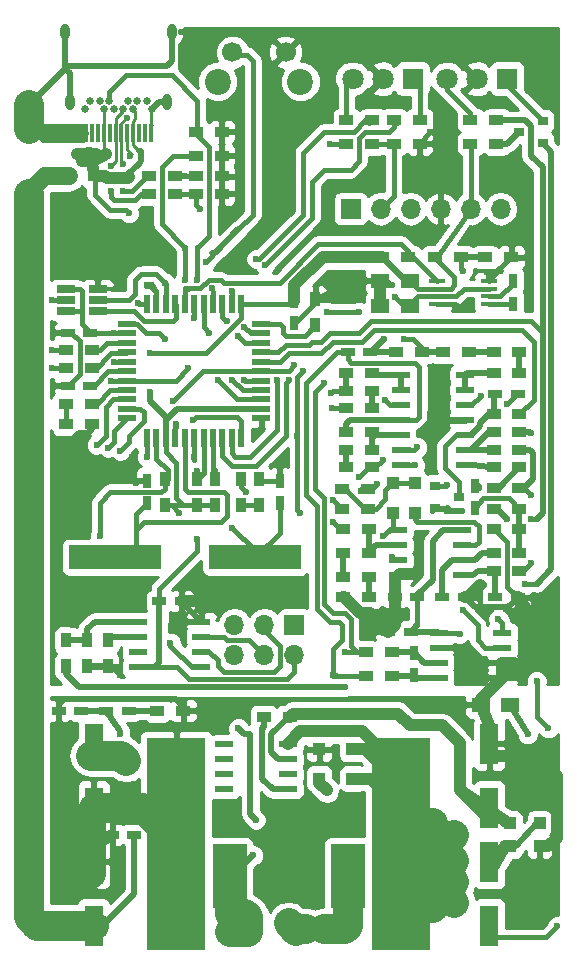
<source format=gbr>
G04 #@! TF.FileFunction,Copper,L1,Top,Signal*
%FSLAX46Y46*%
G04 Gerber Fmt 4.6, Leading zero omitted, Abs format (unit mm)*
G04 Created by KiCad (PCBNEW 4.0.3-stable) date 08/09/18 16:35:35*
%MOMM*%
%LPD*%
G01*
G04 APERTURE LIST*
%ADD10C,0.100000*%
%ADD11R,1.000000X1.000000*%
%ADD12R,0.750000X1.200000*%
%ADD13R,1.200000X0.750000*%
%ADD14R,1.600000X3.500000*%
%ADD15R,1.500000X1.250000*%
%ADD16R,1.100000X1.100000*%
%ADD17R,2.900680X5.400040*%
%ADD18R,1.700000X1.700000*%
%ADD19O,1.700000X1.700000*%
%ADD20R,5.000000X18.000000*%
%ADD21R,0.900000X0.800000*%
%ADD22R,1.200000X0.900000*%
%ADD23R,0.900000X1.200000*%
%ADD24R,1.550000X0.600000*%
%ADD25R,1.500000X0.550000*%
%ADD26R,0.550000X1.500000*%
%ADD27R,1.560000X0.650000*%
%ADD28R,1.500000X0.600000*%
%ADD29R,1.450000X0.450000*%
%ADD30R,7.875000X2.000000*%
%ADD31C,2.200000*%
%ADD32C,1.700000*%
%ADD33R,1.800000X1.800000*%
%ADD34C,1.800000*%
%ADD35O,0.800000X1.400000*%
%ADD36C,0.650000*%
%ADD37R,0.300000X1.500000*%
%ADD38C,0.600000*%
%ADD39C,1.016000*%
%ADD40C,0.381000*%
%ADD41C,0.508000*%
%ADD42C,0.250000*%
%ADD43C,2.540000*%
%ADD44C,1.524000*%
%ADD45C,0.254000*%
G04 APERTURE END LIST*
D10*
D11*
X163200000Y-95250000D03*
X163200000Y-97750000D03*
D12*
X151750000Y-96950000D03*
X151750000Y-95050000D03*
X140500000Y-95050000D03*
X140500000Y-96950000D03*
D13*
X133800000Y-87000000D03*
X135700000Y-87000000D03*
X133800000Y-82500000D03*
X135700000Y-82500000D03*
X161500000Y-104900000D03*
X163400000Y-104900000D03*
D14*
X136000000Y-132700000D03*
X136000000Y-127300000D03*
D13*
X139450000Y-125000000D03*
X137550000Y-125000000D03*
X137050000Y-114500000D03*
X138950000Y-114500000D03*
D12*
X153000000Y-79800000D03*
X153000000Y-81700000D03*
D14*
X136000000Y-117300000D03*
X136000000Y-122700000D03*
D12*
X163150000Y-109600000D03*
X163150000Y-111500000D03*
D13*
X162850000Y-107800000D03*
X160950000Y-107800000D03*
D12*
X168300000Y-95450000D03*
X168300000Y-97350000D03*
D14*
X169500000Y-117300000D03*
X169500000Y-122700000D03*
D13*
X159400000Y-84150000D03*
X157500000Y-84150000D03*
X167400000Y-104900000D03*
X165500000Y-104900000D03*
D12*
X171500000Y-80050000D03*
X171500000Y-78150000D03*
D15*
X162750000Y-80250000D03*
X160250000Y-80250000D03*
D13*
X171900000Y-87650000D03*
X170000000Y-87650000D03*
X171900000Y-104900000D03*
X170000000Y-104900000D03*
D15*
X162750000Y-78100000D03*
X160250000Y-78100000D03*
X171250000Y-114000000D03*
X168750000Y-114000000D03*
D11*
X173750000Y-126000000D03*
X171250000Y-126000000D03*
X173750000Y-124000000D03*
X171250000Y-124000000D03*
D16*
X155100000Y-120250000D03*
X157900000Y-120250000D03*
X157900000Y-117750000D03*
X155100000Y-117750000D03*
D17*
X157501260Y-128500000D03*
X147498740Y-128500000D03*
D18*
X153000000Y-107250000D03*
D19*
X153000000Y-109790000D03*
X150460000Y-107250000D03*
X150460000Y-109790000D03*
X147920000Y-107250000D03*
X147920000Y-109790000D03*
D20*
X162000000Y-125750000D03*
X143000000Y-125750000D03*
D21*
X164900000Y-95450000D03*
X164900000Y-97350000D03*
X166900000Y-96400000D03*
X174000000Y-66450000D03*
X174000000Y-64550000D03*
X172000000Y-65500000D03*
D22*
X163600000Y-64500000D03*
X161400000Y-64500000D03*
X157400000Y-64500000D03*
X159600000Y-64500000D03*
X167900000Y-64500000D03*
X170100000Y-64500000D03*
X157100000Y-99150000D03*
X159300000Y-99150000D03*
X159300000Y-101150000D03*
X157100000Y-101150000D03*
X159300000Y-103150000D03*
X157100000Y-103150000D03*
X157100000Y-104900000D03*
X159300000Y-104900000D03*
X133650000Y-85500000D03*
X135850000Y-85500000D03*
X133650000Y-84000000D03*
X135850000Y-84000000D03*
D23*
X142000000Y-94900000D03*
X142000000Y-97100000D03*
D22*
X146850000Y-67500000D03*
X144650000Y-67500000D03*
X146850000Y-65500000D03*
X144650000Y-65500000D03*
D23*
X154750000Y-81850000D03*
X154750000Y-79650000D03*
D22*
X143600000Y-114500000D03*
X141400000Y-114500000D03*
D23*
X146250000Y-97100000D03*
X146250000Y-94900000D03*
X144750000Y-97100000D03*
X144750000Y-94900000D03*
X137175000Y-110725000D03*
X137175000Y-108525000D03*
X133675000Y-108525000D03*
X133675000Y-110725000D03*
X135425000Y-110725000D03*
X135425000Y-108525000D03*
D22*
X161250000Y-111550000D03*
X159050000Y-111550000D03*
X172050000Y-97400000D03*
X169850000Y-97400000D03*
X161250000Y-109550000D03*
X159050000Y-109550000D03*
X169850000Y-99150000D03*
X172050000Y-99150000D03*
X169850000Y-101150000D03*
X172050000Y-101150000D03*
X157350000Y-85900000D03*
X159550000Y-85900000D03*
X159550000Y-90900000D03*
X157350000Y-90900000D03*
X157350000Y-92400000D03*
X159550000Y-92400000D03*
X159550000Y-93900000D03*
X157350000Y-93900000D03*
X169850000Y-90900000D03*
X172050000Y-90900000D03*
X169850000Y-89400000D03*
X172050000Y-89400000D03*
X169850000Y-102650000D03*
X172050000Y-102650000D03*
X159550000Y-87400000D03*
X157350000Y-87400000D03*
X157350000Y-88900000D03*
X159550000Y-88900000D03*
X172050000Y-92400000D03*
X169850000Y-92400000D03*
X162600000Y-76100000D03*
X160400000Y-76100000D03*
X159200000Y-97400000D03*
X157000000Y-97400000D03*
X172050000Y-93900000D03*
X169850000Y-93900000D03*
X159200000Y-95700000D03*
X157000000Y-95700000D03*
X169850000Y-95650000D03*
X172050000Y-95650000D03*
X167100000Y-76100000D03*
X164900000Y-76100000D03*
X171350000Y-76100000D03*
X169150000Y-76100000D03*
X170100000Y-66500000D03*
X167900000Y-66500000D03*
X152600000Y-115000000D03*
X150400000Y-115000000D03*
X172050000Y-85900000D03*
X169850000Y-85900000D03*
X169850000Y-84150000D03*
X172050000Y-84150000D03*
X165600000Y-84150000D03*
X167800000Y-84150000D03*
X161600000Y-84150000D03*
X163800000Y-84150000D03*
D24*
X161750000Y-99245000D03*
X161750000Y-100515000D03*
X161750000Y-101785000D03*
X161750000Y-103055000D03*
X167150000Y-103055000D03*
X167150000Y-101785000D03*
X167150000Y-100515000D03*
X167150000Y-99245000D03*
D25*
X138800000Y-81750000D03*
X138800000Y-82550000D03*
X138800000Y-83350000D03*
X138800000Y-84150000D03*
X138800000Y-84950000D03*
X138800000Y-85750000D03*
X138800000Y-86550000D03*
X138800000Y-87350000D03*
X138800000Y-88150000D03*
X138800000Y-88950000D03*
X138800000Y-89750000D03*
D26*
X140500000Y-91450000D03*
X141300000Y-91450000D03*
X142100000Y-91450000D03*
X142900000Y-91450000D03*
X143700000Y-91450000D03*
X144500000Y-91450000D03*
X145300000Y-91450000D03*
X146100000Y-91450000D03*
X146900000Y-91450000D03*
X147700000Y-91450000D03*
X148500000Y-91450000D03*
D25*
X150200000Y-89750000D03*
X150200000Y-88950000D03*
X150200000Y-88150000D03*
X150200000Y-87350000D03*
X150200000Y-86550000D03*
X150200000Y-85750000D03*
X150200000Y-84950000D03*
X150200000Y-84150000D03*
X150200000Y-83350000D03*
X150200000Y-82550000D03*
X150200000Y-81750000D03*
D26*
X148500000Y-80050000D03*
X147700000Y-80050000D03*
X146900000Y-80050000D03*
X146100000Y-80050000D03*
X145300000Y-80050000D03*
X144500000Y-80050000D03*
X143700000Y-80050000D03*
X142900000Y-80050000D03*
X142100000Y-80050000D03*
X141300000Y-80050000D03*
X140500000Y-80050000D03*
D24*
X145125000Y-110780000D03*
X145125000Y-109510000D03*
X145125000Y-108240000D03*
X145125000Y-106970000D03*
X139725000Y-106970000D03*
X139725000Y-108240000D03*
X139725000Y-109510000D03*
X139725000Y-110780000D03*
D27*
X133650000Y-78800000D03*
X133650000Y-79750000D03*
X133650000Y-80700000D03*
X136350000Y-80700000D03*
X136350000Y-78800000D03*
X136350000Y-79750000D03*
D28*
X162000000Y-86090000D03*
X162000000Y-87360000D03*
X162000000Y-88630000D03*
X162000000Y-89900000D03*
X162000000Y-91170000D03*
X162000000Y-92440000D03*
X162000000Y-93710000D03*
X167400000Y-93710000D03*
X167400000Y-92440000D03*
X167400000Y-91170000D03*
X167400000Y-89900000D03*
X167400000Y-88630000D03*
X167400000Y-87360000D03*
X167400000Y-86090000D03*
D24*
X170600000Y-111705000D03*
X170600000Y-110435000D03*
X170600000Y-109165000D03*
X170600000Y-107895000D03*
X165200000Y-107895000D03*
X165200000Y-109165000D03*
X165200000Y-110435000D03*
X165200000Y-111705000D03*
D29*
X165050000Y-78125000D03*
X165050000Y-78775000D03*
X165050000Y-79425000D03*
X165050000Y-80075000D03*
X169450000Y-80075000D03*
X169450000Y-79425000D03*
X169450000Y-78775000D03*
X169450000Y-78125000D03*
D24*
X152450000Y-121155000D03*
X152450000Y-119885000D03*
X152450000Y-118615000D03*
X152450000Y-117345000D03*
X147050000Y-117345000D03*
X147050000Y-118615000D03*
X147050000Y-119885000D03*
X147050000Y-121155000D03*
D30*
X149687500Y-101500000D03*
X137812500Y-101500000D03*
D13*
X134950000Y-114500000D03*
X133050000Y-114500000D03*
D31*
X153500000Y-61250000D03*
X146500000Y-61250000D03*
D32*
X152250000Y-58750000D03*
X147750000Y-58750000D03*
D33*
X163000000Y-61000000D03*
D34*
X160460000Y-61000000D03*
X157920000Y-61000000D03*
D33*
X171000000Y-61000000D03*
D34*
X168460000Y-61000000D03*
X165920000Y-61000000D03*
D22*
X136100000Y-69250000D03*
X133900000Y-69250000D03*
D14*
X169500000Y-132700000D03*
X169500000Y-127300000D03*
D13*
X143450000Y-105250000D03*
X141550000Y-105250000D03*
D23*
X148500000Y-97100000D03*
X148500000Y-94900000D03*
D22*
X133650000Y-88500000D03*
X135850000Y-88500000D03*
D23*
X150000000Y-94900000D03*
X150000000Y-97100000D03*
D22*
X135850000Y-90250000D03*
X133650000Y-90250000D03*
D18*
X157750000Y-72000000D03*
D19*
X160290000Y-72000000D03*
X162830000Y-72000000D03*
X165370000Y-72000000D03*
X167910000Y-72000000D03*
X170450000Y-72000000D03*
D22*
X142850000Y-69250000D03*
X140650000Y-69250000D03*
X142850000Y-70750000D03*
X140650000Y-70750000D03*
X144650000Y-69250000D03*
X146850000Y-69250000D03*
X144650000Y-70750000D03*
X146850000Y-70750000D03*
X159600000Y-66500000D03*
X157400000Y-66500000D03*
X163600000Y-66500000D03*
X161400000Y-66500000D03*
D35*
X133610000Y-57000000D03*
X142590000Y-57000000D03*
X133970000Y-62950000D03*
D36*
X135700000Y-62850000D03*
X140500000Y-62850000D03*
X137700000Y-63550000D03*
X138500000Y-63550000D03*
X136900000Y-63550000D03*
X139300000Y-63550000D03*
X135300000Y-63550000D03*
D37*
X140850000Y-65560000D03*
X140350000Y-65560000D03*
X139850000Y-65560000D03*
X139350000Y-65560000D03*
X138850000Y-65560000D03*
X138350000Y-65560000D03*
X137850000Y-65560000D03*
X137350000Y-65560000D03*
X136850000Y-65560000D03*
X136350000Y-65560000D03*
X135850000Y-65560000D03*
X135350000Y-65560000D03*
D36*
X140900000Y-63550000D03*
X139700000Y-62850000D03*
X138900000Y-62850000D03*
X136500000Y-62850000D03*
X137300000Y-62850000D03*
D35*
X142230000Y-62950000D03*
D11*
X161300000Y-95250000D03*
X161300000Y-97750000D03*
D38*
X140750000Y-87500000D03*
X140750000Y-84250000D03*
X139750000Y-80000000D03*
X137750000Y-82500000D03*
X143250000Y-97750000D03*
X144750000Y-100000000D03*
X167000000Y-108000000D03*
X156300000Y-96700000D03*
X165900000Y-97600000D03*
X139600000Y-95200000D03*
X164500000Y-65500000D03*
X146800000Y-64400000D03*
X147750000Y-79000000D03*
X136400000Y-77900000D03*
X140500000Y-78500000D03*
X139900000Y-76700000D03*
X130500000Y-65250000D03*
X130500000Y-63250000D03*
X172300000Y-111150000D03*
X168650000Y-95650000D03*
X160500000Y-93250000D03*
X138250000Y-111500000D03*
X137250000Y-104000000D03*
X133500000Y-105250000D03*
X137250000Y-105000000D03*
X133500000Y-106500000D03*
X137250000Y-106000000D03*
X134250000Y-107250000D03*
X150250000Y-90500000D03*
X151500000Y-93500000D03*
X158500000Y-94750000D03*
X161250000Y-78500000D03*
X166750000Y-80250000D03*
X143000000Y-90250000D03*
X134250000Y-91500000D03*
X139250000Y-93000000D03*
X169300000Y-77400000D03*
X156200000Y-79100000D03*
X171000000Y-88500000D03*
X163450000Y-102900000D03*
X168700000Y-103900000D03*
X132750000Y-87000000D03*
X132750000Y-82500000D03*
X132500000Y-79750000D03*
X137750000Y-85000000D03*
X173000000Y-91000000D03*
X145250000Y-105250000D03*
X151000000Y-126250000D03*
X173000000Y-119500000D03*
X173000000Y-118250000D03*
X133750000Y-123250000D03*
X133750000Y-125250000D03*
X133750000Y-127250000D03*
X133750000Y-129250000D03*
X135750000Y-126000000D03*
X132750000Y-116750000D03*
X160600000Y-83000000D03*
X166000000Y-89900000D03*
X147500000Y-133200000D03*
X149000000Y-133200000D03*
X147500000Y-131750000D03*
X130500000Y-122500000D03*
X130500000Y-124000000D03*
X130500000Y-125500000D03*
X130500000Y-127250000D03*
X130500000Y-129000000D03*
X130500000Y-131000000D03*
X149500000Y-126750000D03*
X135800000Y-68000000D03*
X135000000Y-68000000D03*
X137000000Y-67400000D03*
X134600000Y-67400000D03*
X135400000Y-67400000D03*
X136200000Y-67400000D03*
X139000000Y-72400000D03*
X137500000Y-86600000D03*
X144000000Y-85500000D03*
X153250000Y-91250000D03*
X161500000Y-79500000D03*
X153750000Y-85750000D03*
X156250000Y-98500000D03*
X153500000Y-97750000D03*
X136500000Y-99750000D03*
X155500000Y-133000000D03*
X157250000Y-133000000D03*
X154000000Y-133000000D03*
X152500000Y-132500000D03*
X146250000Y-94250000D03*
X167250000Y-106000000D03*
X144750000Y-94250000D03*
X170250000Y-106750000D03*
X137250000Y-92250000D03*
X136250000Y-92000000D03*
X138250000Y-92500000D03*
X160000000Y-95300000D03*
X165900000Y-95400000D03*
X172500000Y-103750000D03*
X158600000Y-95900000D03*
X163200000Y-93700000D03*
X173000000Y-102000000D03*
X145750000Y-82500000D03*
X156150000Y-88900000D03*
X162250000Y-83000000D03*
X144500000Y-81250000D03*
X148750000Y-86500000D03*
X144750000Y-78000000D03*
X158500000Y-80750000D03*
X155750000Y-80750000D03*
X167250000Y-77250000D03*
X153000000Y-85250000D03*
X142750000Y-88250000D03*
X142500000Y-108750000D03*
X132500000Y-85500000D03*
X138500000Y-70500000D03*
X138800000Y-64300000D03*
X138500000Y-68200000D03*
X137500000Y-70500000D03*
X137450000Y-68350000D03*
X132500000Y-84000000D03*
X139100000Y-67500000D03*
X143750000Y-75300000D03*
X143750000Y-78000000D03*
X147750000Y-86500000D03*
X160500000Y-99750000D03*
X142000000Y-83000000D03*
X142000000Y-78250000D03*
X161250000Y-101500000D03*
X147750000Y-99000000D03*
X144500000Y-93000000D03*
X156250000Y-111500000D03*
X138750000Y-118750000D03*
X173000000Y-96250000D03*
X171500000Y-114000000D03*
X172750000Y-116500000D03*
X168750000Y-87850000D03*
X166500000Y-130750000D03*
X166500000Y-129000000D03*
X166500000Y-127250000D03*
X166500000Y-125000000D03*
X164750000Y-131250000D03*
X164750000Y-129500000D03*
X164750000Y-127750000D03*
X164750000Y-124000000D03*
X164750000Y-125750000D03*
X148250000Y-116000000D03*
X138250000Y-107000000D03*
X149750000Y-123750000D03*
X156100000Y-87600000D03*
X163400000Y-92200000D03*
X152500000Y-86500000D03*
X151500000Y-86500000D03*
X156000000Y-66500000D03*
X138250000Y-116500000D03*
X173000000Y-98250000D03*
X171000000Y-98250000D03*
X157250000Y-112500000D03*
X160650000Y-88200000D03*
X155500000Y-86750000D03*
X157250000Y-109500000D03*
X155750000Y-121250000D03*
X140500000Y-93000000D03*
X174500000Y-116000000D03*
X173500000Y-112000000D03*
X175250000Y-132750000D03*
X144400000Y-89900000D03*
X148900000Y-96000000D03*
X148750000Y-82000000D03*
X150500000Y-76750000D03*
X149750000Y-76250000D03*
X148250000Y-82750000D03*
X145500000Y-76500000D03*
X146500000Y-86500000D03*
X143750000Y-69250000D03*
X146000000Y-78750000D03*
X147250000Y-81500000D03*
X145000000Y-72000000D03*
D39*
X156500000Y-76100000D02*
X155400000Y-76100000D01*
D40*
X167910000Y-72000000D02*
X167910000Y-66510000D01*
X167910000Y-66510000D02*
X167900000Y-66500000D01*
X164900000Y-76100000D02*
X165060000Y-76100000D01*
X165060000Y-76100000D02*
X167910000Y-72000000D01*
D39*
X153000000Y-78500000D02*
X153000000Y-79800000D01*
X155400000Y-76100000D02*
X153000000Y-78500000D01*
X160400000Y-76100000D02*
X156500000Y-76100000D01*
X156500000Y-76100000D02*
X156400000Y-76100000D01*
D41*
X142100000Y-89600000D02*
X142100000Y-89900000D01*
X140750000Y-88250000D02*
X142100000Y-89600000D01*
X140750000Y-87500000D02*
X140750000Y-88250000D01*
D40*
X140750000Y-84250000D02*
X145500000Y-84250000D01*
X148500000Y-80050000D02*
X148500000Y-81250000D01*
X148500000Y-81250000D02*
X145500000Y-84250000D01*
X138800000Y-82550000D02*
X137800000Y-82550000D01*
X139800000Y-80050000D02*
X140500000Y-80050000D01*
X139750000Y-80000000D02*
X139800000Y-80050000D01*
X137800000Y-82550000D02*
X137750000Y-82500000D01*
X164900000Y-76100000D02*
X164900000Y-76150000D01*
X164900000Y-76150000D02*
X166500000Y-77750000D01*
X166500000Y-77750000D02*
X166500000Y-78500000D01*
X166500000Y-78500000D02*
X166225000Y-78775000D01*
X166225000Y-78775000D02*
X165050000Y-78775000D01*
D41*
X142100000Y-91450000D02*
X142100000Y-89900000D01*
X142100000Y-89900000D02*
X143050000Y-88950000D01*
X148500000Y-88950000D02*
X150200000Y-88950000D01*
X143050000Y-88950000D02*
X148500000Y-88950000D01*
D40*
X141550000Y-105250000D02*
X141550000Y-104200000D01*
X142600000Y-97100000D02*
X142000000Y-97100000D01*
X143250000Y-97750000D02*
X142600000Y-97100000D01*
X144750000Y-101000000D02*
X144750000Y-100000000D01*
X141550000Y-104200000D02*
X144750000Y-101000000D01*
X142100000Y-91450000D02*
X142100000Y-92600000D01*
X143000000Y-96500000D02*
X143600000Y-97100000D01*
X143000000Y-93500000D02*
X143000000Y-96500000D01*
X142100000Y-92600000D02*
X143000000Y-93500000D01*
X142000000Y-97100000D02*
X143600000Y-97100000D01*
X143600000Y-97100000D02*
X144750000Y-97100000D01*
X144750000Y-97100000D02*
X146250000Y-97100000D01*
X146250000Y-97100000D02*
X144750000Y-97100000D01*
X148500000Y-80050000D02*
X152750000Y-80050000D01*
X152750000Y-80050000D02*
X153000000Y-79800000D01*
X135000000Y-80500000D02*
X135000000Y-81800000D01*
X135000000Y-81800000D02*
X135750000Y-82550000D01*
X135750000Y-82550000D02*
X138800000Y-82550000D01*
X133650000Y-78800000D02*
X134800000Y-78800000D01*
X134800000Y-80700000D02*
X133650000Y-80700000D01*
X135000000Y-80500000D02*
X134800000Y-80700000D01*
X135000000Y-79000000D02*
X135000000Y-80500000D01*
X134800000Y-78800000D02*
X135000000Y-79000000D01*
X163400000Y-104900000D02*
X163400000Y-107250000D01*
D41*
X163400000Y-107250000D02*
X162850000Y-107800000D01*
D40*
X151000000Y-111855498D02*
X152394502Y-111855498D01*
X143030000Y-110780000D02*
X144105498Y-111855498D01*
X144105498Y-111855498D02*
X151000000Y-111855498D01*
X141000000Y-110780000D02*
X143030000Y-110780000D01*
X153000000Y-111250000D02*
X153000000Y-109790000D01*
X152394502Y-111855498D02*
X153000000Y-111250000D01*
X167000000Y-108000000D02*
X166895000Y-107895000D01*
X166895000Y-107895000D02*
X165200000Y-107895000D01*
D41*
X139725000Y-110780000D02*
X141000000Y-110780000D01*
X141000000Y-110780000D02*
X141220000Y-110780000D01*
X141500000Y-110500000D02*
X141550000Y-105155000D01*
X141220000Y-110780000D02*
X141500000Y-110500000D01*
D40*
X163650000Y-104900000D02*
X163400000Y-104900000D01*
D41*
X162750000Y-78100000D02*
X162400000Y-78100000D01*
X162400000Y-78100000D02*
X160400000Y-76100000D01*
D40*
X160400000Y-76100000D02*
X160750000Y-76100000D01*
X165050000Y-78775000D02*
X163425000Y-78775000D01*
X163425000Y-78775000D02*
X162750000Y-78100000D01*
D41*
X163400000Y-104900000D02*
X163400000Y-104700000D01*
X163400000Y-104700000D02*
X164700000Y-103400000D01*
X164700000Y-103400000D02*
X164700000Y-100150000D01*
X164700000Y-100150000D02*
X165605000Y-99245000D01*
X165605000Y-99245000D02*
X167150000Y-99245000D01*
X162850000Y-107800000D02*
X165105000Y-107800000D01*
X165105000Y-107800000D02*
X165200000Y-107895000D01*
X141550000Y-105250000D02*
X141550000Y-105155000D01*
D40*
X157000000Y-97400000D02*
X156300000Y-96700000D01*
D41*
X156900000Y-97400000D02*
X157100000Y-97400000D01*
D40*
X164900000Y-97350000D02*
X165650000Y-97350000D01*
X165650000Y-97350000D02*
X165900000Y-97600000D01*
X164650000Y-97600000D02*
X164900000Y-97350000D01*
X140500000Y-95050000D02*
X139750000Y-95050000D01*
X139750000Y-95050000D02*
X139600000Y-95200000D01*
D41*
X142590000Y-57000000D02*
X142590000Y-59510000D01*
X133850000Y-59900000D02*
X133610000Y-60140000D01*
X142200000Y-59900000D02*
X133850000Y-59900000D01*
X142590000Y-59510000D02*
X142200000Y-59900000D01*
X142230000Y-62950000D02*
X141500000Y-62950000D01*
X141500000Y-62950000D02*
X140900000Y-63550000D01*
X133970000Y-62950000D02*
X133970000Y-60500000D01*
X133970000Y-60500000D02*
X133610000Y-60140000D01*
X133610000Y-57000000D02*
X133610000Y-60140000D01*
X133610000Y-60140000D02*
X130500000Y-63250000D01*
D42*
X140850000Y-65560000D02*
X140850000Y-63600000D01*
X140850000Y-63600000D02*
X140900000Y-63550000D01*
X135350000Y-65000000D02*
X135300000Y-64950000D01*
X140850000Y-65000000D02*
X140900000Y-64950000D01*
D40*
X163600000Y-66500000D02*
X163600000Y-66400000D01*
X163600000Y-66400000D02*
X164500000Y-65500000D01*
D41*
X146850000Y-70750000D02*
X146850000Y-65500000D01*
D40*
X130500000Y-65250000D02*
X131550000Y-65250000D01*
X131800000Y-65000000D02*
X135100000Y-65000000D01*
X131550000Y-65250000D02*
X131800000Y-65000000D01*
X130500000Y-65250000D02*
X130750000Y-65250000D01*
X131700000Y-66200000D02*
X135100000Y-66200000D01*
X130750000Y-65250000D02*
X131700000Y-66200000D01*
X130500000Y-65250000D02*
X131150000Y-65250000D01*
X131800000Y-65900000D02*
X135200000Y-65900000D01*
X131150000Y-65250000D02*
X131800000Y-65900000D01*
X135200000Y-65900000D02*
X135350000Y-65560000D01*
X130500000Y-65250000D02*
X130500000Y-64400000D01*
X131700000Y-65600000D02*
X135310000Y-65600000D01*
X130500000Y-64400000D02*
X131700000Y-65600000D01*
X135310000Y-65600000D02*
X135350000Y-65560000D01*
X130500000Y-65250000D02*
X135040000Y-65250000D01*
X135040000Y-65250000D02*
X135350000Y-65560000D01*
D43*
X143000000Y-125750000D02*
X143000000Y-125500000D01*
X143000000Y-125500000D02*
X140200000Y-122700000D01*
X140200000Y-122700000D02*
X136000000Y-122700000D01*
D41*
X133050000Y-114500000D02*
X133050000Y-113950000D01*
X143000000Y-113500000D02*
X143600000Y-114100000D01*
X133500000Y-113500000D02*
X143000000Y-113500000D01*
X133050000Y-113950000D02*
X133500000Y-113500000D01*
X143600000Y-114100000D02*
X143600000Y-114500000D01*
D40*
X146850000Y-64450000D02*
X146850000Y-65500000D01*
X146800000Y-64400000D02*
X146850000Y-64450000D01*
X133800000Y-82500000D02*
X134100000Y-82500000D01*
X134100000Y-82500000D02*
X134800000Y-83200000D01*
X134800000Y-86000000D02*
X133800000Y-87000000D01*
X134800000Y-83200000D02*
X134800000Y-86000000D01*
X147700000Y-79050000D02*
X147750000Y-79000000D01*
X147700000Y-80050000D02*
X147700000Y-79050000D01*
X146850000Y-67500000D02*
X146850000Y-69250000D01*
X136400000Y-77900000D02*
X136400000Y-77750000D01*
X136350000Y-78400000D02*
X136400000Y-77900000D01*
X136350000Y-78800000D02*
X136350000Y-78400000D01*
X140750000Y-78500000D02*
X140500000Y-78500000D01*
X140750000Y-78500000D02*
X141300000Y-79050000D01*
X137900000Y-76700000D02*
X139900000Y-76700000D01*
X136400000Y-77750000D02*
X137900000Y-76700000D01*
D43*
X130500000Y-65250000D02*
X130500000Y-63250000D01*
D39*
X172300000Y-111150000D02*
X171155000Y-111150000D01*
X171155000Y-111150000D02*
X170600000Y-111705000D01*
X170600000Y-111705000D02*
X170600000Y-110435000D01*
X168750000Y-114000000D02*
X168750000Y-113555000D01*
X168750000Y-113555000D02*
X170600000Y-111705000D01*
X169500000Y-118300000D02*
X169500000Y-115750000D01*
X169500000Y-115750000D02*
X168750000Y-114000000D01*
D40*
X169500000Y-115750000D02*
X168750000Y-114000000D01*
X168750000Y-113555000D02*
X170600000Y-111705000D01*
X159550000Y-93900000D02*
X159850000Y-93900000D01*
X159850000Y-93900000D02*
X160500000Y-93250000D01*
D41*
X168650000Y-95450000D02*
X168650000Y-95650000D01*
X168300000Y-95450000D02*
X168650000Y-95450000D01*
D40*
X169850000Y-99150000D02*
X169900000Y-99150000D01*
X169900000Y-99150000D02*
X171000000Y-100250000D01*
X171000000Y-104000000D02*
X171900000Y-104900000D01*
X171000000Y-100250000D02*
X171000000Y-104000000D01*
X137175000Y-110725000D02*
X137475000Y-110725000D01*
X137475000Y-110725000D02*
X138250000Y-111500000D01*
X134750000Y-104000000D02*
X137250000Y-104000000D01*
X133500000Y-105250000D02*
X134750000Y-104000000D01*
X135000000Y-105000000D02*
X137250000Y-105000000D01*
X133500000Y-106500000D02*
X135000000Y-105000000D01*
X135500000Y-106000000D02*
X137250000Y-106000000D01*
X134250000Y-107250000D02*
X135500000Y-106000000D01*
X153000000Y-81700000D02*
X153050000Y-81700000D01*
X153050000Y-81700000D02*
X154750000Y-80000000D01*
X154750000Y-80000000D02*
X154750000Y-79650000D01*
X150200000Y-89750000D02*
X150200000Y-90450000D01*
X150200000Y-90450000D02*
X150250000Y-90500000D01*
X159550000Y-93900000D02*
X159350000Y-93900000D01*
X159350000Y-93900000D02*
X158500000Y-94750000D01*
X151750000Y-93750000D02*
X151500000Y-93500000D01*
X151750000Y-95050000D02*
X151750000Y-93750000D01*
X165050000Y-80075000D02*
X166575000Y-80075000D01*
X161250000Y-78500000D02*
X160850000Y-78100000D01*
X166575000Y-80075000D02*
X166750000Y-80250000D01*
X160850000Y-78100000D02*
X160250000Y-78100000D01*
D39*
X160250000Y-80250000D02*
X160250000Y-78100000D01*
D40*
X134250000Y-91500000D02*
X134250000Y-92500000D01*
X142900000Y-90350000D02*
X143000000Y-90250000D01*
X142900000Y-90600000D02*
X142900000Y-90350000D01*
D41*
X135500000Y-91000000D02*
X134750000Y-91000000D01*
X134750000Y-91000000D02*
X134250000Y-91500000D01*
X135500000Y-91000000D02*
X135850000Y-90650000D01*
D40*
X138750000Y-93500000D02*
X139250000Y-93000000D01*
X135250000Y-93500000D02*
X138750000Y-93500000D01*
X134250000Y-92500000D02*
X135250000Y-93500000D01*
X169450000Y-78125000D02*
X169450000Y-78000000D01*
X169450000Y-78000000D02*
X171350000Y-76100000D01*
X169450000Y-78125000D02*
X169425000Y-77525000D01*
X169425000Y-77525000D02*
X169300000Y-77400000D01*
X154750000Y-79650000D02*
X156100000Y-79000000D01*
X156100000Y-79000000D02*
X156200000Y-79100000D01*
X171900000Y-87650000D02*
X171850000Y-87650000D01*
X171850000Y-87650000D02*
X171000000Y-88500000D01*
D41*
X135850000Y-90250000D02*
X135850000Y-90650000D01*
D39*
X171900000Y-104900000D02*
X171900000Y-105150000D01*
X171900000Y-105150000D02*
X172500000Y-105750000D01*
X172500000Y-105750000D02*
X172500000Y-110950000D01*
X172500000Y-110950000D02*
X172300000Y-111150000D01*
X170600000Y-110435000D02*
X171585000Y-110435000D01*
X171585000Y-110435000D02*
X172300000Y-111150000D01*
X159000000Y-106250000D02*
X159400000Y-106250000D01*
X157170674Y-104900000D02*
X158520674Y-106250000D01*
X158520674Y-106250000D02*
X159000000Y-106250000D01*
X159400000Y-106250000D02*
X160950000Y-107800000D01*
X161500000Y-104900000D02*
X161500000Y-107250000D01*
X161500000Y-107250000D02*
X160950000Y-107800000D01*
X161905000Y-102900000D02*
X163450000Y-102900000D01*
X168700000Y-103900000D02*
X167700000Y-104900000D01*
D40*
X140500000Y-95050000D02*
X140450000Y-95050000D01*
X151750000Y-95050000D02*
X150150000Y-95050000D01*
X150150000Y-95050000D02*
X150000000Y-94900000D01*
X142900000Y-91450000D02*
X142900000Y-90600000D01*
X142900000Y-90600000D02*
X143000000Y-90500000D01*
X133800000Y-87000000D02*
X132750000Y-87000000D01*
X133800000Y-82500000D02*
X132750000Y-82500000D01*
X133650000Y-79750000D02*
X132500000Y-79750000D01*
X138800000Y-84950000D02*
X137800000Y-84950000D01*
X137800000Y-84950000D02*
X137750000Y-85000000D01*
X141300000Y-80050000D02*
X141300000Y-79050000D01*
X141300000Y-79050000D02*
X141250000Y-79000000D01*
D41*
X172050000Y-90900000D02*
X172900000Y-90900000D01*
X172900000Y-90900000D02*
X173000000Y-91000000D01*
D39*
X143450000Y-105250000D02*
X145250000Y-105250000D01*
X157100000Y-104900000D02*
X157170674Y-104900000D01*
D41*
X143450000Y-105250000D02*
X143450000Y-105295000D01*
X143450000Y-105295000D02*
X145125000Y-106970000D01*
D39*
X175000000Y-119750000D02*
X173250000Y-119750000D01*
X173250000Y-119750000D02*
X173000000Y-119500000D01*
X173000000Y-118250000D02*
X173050000Y-118300000D01*
X173050000Y-118300000D02*
X173550000Y-118300000D01*
X173750000Y-126000000D02*
X174500000Y-126000000D01*
X173550000Y-118300000D02*
X169500000Y-118300000D01*
X175250000Y-120000000D02*
X175000000Y-119750000D01*
X175000000Y-119750000D02*
X173550000Y-118300000D01*
X175190000Y-125310000D02*
X175250000Y-120000000D01*
X174500000Y-126000000D02*
X175190000Y-125310000D01*
D43*
X135750000Y-123700000D02*
X134200000Y-123700000D01*
X134200000Y-123700000D02*
X133750000Y-123250000D01*
X135750000Y-128300000D02*
X135750000Y-127250000D01*
X135750000Y-127250000D02*
X133750000Y-125250000D01*
X135750000Y-128300000D02*
X134800000Y-128300000D01*
X134800000Y-128300000D02*
X133750000Y-127250000D01*
X135750000Y-128300000D02*
X134700000Y-128300000D01*
X134700000Y-128300000D02*
X133750000Y-129250000D01*
X135750000Y-123700000D02*
X135750000Y-126000000D01*
D39*
X137550000Y-125000000D02*
X135750000Y-126000000D01*
D43*
X135750000Y-126000000D02*
X135750000Y-128300000D01*
D41*
X133050000Y-114500000D02*
X133050000Y-116450000D01*
X133050000Y-116450000D02*
X132750000Y-116750000D01*
X133050000Y-114500000D02*
X133050000Y-114200000D01*
D40*
X169850000Y-99150000D02*
X169821660Y-99150000D01*
D41*
X159400000Y-84150000D02*
X159450000Y-84150000D01*
X159450000Y-84150000D02*
X160600000Y-83000000D01*
X159400000Y-84150000D02*
X161600000Y-84150000D01*
X167400000Y-89900000D02*
X166000000Y-89900000D01*
D40*
X168300000Y-95450000D02*
X168250000Y-95450000D01*
X159550000Y-93900000D02*
X159550000Y-94000000D01*
D41*
X171900000Y-104900000D02*
X171900000Y-104950000D01*
X171900000Y-104950000D02*
X171094502Y-105755498D01*
X171094502Y-105755498D02*
X168255498Y-105755498D01*
X168255498Y-105755498D02*
X167400000Y-104900000D01*
D39*
X167400000Y-104900000D02*
X167700000Y-104900000D01*
X161500000Y-104900000D02*
X161500000Y-103305000D01*
X161500000Y-103305000D02*
X161905000Y-102900000D01*
D41*
X170600000Y-110435000D02*
X168785000Y-110435000D01*
X168785000Y-110435000D02*
X167515000Y-109165000D01*
X167400000Y-109165000D02*
X165200000Y-109165000D01*
X167515000Y-109165000D02*
X167400000Y-109165000D01*
X143500000Y-105250000D02*
X143450000Y-105250000D01*
X135425000Y-110725000D02*
X137175000Y-110725000D01*
D39*
X143000000Y-120250000D02*
X143000000Y-125500000D01*
D40*
X146700000Y-69100000D02*
X146850000Y-69250000D01*
D42*
X147498740Y-128500000D02*
X147498740Y-133198740D01*
X147498740Y-133198740D02*
X147500000Y-133200000D01*
D43*
X149000000Y-133200000D02*
X149100000Y-133200000D01*
X149100000Y-133200000D02*
X147500000Y-133200000D01*
X147498740Y-133198740D02*
X147500000Y-133200000D01*
X147500000Y-131750000D02*
X148850000Y-131750000D01*
X148850000Y-131750000D02*
X149100000Y-132000000D01*
X149100000Y-132000000D02*
X149100000Y-133200000D01*
X147498740Y-131748740D02*
X147498740Y-130498740D01*
X147500000Y-131750000D02*
X147498740Y-131748740D01*
X147498740Y-130498740D02*
X147498740Y-128500000D01*
X147498740Y-128500000D02*
X147498740Y-129998740D01*
X130500000Y-124000000D02*
X130500000Y-122500000D01*
X130500000Y-127250000D02*
X130500000Y-125500000D01*
X130500000Y-125500000D02*
X130500000Y-124000000D01*
X130500000Y-129000000D02*
X130500000Y-127250000D01*
X130500000Y-131000000D02*
X130500000Y-129000000D01*
X130500000Y-131000000D02*
X130500000Y-132000000D01*
X131200000Y-132700000D02*
X136000000Y-132700000D01*
X130500000Y-132000000D02*
X131200000Y-132700000D01*
D44*
X130500000Y-70750000D02*
X130500000Y-70600000D01*
X130500000Y-70600000D02*
X131850000Y-69250000D01*
X131850000Y-69250000D02*
X133900000Y-69250000D01*
D43*
X130500000Y-71750000D02*
X130500000Y-70750000D01*
X130500000Y-122500000D02*
X130500000Y-115000000D01*
X130500000Y-71750000D02*
X130500000Y-115000000D01*
D41*
X149500000Y-126750000D02*
X147750000Y-128500000D01*
X147750000Y-128500000D02*
X147498740Y-128500000D01*
X139450000Y-125000000D02*
X139450000Y-130000000D01*
X137550000Y-131900000D02*
X135750000Y-133700000D01*
X139450000Y-130000000D02*
X137550000Y-131900000D01*
D43*
X147498740Y-128500000D02*
X147498740Y-130498740D01*
X130500000Y-131000000D02*
X130500000Y-131250000D01*
D41*
X165200000Y-110435000D02*
X163985000Y-110435000D01*
X163985000Y-110435000D02*
X163100000Y-109550000D01*
X163100000Y-109550000D02*
X161250000Y-109550000D01*
D40*
X168300000Y-97350000D02*
X168300000Y-97350000D01*
X171150000Y-96500000D02*
X172050000Y-97400000D01*
X168950000Y-96500000D02*
X171150000Y-96500000D01*
X168300000Y-97350000D02*
X168950000Y-96500000D01*
D41*
X172050000Y-101150000D02*
X172050000Y-99150000D01*
X172050000Y-99150000D02*
X172050000Y-97400000D01*
X172050000Y-97400000D02*
X171900000Y-97250000D01*
X138900000Y-69100000D02*
X139800000Y-68200000D01*
X138900000Y-69100000D02*
X138900000Y-69400000D01*
D39*
X137900000Y-69400000D02*
X138900000Y-69400000D01*
X136100000Y-69250000D02*
X136950000Y-69250000D01*
X137100000Y-69400000D02*
X137900000Y-69400000D01*
X136950000Y-69250000D02*
X137100000Y-69400000D01*
X138900000Y-69400000D02*
X139000000Y-69300000D01*
D42*
X136850000Y-65560000D02*
X136850000Y-64350000D01*
X136900000Y-64300000D02*
X136900000Y-63550000D01*
X136850000Y-64350000D02*
X136900000Y-64300000D01*
X139500000Y-63750000D02*
X139500000Y-64400000D01*
X139350000Y-64550000D02*
X139500000Y-64400000D01*
X139500000Y-63750000D02*
X139300000Y-63550000D01*
D39*
X136100000Y-69250000D02*
X135800000Y-68000000D01*
X135800000Y-68000000D02*
X135700000Y-67900000D01*
X135700000Y-67900000D02*
X135000000Y-68000000D01*
X135800000Y-68000000D02*
X135900000Y-68000000D01*
X135900000Y-68000000D02*
X137000000Y-67400000D01*
X136200000Y-67400000D02*
X135500000Y-67300000D01*
X135500000Y-67300000D02*
X135400000Y-67400000D01*
X135400000Y-67400000D02*
X134600000Y-67400000D01*
X135600000Y-68000000D02*
X135800000Y-68000000D01*
X135400000Y-67400000D02*
X135600000Y-68000000D01*
D42*
X136850000Y-67000000D02*
X136850000Y-65560000D01*
D40*
X139000000Y-72400000D02*
X138700000Y-72100000D01*
X138700000Y-72100000D02*
X137400000Y-72100000D01*
X137400000Y-72100000D02*
X136100000Y-70800000D01*
X136100000Y-70800000D02*
X136100000Y-69250000D01*
X137550000Y-86550000D02*
X137500000Y-86600000D01*
X138800000Y-86550000D02*
X137550000Y-86550000D01*
D41*
X136100000Y-69250000D02*
X136250000Y-69250000D01*
X135900000Y-69250000D02*
X136100000Y-69250000D01*
D40*
X136100000Y-69100000D02*
X136100000Y-69250000D01*
D41*
X136100000Y-69250000D02*
X136350000Y-69250000D01*
D42*
X136350000Y-69500000D02*
X136100000Y-69250000D01*
X136850000Y-66960000D02*
X136850000Y-67000000D01*
D40*
X142950000Y-86550000D02*
X138800000Y-86550000D01*
X142950000Y-86550000D02*
X144000000Y-85500000D01*
X162750000Y-80250000D02*
X162250000Y-80250000D01*
X162250000Y-80250000D02*
X161500000Y-79500000D01*
X153250000Y-91250000D02*
X153250000Y-86250000D01*
X153250000Y-86250000D02*
X153750000Y-85750000D01*
X156900000Y-99150000D02*
X156250000Y-98500000D01*
X153250000Y-97500000D02*
X153250000Y-93250000D01*
X153500000Y-97750000D02*
X153250000Y-97500000D01*
X153250000Y-93250000D02*
X153250000Y-91250000D01*
X157100000Y-99150000D02*
X156900000Y-99150000D01*
X165050000Y-79425000D02*
X166675000Y-79425000D01*
X167325000Y-78775000D02*
X169450000Y-78775000D01*
X166675000Y-79425000D02*
X167325000Y-78775000D01*
X165050000Y-79425000D02*
X163425000Y-79425000D01*
X163425000Y-79425000D02*
X162750000Y-80100000D01*
D41*
X139800000Y-67100000D02*
X140000000Y-67100000D01*
X140000000Y-68000000D02*
X140000000Y-67300000D01*
X140000000Y-67300000D02*
X140000000Y-67100000D01*
X140000000Y-68000000D02*
X139800000Y-68200000D01*
D42*
X139350000Y-65560000D02*
X139350000Y-66650000D01*
X139350000Y-66650000D02*
X139800000Y-67100000D01*
X139350000Y-64550000D02*
X139350000Y-65560000D01*
D40*
X169450000Y-79425000D02*
X170425000Y-79425000D01*
X170425000Y-79425000D02*
X171500000Y-78350000D01*
X171500000Y-78350000D02*
X171500000Y-78150000D01*
D39*
X161750000Y-114750000D02*
X152850000Y-114750000D01*
X152850000Y-114750000D02*
X152600000Y-115000000D01*
D41*
X152450000Y-118615000D02*
X151615000Y-118615000D01*
X151000000Y-116500000D02*
X152500000Y-115000000D01*
X151000000Y-118000000D02*
X151000000Y-116500000D01*
X151615000Y-118615000D02*
X151000000Y-118000000D01*
X152500000Y-115000000D02*
X152600000Y-115000000D01*
D39*
X169500000Y-123700000D02*
X167000000Y-121200000D01*
X167000000Y-121200000D02*
X167000000Y-117250000D01*
X167000000Y-117250000D02*
X165500000Y-115750000D01*
X165500000Y-115750000D02*
X162750000Y-115750000D01*
X162750000Y-115750000D02*
X161750000Y-114750000D01*
X171250000Y-124000000D02*
X171050000Y-124000000D01*
X171050000Y-124000000D02*
X167000000Y-121200000D01*
X167000000Y-121200000D02*
X167000000Y-117250000D01*
X167000000Y-117250000D02*
X165500000Y-115750000D01*
X162750000Y-115750000D02*
X161750000Y-114750000D01*
X165500000Y-115750000D02*
X162750000Y-115750000D01*
D40*
X141200000Y-96000000D02*
X141700000Y-96000000D01*
X136500000Y-96900000D02*
X137400000Y-96000000D01*
X137400000Y-96000000D02*
X141200000Y-96000000D01*
X136500000Y-99750000D02*
X136500000Y-98250000D01*
X136500000Y-98250000D02*
X136500000Y-96900000D01*
X142000000Y-95700000D02*
X142000000Y-94900000D01*
X141700000Y-96000000D02*
X142000000Y-95700000D01*
X142250000Y-94900000D02*
X142250000Y-94150000D01*
X142250000Y-94150000D02*
X141300000Y-93200000D01*
X141300000Y-93200000D02*
X141300000Y-91450000D01*
D43*
X155500000Y-133000000D02*
X157250000Y-133000000D01*
X152500000Y-132500000D02*
X153125000Y-133125000D01*
X154000000Y-133000000D02*
X153000000Y-133000000D01*
X153000000Y-133000000D02*
X153125000Y-133125000D01*
X157501260Y-132748740D02*
X157250000Y-133000000D01*
X157501260Y-128500000D02*
X157501260Y-132748740D01*
D40*
X146250000Y-94900000D02*
X146250000Y-94250000D01*
X146100000Y-94750000D02*
X146250000Y-94900000D01*
X169165000Y-109165000D02*
X170600000Y-109165000D01*
X168500000Y-108500000D02*
X169165000Y-109165000D01*
X168500000Y-107250000D02*
X168500000Y-108500000D01*
X167250000Y-106000000D02*
X168500000Y-107250000D01*
X146100000Y-91450000D02*
X146100000Y-93350000D01*
X146100000Y-91450000D02*
X146100000Y-94750000D01*
X144750000Y-94900000D02*
X144750000Y-94250000D01*
X145300000Y-94350000D02*
X144750000Y-94900000D01*
X170600000Y-107895000D02*
X170600000Y-107100000D01*
X170250000Y-106750000D02*
X170600000Y-107100000D01*
X145300000Y-91450000D02*
X145300000Y-92950000D01*
X145300000Y-91450000D02*
X145300000Y-94350000D01*
X137750000Y-90800000D02*
X138800000Y-89750000D01*
X137750000Y-91750000D02*
X137750000Y-90800000D01*
X137250000Y-92250000D02*
X137750000Y-91750000D01*
X138800000Y-88150000D02*
X137600000Y-88150000D01*
X137000000Y-91250000D02*
X136250000Y-92000000D01*
X137000000Y-88750000D02*
X137000000Y-91250000D01*
X137600000Y-88150000D02*
X137000000Y-88750000D01*
X151750000Y-109250000D02*
X151750000Y-109000000D01*
X151250000Y-111250000D02*
X151750000Y-110750000D01*
X151750000Y-110750000D02*
X151750000Y-109250000D01*
X145760000Y-109510000D02*
X146500000Y-110250000D01*
X146500000Y-110250000D02*
X146500000Y-110750000D01*
X146500000Y-110750000D02*
X147000000Y-111250000D01*
X147000000Y-111250000D02*
X148750000Y-111250000D01*
X148750000Y-111250000D02*
X151250000Y-111250000D01*
X151750000Y-109000000D02*
X150460000Y-107710000D01*
X150460000Y-107710000D02*
X150460000Y-107250000D01*
X145125000Y-109510000D02*
X145760000Y-109510000D01*
X138800000Y-88950000D02*
X139950000Y-88950000D01*
X139000000Y-91750000D02*
X138250000Y-92500000D01*
X139000000Y-91250000D02*
X139000000Y-91750000D01*
X140250000Y-90000000D02*
X139000000Y-91250000D01*
X140250000Y-89250000D02*
X140250000Y-90000000D01*
X139950000Y-88950000D02*
X140250000Y-89250000D01*
X145125000Y-108240000D02*
X146990000Y-108240000D01*
X149170000Y-108500000D02*
X150460000Y-109790000D01*
X147250000Y-108500000D02*
X149170000Y-108500000D01*
X146990000Y-108240000D02*
X147250000Y-108500000D01*
X160000000Y-95300000D02*
X159600000Y-95700000D01*
X164900000Y-95450000D02*
X165850000Y-95450000D01*
X165900000Y-95400000D02*
X165850000Y-95450000D01*
X172500000Y-103750000D02*
X173500000Y-103750000D01*
D41*
X174750000Y-69000000D02*
X174750000Y-70500000D01*
X174750000Y-102500000D02*
X173500000Y-103750000D01*
X174750000Y-101500000D02*
X174750000Y-102500000D01*
X174750000Y-101500000D02*
X174750000Y-70500000D01*
X158600000Y-95900000D02*
X158800000Y-95700000D01*
X158800000Y-95700000D02*
X159200000Y-95700000D01*
D40*
X159600000Y-95700000D02*
X159200000Y-95700000D01*
X159200000Y-95800000D02*
X159300000Y-95800000D01*
X159300000Y-95700000D02*
X159300000Y-95550000D01*
D41*
X164850000Y-95400000D02*
X164900000Y-95450000D01*
X174750000Y-69000000D02*
X174750000Y-67200000D01*
X174750000Y-67200000D02*
X174000000Y-66450000D01*
X174750000Y-69000000D02*
X174750000Y-68750000D01*
D40*
X135850000Y-85500000D02*
X136250000Y-85500000D01*
X136250000Y-85500000D02*
X137250000Y-84500000D01*
X137250000Y-84500000D02*
X137500000Y-84250000D01*
X137500000Y-84250000D02*
X138700000Y-84250000D01*
X138700000Y-84250000D02*
X138800000Y-84150000D01*
X143700000Y-78800000D02*
X143950000Y-78800000D01*
X146250000Y-78000000D02*
X146750000Y-78000000D01*
X146750000Y-78000000D02*
X147000000Y-78250000D01*
X155750000Y-75000000D02*
X155000000Y-75000000D01*
X147000000Y-78250000D02*
X151000000Y-78250000D01*
X155750000Y-75000000D02*
X162000000Y-75000000D01*
X162000000Y-75000000D02*
X162600000Y-75600000D01*
X162600000Y-75600000D02*
X162600000Y-76100000D01*
X151750000Y-78250000D02*
X151000000Y-78250000D01*
X155000000Y-75000000D02*
X151750000Y-78250000D01*
X145750000Y-78000000D02*
X146250000Y-78000000D01*
X145000000Y-78750000D02*
X145750000Y-78000000D01*
X144000000Y-78750000D02*
X145000000Y-78750000D01*
X143950000Y-78800000D02*
X144000000Y-78750000D01*
X143700000Y-78800000D02*
X143700000Y-80050000D01*
X143700000Y-78800000D02*
X143750000Y-78750000D01*
X162600000Y-76100000D02*
X163000000Y-76100000D01*
X163000000Y-76100000D02*
X165025000Y-78125000D01*
X165025000Y-78125000D02*
X165050000Y-78125000D01*
X163190000Y-93710000D02*
X162000000Y-93710000D01*
X163200000Y-93700000D02*
X163190000Y-93710000D01*
X173000000Y-102000000D02*
X172350000Y-102650000D01*
X172350000Y-102650000D02*
X172050000Y-102650000D01*
X145750000Y-82500000D02*
X145300000Y-82050000D01*
X145300000Y-80050000D02*
X145300000Y-82050000D01*
X157350000Y-88900000D02*
X156150000Y-88900000D01*
D41*
X157350000Y-88900000D02*
X157350000Y-89000000D01*
X167400000Y-92440000D02*
X169810000Y-92440000D01*
X169810000Y-92440000D02*
X169850000Y-92400000D01*
X167400000Y-92440000D02*
X167910000Y-92440000D01*
X167910000Y-92440000D02*
X169450000Y-90900000D01*
X169450000Y-90900000D02*
X169850000Y-90900000D01*
D40*
X163000000Y-83000000D02*
X162250000Y-83000000D01*
X163800000Y-83800000D02*
X163000000Y-83000000D01*
X144500000Y-81250000D02*
X144500000Y-80050000D01*
X163800000Y-84150000D02*
X163800000Y-83800000D01*
D41*
X165600000Y-84150000D02*
X163800000Y-84150000D01*
D40*
X137300000Y-62850000D02*
X137300000Y-62100000D01*
X144750000Y-62850000D02*
X144750000Y-64200000D01*
X142600000Y-60700000D02*
X144750000Y-62850000D01*
X138700000Y-60700000D02*
X142600000Y-60700000D01*
X137300000Y-62100000D02*
X138700000Y-60700000D01*
X144650000Y-65500000D02*
X144650000Y-65650000D01*
X144650000Y-65650000D02*
X145750000Y-66750000D01*
X145500000Y-74550000D02*
X144750000Y-75300000D01*
X145750000Y-74300000D02*
X145500000Y-74550000D01*
X145750000Y-66750000D02*
X145750000Y-74300000D01*
X144750000Y-65400000D02*
X144750000Y-64200000D01*
X144750000Y-64200000D02*
X144725000Y-64175000D01*
X144750000Y-65400000D02*
X144650000Y-65500000D01*
X144650000Y-65500000D02*
X144850000Y-65500000D01*
X144875000Y-65275000D02*
X144650000Y-65500000D01*
X148800000Y-86550000D02*
X148750000Y-86500000D01*
X150200000Y-86550000D02*
X148800000Y-86550000D01*
X144750000Y-78000000D02*
X144750000Y-75300000D01*
X144750000Y-75300000D02*
X144750000Y-75250000D01*
X152250000Y-85750000D02*
X152500000Y-85750000D01*
X150200000Y-85750000D02*
X152250000Y-85750000D01*
X167100000Y-77100000D02*
X167100000Y-76100000D01*
X167250000Y-77250000D02*
X167100000Y-77100000D01*
X155750000Y-80750000D02*
X158500000Y-80750000D01*
X152500000Y-85750000D02*
X153000000Y-85250000D01*
X142750000Y-88250000D02*
X145250000Y-85750000D01*
X145250000Y-85750000D02*
X150200000Y-85750000D01*
X145125000Y-110780000D02*
X144280000Y-110780000D01*
X142500000Y-109000000D02*
X142500000Y-108750000D01*
X144280000Y-110780000D02*
X142500000Y-109000000D01*
D41*
X167100000Y-76100000D02*
X169150000Y-76100000D01*
D40*
X132500000Y-85500000D02*
X133650000Y-85500000D01*
X139250000Y-70500000D02*
X140500000Y-69250000D01*
X138500000Y-70500000D02*
X139250000Y-70500000D01*
X140500000Y-69250000D02*
X140650000Y-69250000D01*
D42*
X138350000Y-65560000D02*
X138350000Y-64750000D01*
X138350000Y-64750000D02*
X138800000Y-64300000D01*
X138500000Y-68200000D02*
X138550000Y-68150000D01*
X138350000Y-66960000D02*
X138350000Y-66150000D01*
X138350000Y-68250000D02*
X138350000Y-66960000D01*
X137850000Y-65560000D02*
X137850000Y-64350000D01*
X138100000Y-64100000D02*
X138500000Y-63700000D01*
X137850000Y-64350000D02*
X138100000Y-64100000D01*
X138500000Y-63550000D02*
X138500000Y-63700000D01*
D40*
X140650000Y-70750000D02*
X140000000Y-70750000D01*
X137500000Y-71000000D02*
X137500000Y-70500000D01*
X137750000Y-71250000D02*
X137500000Y-71000000D01*
X139500000Y-71250000D02*
X137750000Y-71250000D01*
X140000000Y-70750000D02*
X139500000Y-71250000D01*
D42*
X137850000Y-66960000D02*
X137850000Y-65800000D01*
X137850000Y-67950000D02*
X137450000Y-68350000D01*
X137850000Y-67950000D02*
X137850000Y-66960000D01*
D40*
X133650000Y-84000000D02*
X132500000Y-84000000D01*
D42*
X139200000Y-67400000D02*
X138850000Y-67000000D01*
X139200000Y-67400000D02*
X139100000Y-67500000D01*
X138850000Y-67000000D02*
X138850000Y-65560000D01*
X138850000Y-67000000D02*
X138850000Y-66960000D01*
D40*
X144650000Y-67500000D02*
X142750000Y-67500000D01*
X141750000Y-73300000D02*
X143750000Y-75300000D01*
X141750000Y-68500000D02*
X141750000Y-73300000D01*
X142750000Y-67500000D02*
X141750000Y-68500000D01*
X143750000Y-78000000D02*
X143750000Y-75250000D01*
X143750000Y-75300000D02*
X143750000Y-75250000D01*
X150200000Y-87350000D02*
X148600000Y-87350000D01*
X148600000Y-87350000D02*
X147750000Y-86500000D01*
D41*
X172050000Y-85900000D02*
X172050000Y-84150000D01*
X169850000Y-84150000D02*
X167800000Y-84150000D01*
D40*
X161300000Y-97750000D02*
X161300000Y-98950000D01*
X161300000Y-98950000D02*
X160500000Y-99750000D01*
X140428340Y-82500000D02*
X139839170Y-81910830D01*
X138800000Y-81750000D02*
X139678340Y-81750000D01*
X139678340Y-81750000D02*
X139839170Y-81910830D01*
X160500000Y-99750000D02*
X161005000Y-99245000D01*
X140750000Y-82500000D02*
X140428340Y-82500000D01*
X141500000Y-82500000D02*
X140750000Y-82500000D01*
X142000000Y-83000000D02*
X141500000Y-82500000D01*
X161750000Y-99245000D02*
X161005000Y-99245000D01*
X161250000Y-101500000D02*
X161535000Y-101785000D01*
X161535000Y-101785000D02*
X161750000Y-101785000D01*
X142000000Y-78250000D02*
X141250000Y-77500000D01*
X138500000Y-79750000D02*
X136350000Y-79750000D01*
X139000000Y-79750000D02*
X138500000Y-79750000D01*
X139500000Y-79250000D02*
X139000000Y-79750000D01*
X139500000Y-78000000D02*
X139500000Y-79250000D01*
X140000000Y-77500000D02*
X139500000Y-78000000D01*
X141250000Y-77500000D02*
X140000000Y-77500000D01*
X142000000Y-78250000D02*
X142100000Y-78350000D01*
X142100000Y-78350000D02*
X142100000Y-80050000D01*
X142100000Y-78350000D02*
X142100000Y-80050000D01*
X142000000Y-78250000D02*
X142100000Y-78350000D01*
X149687500Y-100937500D02*
X147750000Y-99000000D01*
X144500000Y-93250000D02*
X144500000Y-91450000D01*
X144500000Y-93250000D02*
X144500000Y-93000000D01*
X149687500Y-100937500D02*
X149687500Y-101500000D01*
X151750000Y-96950000D02*
X151750000Y-99437500D01*
X151750000Y-99437500D02*
X149687500Y-101500000D01*
X147250000Y-98000000D02*
X146750000Y-98500000D01*
X143700000Y-95700000D02*
X144000000Y-96000000D01*
X144000000Y-96000000D02*
X144500000Y-96000000D01*
X143700000Y-91450000D02*
X143700000Y-95700000D01*
X147250000Y-96250000D02*
X147250000Y-98000000D01*
X147000000Y-96000000D02*
X147250000Y-96250000D01*
X144500000Y-96000000D02*
X147000000Y-96000000D01*
X140250000Y-98500000D02*
X139562500Y-99187500D01*
X146750000Y-98500000D02*
X140250000Y-98500000D01*
X143750000Y-91500000D02*
X143700000Y-91450000D01*
X140500000Y-96950000D02*
X140500000Y-96750000D01*
X139562500Y-101500000D02*
X139562500Y-99187500D01*
X139562500Y-99187500D02*
X139562500Y-97887500D01*
X139562500Y-97887500D02*
X140500000Y-96950000D01*
X135700000Y-87000000D02*
X136000000Y-87000000D01*
X136000000Y-87000000D02*
X137250000Y-85750000D01*
X137250000Y-85750000D02*
X138800000Y-85750000D01*
D41*
X138950000Y-114500000D02*
X141400000Y-114500000D01*
D40*
X156250000Y-111500000D02*
X156300000Y-111500000D01*
X157000000Y-107250000D02*
X157000000Y-108500000D01*
X154000000Y-96250000D02*
X154918998Y-97168998D01*
X154918998Y-97168998D02*
X154918998Y-105918998D01*
X154918998Y-105918998D02*
X156000000Y-107000000D01*
X157500000Y-84150000D02*
X156600000Y-84150000D01*
X156600000Y-84150000D02*
X154000000Y-86750000D01*
X154000000Y-86750000D02*
X154000000Y-96250000D01*
X156250000Y-111550000D02*
X156300000Y-111500000D01*
X156250000Y-109250000D02*
X156250000Y-111550000D01*
X157000000Y-108500000D02*
X156250000Y-109250000D01*
X156750000Y-107000000D02*
X157000000Y-107250000D01*
X156000000Y-107000000D02*
X156750000Y-107000000D01*
X156500000Y-111500000D02*
X156500000Y-111550000D01*
X156300000Y-111500000D02*
X156500000Y-111500000D01*
X156500000Y-111550000D02*
X159050000Y-111550000D01*
X157150000Y-111550000D02*
X159050000Y-111550000D01*
D43*
X135750000Y-118300000D02*
X138300000Y-118300000D01*
X138300000Y-118300000D02*
X138750000Y-118750000D01*
D40*
X157300000Y-84150000D02*
X157500000Y-84150000D01*
X158000000Y-111550000D02*
X159050000Y-111550000D01*
X157500000Y-84150000D02*
X157500000Y-84750000D01*
X163250000Y-89900000D02*
X162000000Y-89900000D01*
X163500000Y-89650000D02*
X163250000Y-89900000D01*
X163500000Y-89050000D02*
X163500000Y-89650000D01*
X163550000Y-89000000D02*
X163500000Y-89050000D01*
X163550000Y-87550000D02*
X163550000Y-89000000D01*
X163550000Y-85400000D02*
X163550000Y-87550000D01*
X163200000Y-85050000D02*
X163550000Y-85400000D01*
X157800000Y-85050000D02*
X163200000Y-85050000D01*
X157500000Y-84750000D02*
X157800000Y-85050000D01*
D41*
X157350000Y-90900000D02*
X157350000Y-90250000D01*
X157700000Y-89900000D02*
X162000000Y-89900000D01*
X157350000Y-90250000D02*
X157700000Y-89900000D01*
X165200000Y-111705000D02*
X163355000Y-111705000D01*
X163355000Y-111705000D02*
X163200000Y-111550000D01*
X163200000Y-111550000D02*
X161250000Y-111550000D01*
X171250000Y-126000000D02*
X171750000Y-126000000D01*
X171750000Y-126000000D02*
X173500000Y-124000000D01*
X173500000Y-124000000D02*
X173750000Y-124000000D01*
D39*
X171250000Y-126000000D02*
X170800000Y-126000000D01*
X170800000Y-126000000D02*
X169500000Y-128300000D01*
D41*
X169850000Y-101150000D02*
X168900000Y-101150000D01*
X168265000Y-101785000D02*
X167150000Y-101785000D01*
X168900000Y-101150000D02*
X168265000Y-101785000D01*
X167150000Y-101785000D02*
X166315000Y-101785000D01*
X165500000Y-102600000D02*
X165500000Y-104900000D01*
X166315000Y-101785000D02*
X165500000Y-102600000D01*
D40*
X169450000Y-80075000D02*
X171475000Y-80075000D01*
X171475000Y-80075000D02*
X171500000Y-80050000D01*
X166900000Y-96400000D02*
X166900000Y-95145000D01*
X166640000Y-91170000D02*
X167400000Y-91170000D01*
X165735000Y-92075000D02*
X166640000Y-91170000D01*
X165735000Y-93980000D02*
X165735000Y-92075000D01*
X166900000Y-95145000D02*
X165735000Y-93980000D01*
D41*
X169850000Y-89400000D02*
X169850000Y-87800000D01*
X169850000Y-87800000D02*
X170000000Y-87650000D01*
X169850000Y-89400000D02*
X169450000Y-89400000D01*
X169450000Y-89400000D02*
X168700000Y-90150000D01*
X168700000Y-90150000D02*
X168700000Y-90400000D01*
X168700000Y-90400000D02*
X167930000Y-91170000D01*
X167930000Y-91170000D02*
X167400000Y-91170000D01*
X169850000Y-102650000D02*
X168550000Y-102650000D01*
X168145000Y-103055000D02*
X167150000Y-103055000D01*
X168550000Y-102650000D02*
X168145000Y-103055000D01*
X169755000Y-102555000D02*
X170000000Y-102800000D01*
X170000000Y-102800000D02*
X170000000Y-104900000D01*
D40*
X172400000Y-95650000D02*
X173000000Y-96250000D01*
X171250000Y-114250000D02*
X171250000Y-114000000D01*
X171500000Y-114000000D02*
X171250000Y-114250000D01*
X172050000Y-95650000D02*
X172400000Y-95650000D01*
D41*
X172750000Y-116500000D02*
X171250000Y-114000000D01*
X172050000Y-95650000D02*
X172450000Y-95650000D01*
X172450000Y-95650000D02*
X173200000Y-94900000D01*
X173200000Y-94900000D02*
X173200000Y-92650000D01*
X173200000Y-92650000D02*
X172950000Y-92400000D01*
X172950000Y-92400000D02*
X172050000Y-92400000D01*
D40*
X167970000Y-88630000D02*
X168750000Y-87850000D01*
D43*
X162000000Y-125750000D02*
X162000000Y-126250000D01*
X162000000Y-126250000D02*
X166500000Y-130750000D01*
X162000000Y-125750000D02*
X163250000Y-125750000D01*
X163250000Y-125750000D02*
X166500000Y-129000000D01*
X162000000Y-125750000D02*
X165000000Y-125750000D01*
X165000000Y-125750000D02*
X166500000Y-127250000D01*
X162000000Y-125750000D02*
X165750000Y-125750000D01*
X165750000Y-125750000D02*
X166500000Y-125000000D01*
X162000000Y-125750000D02*
X162000000Y-128500000D01*
X162000000Y-128500000D02*
X164750000Y-131250000D01*
X162000000Y-125750000D02*
X162000000Y-126750000D01*
X162000000Y-126750000D02*
X164750000Y-129500000D01*
X162000000Y-125750000D02*
X162750000Y-125750000D01*
X162750000Y-125750000D02*
X164750000Y-127750000D01*
X162000000Y-125750000D02*
X163000000Y-125750000D01*
X163000000Y-125750000D02*
X164750000Y-124000000D01*
X162000000Y-125750000D02*
X164750000Y-125750000D01*
D39*
X152450000Y-117345000D02*
X152450000Y-117300000D01*
X152450000Y-117300000D02*
X153500000Y-116250000D01*
X153500000Y-116250000D02*
X158750000Y-116250000D01*
X158750000Y-116250000D02*
X162000000Y-119500000D01*
X162000000Y-119500000D02*
X162000000Y-125750000D01*
X157900000Y-120250000D02*
X159500000Y-120250000D01*
X159500000Y-120250000D02*
X162000000Y-122750000D01*
X162000000Y-122750000D02*
X162000000Y-125750000D01*
X157900000Y-117750000D02*
X159000000Y-117750000D01*
X159000000Y-117750000D02*
X162000000Y-120750000D01*
X162000000Y-120750000D02*
X162000000Y-125750000D01*
D43*
X162000000Y-125750000D02*
X162000000Y-127000000D01*
D39*
X162000000Y-120500000D02*
X162000000Y-125500000D01*
D40*
X167400000Y-88630000D02*
X167970000Y-88630000D01*
D41*
X161750000Y-100515000D02*
X159935000Y-100515000D01*
X159935000Y-100515000D02*
X159300000Y-101150000D01*
X159300000Y-99150000D02*
X159300000Y-101150000D01*
X157100000Y-103150000D02*
X157100000Y-101150000D01*
X159300000Y-103150000D02*
X159300000Y-104900000D01*
D40*
X135850000Y-84000000D02*
X136500000Y-84000000D01*
X137150000Y-83350000D02*
X138800000Y-83350000D01*
X136500000Y-84000000D02*
X137150000Y-83350000D01*
X152000000Y-82000000D02*
X152000000Y-82500000D01*
X151750000Y-81750000D02*
X152000000Y-82000000D01*
X150200000Y-81750000D02*
X151750000Y-81750000D01*
X153850000Y-82750000D02*
X154750000Y-81850000D01*
X152250000Y-82750000D02*
X153850000Y-82750000D01*
X152000000Y-82500000D02*
X152250000Y-82750000D01*
D41*
X139725000Y-108240000D02*
X137460000Y-108240000D01*
X137460000Y-108240000D02*
X137175000Y-108525000D01*
X137750000Y-106970000D02*
X138220000Y-106970000D01*
X148750000Y-116500000D02*
X149250000Y-116500000D01*
X148250000Y-116000000D02*
X148750000Y-116500000D01*
X138220000Y-106970000D02*
X138250000Y-107000000D01*
X149750000Y-123750000D02*
X149250000Y-123250000D01*
X149250000Y-123250000D02*
X149250000Y-116500000D01*
X149250000Y-116500000D02*
X149250000Y-117000000D01*
X133675000Y-108525000D02*
X135425000Y-108525000D01*
X139725000Y-106970000D02*
X137750000Y-106970000D01*
X137750000Y-106970000D02*
X136080000Y-106970000D01*
X136080000Y-106970000D02*
X135425000Y-107625000D01*
X135425000Y-107625000D02*
X135425000Y-108525000D01*
D40*
X162000000Y-92440000D02*
X163160000Y-92440000D01*
X156300000Y-87400000D02*
X157350000Y-87400000D01*
X156100000Y-87600000D02*
X156300000Y-87400000D01*
X163160000Y-92440000D02*
X163400000Y-92200000D01*
D41*
X162740000Y-92440000D02*
X162000000Y-92440000D01*
X157350000Y-85900000D02*
X157350000Y-87400000D01*
X162000000Y-86090000D02*
X162000000Y-87360000D01*
X162000000Y-86090000D02*
X159740000Y-86090000D01*
X159740000Y-86090000D02*
X159550000Y-85900000D01*
X162000000Y-91170000D02*
X159820000Y-91170000D01*
X159820000Y-91170000D02*
X159550000Y-91440000D01*
X159550000Y-91440000D02*
X159550000Y-92400000D01*
X157350000Y-92400000D02*
X157350000Y-93900000D01*
X159550000Y-87400000D02*
X159550000Y-88900000D01*
X167400000Y-93710000D02*
X168140000Y-93710000D01*
X168140000Y-93710000D02*
X169450000Y-93900000D01*
X169450000Y-93900000D02*
X169850000Y-93900000D01*
X150400000Y-115000000D02*
X150400000Y-115850000D01*
X151155000Y-121155000D02*
X152450000Y-121155000D01*
X150250000Y-120250000D02*
X151155000Y-121155000D01*
X150250000Y-116000000D02*
X150250000Y-120250000D01*
X150400000Y-115850000D02*
X150250000Y-116000000D01*
X167400000Y-87360000D02*
X167400000Y-86090000D01*
X167400000Y-86090000D02*
X167590000Y-85900000D01*
X167590000Y-85900000D02*
X169850000Y-85900000D01*
D40*
X152250000Y-89500000D02*
X152250000Y-86750000D01*
X149750000Y-93750000D02*
X152250000Y-91250000D01*
X152250000Y-91250000D02*
X152250000Y-89500000D01*
X146900000Y-91450000D02*
X146900000Y-92900000D01*
X147750000Y-93750000D02*
X149250000Y-93750000D01*
X146900000Y-92900000D02*
X147750000Y-93750000D01*
X149250000Y-93750000D02*
X149750000Y-93750000D01*
X152250000Y-86750000D02*
X152500000Y-86500000D01*
X149250000Y-93000000D02*
X149750000Y-92500000D01*
X147700000Y-92700000D02*
X148000000Y-93000000D01*
X147700000Y-91450000D02*
X147700000Y-92700000D01*
X151500000Y-90750000D02*
X151500000Y-89500000D01*
X149750000Y-92500000D02*
X151500000Y-90750000D01*
X151500000Y-89500000D02*
X151500000Y-86500000D01*
X148000000Y-93000000D02*
X149250000Y-93000000D01*
X156000000Y-66500000D02*
X157400000Y-66500000D01*
D41*
X138250000Y-116200000D02*
X138250000Y-116500000D01*
X138250000Y-116200000D02*
X137050000Y-114500000D01*
X134950000Y-114500000D02*
X137050000Y-114500000D01*
D40*
X163600000Y-64500000D02*
X163600000Y-61600000D01*
X163600000Y-61600000D02*
X163000000Y-61000000D01*
X157400000Y-64500000D02*
X157400000Y-61520000D01*
X157400000Y-61520000D02*
X157920000Y-61000000D01*
X171000000Y-61000000D02*
X171000000Y-61550000D01*
X171000000Y-61550000D02*
X174000000Y-64550000D01*
X167900000Y-64500000D02*
X167900000Y-63900000D01*
X165920000Y-61920000D02*
X165920000Y-61000000D01*
X167900000Y-63900000D02*
X165920000Y-61920000D01*
D41*
X170100000Y-66500000D02*
X171000000Y-66500000D01*
X171000000Y-66500000D02*
X172000000Y-65500000D01*
X170100000Y-64500000D02*
X172500000Y-64500000D01*
X174000000Y-71250000D02*
X174000000Y-82500000D01*
X174000000Y-70000000D02*
X174000000Y-71250000D01*
X174000000Y-68500000D02*
X174000000Y-70000000D01*
X173000000Y-67500000D02*
X174000000Y-68500000D01*
X173000000Y-65000000D02*
X173000000Y-67500000D01*
X172500000Y-64500000D02*
X173000000Y-65000000D01*
D40*
X173500000Y-98250000D02*
X173000000Y-98250000D01*
D41*
X174000000Y-89250000D02*
X174000000Y-92750000D01*
X174000000Y-97750000D02*
X174000000Y-92750000D01*
X171000000Y-98250000D02*
X170150000Y-97400000D01*
X173500000Y-98250000D02*
X173750000Y-98000000D01*
X173750000Y-98000000D02*
X174000000Y-97750000D01*
X174000000Y-82500000D02*
X174000000Y-89250000D01*
D40*
X150200000Y-84150000D02*
X151600000Y-84150000D01*
X151600000Y-84150000D02*
X152250000Y-83500000D01*
X152250000Y-83500000D02*
X154250000Y-83500000D01*
X154250000Y-83500000D02*
X154500000Y-83250000D01*
X154500000Y-83250000D02*
X155250000Y-83250000D01*
X155250000Y-83250000D02*
X156000000Y-82500000D01*
X173000000Y-81500000D02*
X174000000Y-82500000D01*
X159500000Y-81500000D02*
X173000000Y-81500000D01*
X158500000Y-82500000D02*
X159500000Y-81500000D01*
X156000000Y-82500000D02*
X158500000Y-82500000D01*
D41*
X169850000Y-97400000D02*
X170150000Y-97400000D01*
D40*
X169850000Y-97400000D02*
X170200000Y-97400000D01*
D41*
X157250000Y-112500000D02*
X151750000Y-112500000D01*
X134750000Y-112500000D02*
X151750000Y-112500000D01*
X133675000Y-111425000D02*
X134750000Y-112500000D01*
D40*
X157250000Y-106250000D02*
X157750000Y-106750000D01*
X154750000Y-87500000D02*
X154750000Y-95750000D01*
X160650000Y-88200000D02*
X161080000Y-88630000D01*
X162000000Y-88630000D02*
X161080000Y-88630000D01*
X154750000Y-87500000D02*
X155500000Y-86750000D01*
X155500000Y-105500000D02*
X156250000Y-106250000D01*
X155500000Y-96500000D02*
X155500000Y-105500000D01*
X155500000Y-96500000D02*
X154750000Y-95750000D01*
X157250000Y-106250000D02*
X156250000Y-106250000D01*
X158300000Y-109550000D02*
X159050000Y-109550000D01*
X157750000Y-109000000D02*
X158300000Y-109550000D01*
X157750000Y-106750000D02*
X157750000Y-109000000D01*
D41*
X133675000Y-111425000D02*
X133675000Y-110725000D01*
D40*
X157300000Y-109550000D02*
X157250000Y-109500000D01*
X159050000Y-109550000D02*
X157300000Y-109550000D01*
D39*
X155100000Y-120250000D02*
X155100000Y-120600000D01*
X155100000Y-120600000D02*
X155750000Y-121250000D01*
D40*
X159050000Y-109550000D02*
X157700000Y-109550000D01*
X158400000Y-109550000D02*
X159050000Y-109550000D01*
X140500000Y-93000000D02*
X140500000Y-91450000D01*
X174500000Y-116000000D02*
X173500000Y-115000000D01*
X173500000Y-115000000D02*
X173500000Y-112000000D01*
X169500000Y-133700000D02*
X174300000Y-133700000D01*
X174300000Y-133700000D02*
X175250000Y-132750000D01*
X148500000Y-97100000D02*
X150000000Y-97100000D01*
X148500000Y-94900000D02*
X148500000Y-95600000D01*
X148500000Y-90000000D02*
X148500000Y-91450000D01*
X148100000Y-89600000D02*
X148500000Y-90000000D01*
X144700000Y-89600000D02*
X148100000Y-89600000D01*
X144400000Y-89900000D02*
X144700000Y-89600000D01*
X148500000Y-95600000D02*
X148900000Y-96000000D01*
X133650000Y-88500000D02*
X133650000Y-90250000D01*
X135850000Y-88500000D02*
X136250000Y-88500000D01*
X136250000Y-88500000D02*
X137400000Y-87350000D01*
X137400000Y-87350000D02*
X138800000Y-87350000D01*
X161400000Y-64500000D02*
X161400000Y-65100000D01*
X154500000Y-72750000D02*
X154500000Y-69750000D01*
X154500000Y-69750000D02*
X155500000Y-68750000D01*
X150500000Y-76750000D02*
X154500000Y-72750000D01*
X149300000Y-82550000D02*
X150200000Y-82550000D01*
X149300000Y-82550000D02*
X148750000Y-82000000D01*
X157750000Y-68750000D02*
X155500000Y-68750000D01*
X158500000Y-68000000D02*
X157750000Y-68750000D01*
X158500000Y-66000000D02*
X158500000Y-68000000D01*
X159000000Y-65500000D02*
X158500000Y-66000000D01*
X161000000Y-65500000D02*
X159000000Y-65500000D01*
X161400000Y-65100000D02*
X161000000Y-65500000D01*
X161650000Y-64750000D02*
X161400000Y-64500000D01*
X153750000Y-69500000D02*
X153750000Y-67250000D01*
X153750000Y-69500000D02*
X153750000Y-72500000D01*
X153750000Y-72500000D02*
X150000000Y-76250000D01*
X150000000Y-76250000D02*
X149750000Y-76250000D01*
X150200000Y-83350000D02*
X148850000Y-83350000D01*
X148850000Y-83350000D02*
X148250000Y-82750000D01*
X155500000Y-65500000D02*
X155000000Y-66000000D01*
X158000000Y-65500000D02*
X159000000Y-64500000D01*
X158000000Y-65500000D02*
X155500000Y-65500000D01*
X153750000Y-67250000D02*
X155000000Y-66000000D01*
X159600000Y-64500000D02*
X159000000Y-64500000D01*
X159350000Y-64750000D02*
X159600000Y-64500000D01*
X150200000Y-84950000D02*
X151800000Y-84950000D01*
X173250000Y-88200000D02*
X172050000Y-89400000D01*
X173250000Y-83250000D02*
X173250000Y-86750000D01*
X172250000Y-82250000D02*
X173250000Y-83250000D01*
X159750000Y-82250000D02*
X172250000Y-82250000D01*
X158750000Y-83250000D02*
X159750000Y-82250000D01*
X156250000Y-83250000D02*
X158750000Y-83250000D01*
X173250000Y-86750000D02*
X173250000Y-88200000D01*
X155250000Y-84250000D02*
X156250000Y-83250000D01*
X152500000Y-84250000D02*
X155250000Y-84250000D01*
X151800000Y-84950000D02*
X152500000Y-84250000D01*
X148000000Y-59000000D02*
X149000000Y-59000000D01*
X149500000Y-59500000D02*
X149000000Y-59000000D01*
X149500000Y-72500000D02*
X149500000Y-59500000D01*
D41*
X146000000Y-75750000D02*
X146250000Y-75750000D01*
D40*
X145500000Y-76500000D02*
X146000000Y-76000000D01*
X146000000Y-76000000D02*
X146000000Y-75750000D01*
X148150000Y-88150000D02*
X150200000Y-88150000D01*
X148150000Y-88150000D02*
X146500000Y-86500000D01*
D41*
X146250000Y-75750000D02*
X148250000Y-73750000D01*
D40*
X148250000Y-73750000D02*
X149500000Y-72500000D01*
X148000000Y-59000000D02*
X147750000Y-58750000D01*
X136350000Y-80700000D02*
X139450000Y-80700000D01*
X143000000Y-81250000D02*
X143000000Y-80150000D01*
X142750000Y-81500000D02*
X143000000Y-81250000D01*
X140250000Y-81500000D02*
X142750000Y-81500000D01*
X139450000Y-80700000D02*
X140250000Y-81500000D01*
X143000000Y-80150000D02*
X142900000Y-80050000D01*
X161400000Y-66500000D02*
X161400000Y-70890000D01*
X161400000Y-70890000D02*
X160290000Y-72000000D01*
X159600000Y-66500000D02*
X161400000Y-66500000D01*
X143750000Y-69250000D02*
X144650000Y-69250000D01*
X146100000Y-79150000D02*
X146000000Y-78750000D01*
X146100000Y-79150000D02*
X146100000Y-80050000D01*
X142850000Y-69250000D02*
X143750000Y-69250000D01*
X146900000Y-81150000D02*
X147250000Y-81500000D01*
X146900000Y-80050000D02*
X146900000Y-81150000D01*
X144650000Y-71650000D02*
X144650000Y-70750000D01*
X145000000Y-72000000D02*
X144650000Y-71650000D01*
X142850000Y-70750000D02*
X144650000Y-70750000D01*
X157000000Y-95700000D02*
X157300000Y-95700000D01*
X157300000Y-95700000D02*
X159000000Y-97400000D01*
X159000000Y-97400000D02*
X159200000Y-97400000D01*
X157100000Y-95800000D02*
X157450000Y-95800000D01*
X163200000Y-95250000D02*
X161300000Y-95250000D01*
X161300000Y-95250000D02*
X160700000Y-95850000D01*
X160700000Y-95850000D02*
X160700000Y-96600000D01*
X160700000Y-96600000D02*
X159900000Y-97400000D01*
X159900000Y-97400000D02*
X159300000Y-97400000D01*
D41*
X159450000Y-97400000D02*
X159300000Y-97400000D01*
D40*
X163200000Y-97750000D02*
X163200000Y-98300000D01*
X168285000Y-100515000D02*
X167150000Y-100515000D01*
X168600000Y-100200000D02*
X168285000Y-100515000D01*
X168600000Y-98900000D02*
X168600000Y-100200000D01*
X168200000Y-98500000D02*
X168600000Y-98900000D01*
X163400000Y-98500000D02*
X168200000Y-98500000D01*
X163200000Y-98300000D02*
X163400000Y-98500000D01*
X169850000Y-95450000D02*
X169850000Y-95650000D01*
D41*
X169850000Y-95650000D02*
X170300000Y-95650000D01*
X170300000Y-95650000D02*
X172050000Y-93900000D01*
X171700000Y-93900000D02*
X172050000Y-93900000D01*
D45*
G36*
X171814852Y-116669325D02*
X171814838Y-116685167D01*
X171956883Y-117028943D01*
X172219673Y-117292192D01*
X172563201Y-117434838D01*
X172935167Y-117435162D01*
X173278943Y-117293117D01*
X173542192Y-117030327D01*
X173684838Y-116686799D01*
X173685022Y-116476034D01*
X173706883Y-116528943D01*
X173969673Y-116792192D01*
X174313201Y-116934838D01*
X174685167Y-116935162D01*
X175028943Y-116793117D01*
X175292192Y-116530327D01*
X175315000Y-116475400D01*
X175315000Y-131815056D01*
X175064833Y-131814838D01*
X174721057Y-131956883D01*
X174457808Y-132219673D01*
X174347682Y-132484884D01*
X173958066Y-132874500D01*
X170947440Y-132874500D01*
X170947440Y-130950000D01*
X170903162Y-130714683D01*
X170764090Y-130498559D01*
X170551890Y-130353569D01*
X170300000Y-130302560D01*
X168700000Y-130302560D01*
X168464683Y-130346838D01*
X168340678Y-130426633D01*
X168259991Y-130020988D01*
X168162445Y-129875000D01*
X168259991Y-129729012D01*
X168296960Y-129543155D01*
X168448110Y-129646431D01*
X168700000Y-129697440D01*
X170300000Y-129697440D01*
X170535317Y-129653162D01*
X170751441Y-129514090D01*
X170896431Y-129301890D01*
X170947440Y-129050000D01*
X170947440Y-128062044D01*
X171464390Y-127147440D01*
X171750000Y-127147440D01*
X171985317Y-127103162D01*
X172201441Y-126964090D01*
X172346431Y-126751890D01*
X172370264Y-126634200D01*
X172378618Y-126628618D01*
X172395274Y-126603690D01*
X172419041Y-126585411D01*
X172615000Y-126361458D01*
X172615000Y-126626310D01*
X172711673Y-126859699D01*
X172890302Y-127038327D01*
X173123691Y-127135000D01*
X173464250Y-127135000D01*
X173623000Y-126976250D01*
X173623000Y-126127000D01*
X173877000Y-126127000D01*
X173877000Y-126976250D01*
X174035750Y-127135000D01*
X174376309Y-127135000D01*
X174609698Y-127038327D01*
X174788327Y-126859699D01*
X174885000Y-126626310D01*
X174885000Y-126285750D01*
X174726250Y-126127000D01*
X173877000Y-126127000D01*
X173623000Y-126127000D01*
X173603000Y-126127000D01*
X173603000Y-125873000D01*
X173623000Y-125873000D01*
X173623000Y-125853000D01*
X173877000Y-125853000D01*
X173877000Y-125873000D01*
X174726250Y-125873000D01*
X174885000Y-125714250D01*
X174885000Y-125373690D01*
X174788327Y-125140301D01*
X174647089Y-124999064D01*
X174701441Y-124964090D01*
X174846431Y-124751890D01*
X174897440Y-124500000D01*
X174897440Y-123500000D01*
X174853162Y-123264683D01*
X174714090Y-123048559D01*
X174501890Y-122903569D01*
X174250000Y-122852560D01*
X173250000Y-122852560D01*
X173014683Y-122896838D01*
X172798559Y-123035910D01*
X172653569Y-123248110D01*
X172602560Y-123500000D01*
X172602560Y-123675617D01*
X172397440Y-123910040D01*
X172397440Y-123500000D01*
X172353162Y-123264683D01*
X172214090Y-123048559D01*
X172001890Y-122903569D01*
X171750000Y-122852560D01*
X171400222Y-122852560D01*
X170947440Y-122539526D01*
X170947440Y-120950000D01*
X170903162Y-120714683D01*
X170764090Y-120498559D01*
X170551890Y-120353569D01*
X170300000Y-120302560D01*
X168700000Y-120302560D01*
X168464683Y-120346838D01*
X168248559Y-120485910D01*
X168161445Y-120613406D01*
X168143000Y-120600654D01*
X168143000Y-119364617D01*
X168161673Y-119409698D01*
X168340301Y-119588327D01*
X168573690Y-119685000D01*
X169214250Y-119685000D01*
X169373000Y-119526250D01*
X169373000Y-117427000D01*
X169627000Y-117427000D01*
X169627000Y-119526250D01*
X169785750Y-119685000D01*
X170426310Y-119685000D01*
X170659699Y-119588327D01*
X170838327Y-119409698D01*
X170935000Y-119176309D01*
X170935000Y-117585750D01*
X170776250Y-117427000D01*
X169627000Y-117427000D01*
X169373000Y-117427000D01*
X169353000Y-117427000D01*
X169353000Y-117173000D01*
X169373000Y-117173000D01*
X169373000Y-117153000D01*
X169627000Y-117153000D01*
X169627000Y-117173000D01*
X170776250Y-117173000D01*
X170935000Y-117014250D01*
X170935000Y-115423691D01*
X170872350Y-115272440D01*
X170976721Y-115272440D01*
X171814852Y-116669325D01*
X171814852Y-116669325D01*
G37*
X171814852Y-116669325D02*
X171814838Y-116685167D01*
X171956883Y-117028943D01*
X172219673Y-117292192D01*
X172563201Y-117434838D01*
X172935167Y-117435162D01*
X173278943Y-117293117D01*
X173542192Y-117030327D01*
X173684838Y-116686799D01*
X173685022Y-116476034D01*
X173706883Y-116528943D01*
X173969673Y-116792192D01*
X174313201Y-116934838D01*
X174685167Y-116935162D01*
X175028943Y-116793117D01*
X175292192Y-116530327D01*
X175315000Y-116475400D01*
X175315000Y-131815056D01*
X175064833Y-131814838D01*
X174721057Y-131956883D01*
X174457808Y-132219673D01*
X174347682Y-132484884D01*
X173958066Y-132874500D01*
X170947440Y-132874500D01*
X170947440Y-130950000D01*
X170903162Y-130714683D01*
X170764090Y-130498559D01*
X170551890Y-130353569D01*
X170300000Y-130302560D01*
X168700000Y-130302560D01*
X168464683Y-130346838D01*
X168340678Y-130426633D01*
X168259991Y-130020988D01*
X168162445Y-129875000D01*
X168259991Y-129729012D01*
X168296960Y-129543155D01*
X168448110Y-129646431D01*
X168700000Y-129697440D01*
X170300000Y-129697440D01*
X170535317Y-129653162D01*
X170751441Y-129514090D01*
X170896431Y-129301890D01*
X170947440Y-129050000D01*
X170947440Y-128062044D01*
X171464390Y-127147440D01*
X171750000Y-127147440D01*
X171985317Y-127103162D01*
X172201441Y-126964090D01*
X172346431Y-126751890D01*
X172370264Y-126634200D01*
X172378618Y-126628618D01*
X172395274Y-126603690D01*
X172419041Y-126585411D01*
X172615000Y-126361458D01*
X172615000Y-126626310D01*
X172711673Y-126859699D01*
X172890302Y-127038327D01*
X173123691Y-127135000D01*
X173464250Y-127135000D01*
X173623000Y-126976250D01*
X173623000Y-126127000D01*
X173877000Y-126127000D01*
X173877000Y-126976250D01*
X174035750Y-127135000D01*
X174376309Y-127135000D01*
X174609698Y-127038327D01*
X174788327Y-126859699D01*
X174885000Y-126626310D01*
X174885000Y-126285750D01*
X174726250Y-126127000D01*
X173877000Y-126127000D01*
X173623000Y-126127000D01*
X173603000Y-126127000D01*
X173603000Y-125873000D01*
X173623000Y-125873000D01*
X173623000Y-125853000D01*
X173877000Y-125853000D01*
X173877000Y-125873000D01*
X174726250Y-125873000D01*
X174885000Y-125714250D01*
X174885000Y-125373690D01*
X174788327Y-125140301D01*
X174647089Y-124999064D01*
X174701441Y-124964090D01*
X174846431Y-124751890D01*
X174897440Y-124500000D01*
X174897440Y-123500000D01*
X174853162Y-123264683D01*
X174714090Y-123048559D01*
X174501890Y-122903569D01*
X174250000Y-122852560D01*
X173250000Y-122852560D01*
X173014683Y-122896838D01*
X172798559Y-123035910D01*
X172653569Y-123248110D01*
X172602560Y-123500000D01*
X172602560Y-123675617D01*
X172397440Y-123910040D01*
X172397440Y-123500000D01*
X172353162Y-123264683D01*
X172214090Y-123048559D01*
X172001890Y-122903569D01*
X171750000Y-122852560D01*
X171400222Y-122852560D01*
X170947440Y-122539526D01*
X170947440Y-120950000D01*
X170903162Y-120714683D01*
X170764090Y-120498559D01*
X170551890Y-120353569D01*
X170300000Y-120302560D01*
X168700000Y-120302560D01*
X168464683Y-120346838D01*
X168248559Y-120485910D01*
X168161445Y-120613406D01*
X168143000Y-120600654D01*
X168143000Y-119364617D01*
X168161673Y-119409698D01*
X168340301Y-119588327D01*
X168573690Y-119685000D01*
X169214250Y-119685000D01*
X169373000Y-119526250D01*
X169373000Y-117427000D01*
X169627000Y-117427000D01*
X169627000Y-119526250D01*
X169785750Y-119685000D01*
X170426310Y-119685000D01*
X170659699Y-119588327D01*
X170838327Y-119409698D01*
X170935000Y-119176309D01*
X170935000Y-117585750D01*
X170776250Y-117427000D01*
X169627000Y-117427000D01*
X169373000Y-117427000D01*
X169353000Y-117427000D01*
X169353000Y-117173000D01*
X169373000Y-117173000D01*
X169373000Y-117153000D01*
X169627000Y-117153000D01*
X169627000Y-117173000D01*
X170776250Y-117173000D01*
X170935000Y-117014250D01*
X170935000Y-115423691D01*
X170872350Y-115272440D01*
X170976721Y-115272440D01*
X171814852Y-116669325D01*
G36*
X156702560Y-118300000D02*
X156746838Y-118535317D01*
X156885910Y-118751441D01*
X157098110Y-118896431D01*
X157350000Y-118947440D01*
X158450000Y-118947440D01*
X158560249Y-118926695D01*
X158740554Y-119107000D01*
X158706911Y-119107000D01*
X158701890Y-119103569D01*
X158450000Y-119052560D01*
X157350000Y-119052560D01*
X157114683Y-119096838D01*
X156898559Y-119235910D01*
X156753569Y-119448110D01*
X156702560Y-119700000D01*
X156702560Y-120657793D01*
X156558223Y-120441777D01*
X156297440Y-120180994D01*
X156297440Y-119700000D01*
X156253162Y-119464683D01*
X156114090Y-119248559D01*
X155901890Y-119103569D01*
X155650000Y-119052560D01*
X154550000Y-119052560D01*
X154314683Y-119096838D01*
X154098559Y-119235910D01*
X153953569Y-119448110D01*
X153902560Y-119700000D01*
X153902560Y-120800000D01*
X153946838Y-121035317D01*
X154085910Y-121251441D01*
X154271958Y-121378562D01*
X154291777Y-121408223D01*
X154941777Y-122058223D01*
X155312593Y-122305994D01*
X155750000Y-122393000D01*
X156187407Y-122305994D01*
X156558223Y-122058223D01*
X156805994Y-121687407D01*
X156891899Y-121255533D01*
X157098110Y-121396431D01*
X157350000Y-121447440D01*
X158450000Y-121447440D01*
X158685317Y-121403162D01*
X158701109Y-121393000D01*
X158852560Y-121393000D01*
X158852560Y-125152540D01*
X156050920Y-125152540D01*
X155815603Y-125196818D01*
X155599479Y-125335890D01*
X155454489Y-125548090D01*
X155403480Y-125799980D01*
X155403480Y-131114199D01*
X154770988Y-131240009D01*
X154750000Y-131254033D01*
X154729012Y-131240009D01*
X154000000Y-131095000D01*
X153760292Y-131095000D01*
X153229012Y-130740009D01*
X152500000Y-130595001D01*
X151770988Y-130740009D01*
X151152962Y-131152962D01*
X150909108Y-131517915D01*
X150861849Y-131280327D01*
X150859991Y-131270987D01*
X150447038Y-130652961D01*
X150197038Y-130402962D01*
X149596520Y-130001708D01*
X149596520Y-127910716D01*
X149918474Y-127588762D01*
X150028943Y-127543117D01*
X150292192Y-127280327D01*
X150434838Y-126936799D01*
X150435162Y-126564833D01*
X150293117Y-126221057D01*
X150030327Y-125957808D01*
X149686799Y-125815162D01*
X149596520Y-125815083D01*
X149596520Y-125799980D01*
X149552242Y-125564663D01*
X149413170Y-125348539D01*
X149200970Y-125203549D01*
X148949080Y-125152540D01*
X146135000Y-125152540D01*
X146135000Y-122074089D01*
X146275000Y-122102440D01*
X147825000Y-122102440D01*
X148060317Y-122058162D01*
X148276441Y-121919090D01*
X148361000Y-121795334D01*
X148361000Y-123250000D01*
X148428671Y-123590206D01*
X148535442Y-123750000D01*
X148621382Y-123878618D01*
X148911238Y-124168474D01*
X148956883Y-124278943D01*
X149219673Y-124542192D01*
X149563201Y-124684838D01*
X149935167Y-124685162D01*
X150278943Y-124543117D01*
X150542192Y-124280327D01*
X150684838Y-123936799D01*
X150685162Y-123564833D01*
X150543117Y-123221057D01*
X150280327Y-122957808D01*
X150168687Y-122911451D01*
X150139000Y-122881764D01*
X150139000Y-121396236D01*
X150526382Y-121783618D01*
X150814794Y-121976329D01*
X151155000Y-122044000D01*
X151412234Y-122044000D01*
X151423110Y-122051431D01*
X151675000Y-122102440D01*
X153225000Y-122102440D01*
X153460317Y-122058162D01*
X153676441Y-121919090D01*
X153821431Y-121706890D01*
X153872440Y-121455000D01*
X153872440Y-120855000D01*
X153828162Y-120619683D01*
X153764322Y-120520472D01*
X153821431Y-120436890D01*
X153872440Y-120185000D01*
X153872440Y-119585000D01*
X153828162Y-119349683D01*
X153764322Y-119250472D01*
X153821431Y-119166890D01*
X153872440Y-118915000D01*
X153872440Y-118315000D01*
X153828162Y-118079683D01*
X153799893Y-118035750D01*
X153915000Y-118035750D01*
X153915000Y-118426310D01*
X154011673Y-118659699D01*
X154190302Y-118838327D01*
X154423691Y-118935000D01*
X154814250Y-118935000D01*
X154973000Y-118776250D01*
X154973000Y-117877000D01*
X155227000Y-117877000D01*
X155227000Y-118776250D01*
X155385750Y-118935000D01*
X155776309Y-118935000D01*
X156009698Y-118838327D01*
X156188327Y-118659699D01*
X156285000Y-118426310D01*
X156285000Y-118035750D01*
X156126250Y-117877000D01*
X155227000Y-117877000D01*
X154973000Y-117877000D01*
X154073750Y-117877000D01*
X153915000Y-118035750D01*
X153799893Y-118035750D01*
X153764322Y-117980472D01*
X153821431Y-117896890D01*
X153872440Y-117645000D01*
X153872440Y-117494006D01*
X153915000Y-117451446D01*
X153915000Y-117464250D01*
X154073750Y-117623000D01*
X154973000Y-117623000D01*
X154973000Y-117603000D01*
X155227000Y-117603000D01*
X155227000Y-117623000D01*
X156126250Y-117623000D01*
X156285000Y-117464250D01*
X156285000Y-117393000D01*
X156702560Y-117393000D01*
X156702560Y-118300000D01*
X156702560Y-118300000D01*
G37*
X156702560Y-118300000D02*
X156746838Y-118535317D01*
X156885910Y-118751441D01*
X157098110Y-118896431D01*
X157350000Y-118947440D01*
X158450000Y-118947440D01*
X158560249Y-118926695D01*
X158740554Y-119107000D01*
X158706911Y-119107000D01*
X158701890Y-119103569D01*
X158450000Y-119052560D01*
X157350000Y-119052560D01*
X157114683Y-119096838D01*
X156898559Y-119235910D01*
X156753569Y-119448110D01*
X156702560Y-119700000D01*
X156702560Y-120657793D01*
X156558223Y-120441777D01*
X156297440Y-120180994D01*
X156297440Y-119700000D01*
X156253162Y-119464683D01*
X156114090Y-119248559D01*
X155901890Y-119103569D01*
X155650000Y-119052560D01*
X154550000Y-119052560D01*
X154314683Y-119096838D01*
X154098559Y-119235910D01*
X153953569Y-119448110D01*
X153902560Y-119700000D01*
X153902560Y-120800000D01*
X153946838Y-121035317D01*
X154085910Y-121251441D01*
X154271958Y-121378562D01*
X154291777Y-121408223D01*
X154941777Y-122058223D01*
X155312593Y-122305994D01*
X155750000Y-122393000D01*
X156187407Y-122305994D01*
X156558223Y-122058223D01*
X156805994Y-121687407D01*
X156891899Y-121255533D01*
X157098110Y-121396431D01*
X157350000Y-121447440D01*
X158450000Y-121447440D01*
X158685317Y-121403162D01*
X158701109Y-121393000D01*
X158852560Y-121393000D01*
X158852560Y-125152540D01*
X156050920Y-125152540D01*
X155815603Y-125196818D01*
X155599479Y-125335890D01*
X155454489Y-125548090D01*
X155403480Y-125799980D01*
X155403480Y-131114199D01*
X154770988Y-131240009D01*
X154750000Y-131254033D01*
X154729012Y-131240009D01*
X154000000Y-131095000D01*
X153760292Y-131095000D01*
X153229012Y-130740009D01*
X152500000Y-130595001D01*
X151770988Y-130740009D01*
X151152962Y-131152962D01*
X150909108Y-131517915D01*
X150861849Y-131280327D01*
X150859991Y-131270987D01*
X150447038Y-130652961D01*
X150197038Y-130402962D01*
X149596520Y-130001708D01*
X149596520Y-127910716D01*
X149918474Y-127588762D01*
X150028943Y-127543117D01*
X150292192Y-127280327D01*
X150434838Y-126936799D01*
X150435162Y-126564833D01*
X150293117Y-126221057D01*
X150030327Y-125957808D01*
X149686799Y-125815162D01*
X149596520Y-125815083D01*
X149596520Y-125799980D01*
X149552242Y-125564663D01*
X149413170Y-125348539D01*
X149200970Y-125203549D01*
X148949080Y-125152540D01*
X146135000Y-125152540D01*
X146135000Y-122074089D01*
X146275000Y-122102440D01*
X147825000Y-122102440D01*
X148060317Y-122058162D01*
X148276441Y-121919090D01*
X148361000Y-121795334D01*
X148361000Y-123250000D01*
X148428671Y-123590206D01*
X148535442Y-123750000D01*
X148621382Y-123878618D01*
X148911238Y-124168474D01*
X148956883Y-124278943D01*
X149219673Y-124542192D01*
X149563201Y-124684838D01*
X149935167Y-124685162D01*
X150278943Y-124543117D01*
X150542192Y-124280327D01*
X150684838Y-123936799D01*
X150685162Y-123564833D01*
X150543117Y-123221057D01*
X150280327Y-122957808D01*
X150168687Y-122911451D01*
X150139000Y-122881764D01*
X150139000Y-121396236D01*
X150526382Y-121783618D01*
X150814794Y-121976329D01*
X151155000Y-122044000D01*
X151412234Y-122044000D01*
X151423110Y-122051431D01*
X151675000Y-122102440D01*
X153225000Y-122102440D01*
X153460317Y-122058162D01*
X153676441Y-121919090D01*
X153821431Y-121706890D01*
X153872440Y-121455000D01*
X153872440Y-120855000D01*
X153828162Y-120619683D01*
X153764322Y-120520472D01*
X153821431Y-120436890D01*
X153872440Y-120185000D01*
X153872440Y-119585000D01*
X153828162Y-119349683D01*
X153764322Y-119250472D01*
X153821431Y-119166890D01*
X153872440Y-118915000D01*
X153872440Y-118315000D01*
X153828162Y-118079683D01*
X153799893Y-118035750D01*
X153915000Y-118035750D01*
X153915000Y-118426310D01*
X154011673Y-118659699D01*
X154190302Y-118838327D01*
X154423691Y-118935000D01*
X154814250Y-118935000D01*
X154973000Y-118776250D01*
X154973000Y-117877000D01*
X155227000Y-117877000D01*
X155227000Y-118776250D01*
X155385750Y-118935000D01*
X155776309Y-118935000D01*
X156009698Y-118838327D01*
X156188327Y-118659699D01*
X156285000Y-118426310D01*
X156285000Y-118035750D01*
X156126250Y-117877000D01*
X155227000Y-117877000D01*
X154973000Y-117877000D01*
X154073750Y-117877000D01*
X153915000Y-118035750D01*
X153799893Y-118035750D01*
X153764322Y-117980472D01*
X153821431Y-117896890D01*
X153872440Y-117645000D01*
X153872440Y-117494006D01*
X153915000Y-117451446D01*
X153915000Y-117464250D01*
X154073750Y-117623000D01*
X154973000Y-117623000D01*
X154973000Y-117603000D01*
X155227000Y-117603000D01*
X155227000Y-117623000D01*
X156126250Y-117623000D01*
X156285000Y-117464250D01*
X156285000Y-117393000D01*
X156702560Y-117393000D01*
X156702560Y-118300000D01*
G36*
X134750000Y-113389000D02*
X156952811Y-113389000D01*
X157063201Y-113434838D01*
X157435167Y-113435162D01*
X157575930Y-113377000D01*
X167365000Y-113377000D01*
X167365000Y-113714250D01*
X167523750Y-113873000D01*
X168623000Y-113873000D01*
X168623000Y-113853000D01*
X168877000Y-113853000D01*
X168877000Y-113873000D01*
X168897000Y-113873000D01*
X168897000Y-114127000D01*
X168877000Y-114127000D01*
X168877000Y-114147000D01*
X168623000Y-114147000D01*
X168623000Y-114127000D01*
X167523750Y-114127000D01*
X167365000Y-114285750D01*
X167365000Y-114751310D01*
X167461673Y-114984699D01*
X167640302Y-115163327D01*
X167873691Y-115260000D01*
X168132803Y-115260000D01*
X168065000Y-115423691D01*
X168065000Y-116857869D01*
X168055994Y-116812593D01*
X167808223Y-116441777D01*
X166308223Y-114941777D01*
X165937407Y-114694006D01*
X165500000Y-114607000D01*
X163223446Y-114607000D01*
X162558223Y-113941777D01*
X162187407Y-113694006D01*
X161750000Y-113607000D01*
X152850000Y-113607000D01*
X152412593Y-113694006D01*
X152100469Y-113902560D01*
X152000000Y-113902560D01*
X151764683Y-113946838D01*
X151548559Y-114085910D01*
X151500866Y-114155711D01*
X151464090Y-114098559D01*
X151251890Y-113953569D01*
X151000000Y-113902560D01*
X149800000Y-113902560D01*
X149564683Y-113946838D01*
X149348559Y-114085910D01*
X149203569Y-114298110D01*
X149152560Y-114550000D01*
X149152560Y-115450000D01*
X149182854Y-115611000D01*
X149118236Y-115611000D01*
X149088762Y-115581526D01*
X149043117Y-115471057D01*
X148780327Y-115207808D01*
X148436799Y-115065162D01*
X148064833Y-115064838D01*
X147721057Y-115206883D01*
X147457808Y-115469673D01*
X147315162Y-115813201D01*
X147314838Y-116185167D01*
X147402597Y-116397560D01*
X146275000Y-116397560D01*
X146058229Y-116438348D01*
X146038327Y-116390301D01*
X145859698Y-116211673D01*
X145626309Y-116115000D01*
X143285750Y-116115000D01*
X143127000Y-116273750D01*
X143127000Y-125623000D01*
X143147000Y-125623000D01*
X143147000Y-125877000D01*
X143127000Y-125877000D01*
X143127000Y-125897000D01*
X142873000Y-125897000D01*
X142873000Y-125877000D01*
X142853000Y-125877000D01*
X142853000Y-125623000D01*
X142873000Y-125623000D01*
X142873000Y-116273750D01*
X142714250Y-116115000D01*
X140373691Y-116115000D01*
X140140302Y-116211673D01*
X139961673Y-116390301D01*
X139865000Y-116623690D01*
X139865000Y-117170924D01*
X139647038Y-116952962D01*
X139184875Y-116644154D01*
X139185162Y-116314833D01*
X139139000Y-116203112D01*
X139139000Y-116200000D01*
X139119721Y-116103077D01*
X139117190Y-116004291D01*
X139086209Y-115934600D01*
X139071329Y-115859794D01*
X139016426Y-115777626D01*
X138976284Y-115687328D01*
X138859892Y-115522440D01*
X139550000Y-115522440D01*
X139785317Y-115478162D01*
X139923879Y-115389000D01*
X140327904Y-115389000D01*
X140335910Y-115401441D01*
X140548110Y-115546431D01*
X140800000Y-115597440D01*
X142000000Y-115597440D01*
X142235317Y-115553162D01*
X142451441Y-115414090D01*
X142497969Y-115345994D01*
X142640302Y-115488327D01*
X142873691Y-115585000D01*
X143314250Y-115585000D01*
X143473000Y-115426250D01*
X143473000Y-114627000D01*
X143727000Y-114627000D01*
X143727000Y-115426250D01*
X143885750Y-115585000D01*
X144326309Y-115585000D01*
X144559698Y-115488327D01*
X144738327Y-115309699D01*
X144835000Y-115076310D01*
X144835000Y-114785750D01*
X144676250Y-114627000D01*
X143727000Y-114627000D01*
X143473000Y-114627000D01*
X143453000Y-114627000D01*
X143453000Y-114373000D01*
X143473000Y-114373000D01*
X143473000Y-113573750D01*
X143727000Y-113573750D01*
X143727000Y-114373000D01*
X144676250Y-114373000D01*
X144835000Y-114214250D01*
X144835000Y-113923690D01*
X144738327Y-113690301D01*
X144559698Y-113511673D01*
X144326309Y-113415000D01*
X143885750Y-113415000D01*
X143727000Y-113573750D01*
X143473000Y-113573750D01*
X143314250Y-113415000D01*
X142873691Y-113415000D01*
X142640302Y-113511673D01*
X142499064Y-113652910D01*
X142464090Y-113598559D01*
X142251890Y-113453569D01*
X142000000Y-113402560D01*
X140800000Y-113402560D01*
X140564683Y-113446838D01*
X140348559Y-113585910D01*
X140331416Y-113611000D01*
X139922532Y-113611000D01*
X139801890Y-113528569D01*
X139550000Y-113477560D01*
X138350000Y-113477560D01*
X138114683Y-113521838D01*
X138000022Y-113595620D01*
X137901890Y-113528569D01*
X137650000Y-113477560D01*
X136450000Y-113477560D01*
X136214683Y-113521838D01*
X136076121Y-113611000D01*
X135922532Y-113611000D01*
X135801890Y-113528569D01*
X135550000Y-113477560D01*
X134350000Y-113477560D01*
X134114683Y-113521838D01*
X134011354Y-113588329D01*
X134009698Y-113586673D01*
X133776309Y-113490000D01*
X133335750Y-113490000D01*
X133177000Y-113648750D01*
X133177000Y-114373000D01*
X133197000Y-114373000D01*
X133197000Y-114627000D01*
X133177000Y-114627000D01*
X133177000Y-115351250D01*
X133335750Y-115510000D01*
X133776309Y-115510000D01*
X134009698Y-115413327D01*
X134011068Y-115411957D01*
X134098110Y-115471431D01*
X134350000Y-115522440D01*
X134558141Y-115522440D01*
X134552560Y-115550000D01*
X134552560Y-116853004D01*
X134402962Y-116952962D01*
X133990009Y-117570988D01*
X133845000Y-118300000D01*
X133990009Y-119029012D01*
X134402962Y-119647038D01*
X135020988Y-120059991D01*
X135750000Y-120205000D01*
X137564538Y-120205000D01*
X138020988Y-120509991D01*
X138750000Y-120654999D01*
X139479012Y-120509991D01*
X139865000Y-120252081D01*
X139865000Y-123977560D01*
X138850000Y-123977560D01*
X138614683Y-124021838D01*
X138511354Y-124088329D01*
X138509698Y-124086673D01*
X138276309Y-123990000D01*
X137835750Y-123990000D01*
X137677000Y-124148750D01*
X137677000Y-124873000D01*
X137697000Y-124873000D01*
X137697000Y-125127000D01*
X137677000Y-125127000D01*
X137677000Y-125851250D01*
X137835750Y-126010000D01*
X138276309Y-126010000D01*
X138509698Y-125913327D01*
X138511068Y-125911957D01*
X138561000Y-125946075D01*
X138561000Y-129631764D01*
X137415027Y-130777737D01*
X137403162Y-130714683D01*
X137264090Y-130498559D01*
X137051890Y-130353569D01*
X136800000Y-130302560D01*
X135200000Y-130302560D01*
X134964683Y-130346838D01*
X134748559Y-130485910D01*
X134603569Y-130698110D01*
X134583948Y-130795000D01*
X132405000Y-130795000D01*
X132405000Y-127585750D01*
X134565000Y-127585750D01*
X134565000Y-129176309D01*
X134661673Y-129409698D01*
X134840301Y-129588327D01*
X135073690Y-129685000D01*
X135714250Y-129685000D01*
X135873000Y-129526250D01*
X135873000Y-127427000D01*
X136127000Y-127427000D01*
X136127000Y-129526250D01*
X136285750Y-129685000D01*
X136926310Y-129685000D01*
X137159699Y-129588327D01*
X137338327Y-129409698D01*
X137435000Y-129176309D01*
X137435000Y-127585750D01*
X137276250Y-127427000D01*
X136127000Y-127427000D01*
X135873000Y-127427000D01*
X134723750Y-127427000D01*
X134565000Y-127585750D01*
X132405000Y-127585750D01*
X132405000Y-122985750D01*
X134565000Y-122985750D01*
X134565000Y-124576309D01*
X134661673Y-124809698D01*
X134840301Y-124988327D01*
X134868482Y-125000000D01*
X134840301Y-125011673D01*
X134661673Y-125190302D01*
X134565000Y-125423691D01*
X134565000Y-127014250D01*
X134723750Y-127173000D01*
X135873000Y-127173000D01*
X135873000Y-125073750D01*
X135799250Y-125000000D01*
X135873000Y-124926250D01*
X135873000Y-122827000D01*
X136127000Y-122827000D01*
X136127000Y-124926250D01*
X136200750Y-125000000D01*
X136127000Y-125073750D01*
X136127000Y-127173000D01*
X137276250Y-127173000D01*
X137435000Y-127014250D01*
X137435000Y-125423691D01*
X137423000Y-125394720D01*
X137423000Y-125127000D01*
X137403000Y-125127000D01*
X137403000Y-124873000D01*
X137423000Y-124873000D01*
X137423000Y-124605280D01*
X137435000Y-124576309D01*
X137435000Y-122985750D01*
X137276250Y-122827000D01*
X136127000Y-122827000D01*
X135873000Y-122827000D01*
X134723750Y-122827000D01*
X134565000Y-122985750D01*
X132405000Y-122985750D01*
X132405000Y-120823691D01*
X134565000Y-120823691D01*
X134565000Y-122414250D01*
X134723750Y-122573000D01*
X135873000Y-122573000D01*
X135873000Y-120473750D01*
X136127000Y-120473750D01*
X136127000Y-122573000D01*
X137276250Y-122573000D01*
X137435000Y-122414250D01*
X137435000Y-120823691D01*
X137338327Y-120590302D01*
X137159699Y-120411673D01*
X136926310Y-120315000D01*
X136285750Y-120315000D01*
X136127000Y-120473750D01*
X135873000Y-120473750D01*
X135714250Y-120315000D01*
X135073690Y-120315000D01*
X134840301Y-120411673D01*
X134661673Y-120590302D01*
X134565000Y-120823691D01*
X132405000Y-120823691D01*
X132405000Y-115510000D01*
X132764250Y-115510000D01*
X132923000Y-115351250D01*
X132923000Y-114627000D01*
X132903000Y-114627000D01*
X132903000Y-114373000D01*
X132923000Y-114373000D01*
X132923000Y-113648750D01*
X132764250Y-113490000D01*
X132405000Y-113490000D01*
X132405000Y-113377000D01*
X134689671Y-113377000D01*
X134750000Y-113389000D01*
X134750000Y-113389000D01*
G37*
X134750000Y-113389000D02*
X156952811Y-113389000D01*
X157063201Y-113434838D01*
X157435167Y-113435162D01*
X157575930Y-113377000D01*
X167365000Y-113377000D01*
X167365000Y-113714250D01*
X167523750Y-113873000D01*
X168623000Y-113873000D01*
X168623000Y-113853000D01*
X168877000Y-113853000D01*
X168877000Y-113873000D01*
X168897000Y-113873000D01*
X168897000Y-114127000D01*
X168877000Y-114127000D01*
X168877000Y-114147000D01*
X168623000Y-114147000D01*
X168623000Y-114127000D01*
X167523750Y-114127000D01*
X167365000Y-114285750D01*
X167365000Y-114751310D01*
X167461673Y-114984699D01*
X167640302Y-115163327D01*
X167873691Y-115260000D01*
X168132803Y-115260000D01*
X168065000Y-115423691D01*
X168065000Y-116857869D01*
X168055994Y-116812593D01*
X167808223Y-116441777D01*
X166308223Y-114941777D01*
X165937407Y-114694006D01*
X165500000Y-114607000D01*
X163223446Y-114607000D01*
X162558223Y-113941777D01*
X162187407Y-113694006D01*
X161750000Y-113607000D01*
X152850000Y-113607000D01*
X152412593Y-113694006D01*
X152100469Y-113902560D01*
X152000000Y-113902560D01*
X151764683Y-113946838D01*
X151548559Y-114085910D01*
X151500866Y-114155711D01*
X151464090Y-114098559D01*
X151251890Y-113953569D01*
X151000000Y-113902560D01*
X149800000Y-113902560D01*
X149564683Y-113946838D01*
X149348559Y-114085910D01*
X149203569Y-114298110D01*
X149152560Y-114550000D01*
X149152560Y-115450000D01*
X149182854Y-115611000D01*
X149118236Y-115611000D01*
X149088762Y-115581526D01*
X149043117Y-115471057D01*
X148780327Y-115207808D01*
X148436799Y-115065162D01*
X148064833Y-115064838D01*
X147721057Y-115206883D01*
X147457808Y-115469673D01*
X147315162Y-115813201D01*
X147314838Y-116185167D01*
X147402597Y-116397560D01*
X146275000Y-116397560D01*
X146058229Y-116438348D01*
X146038327Y-116390301D01*
X145859698Y-116211673D01*
X145626309Y-116115000D01*
X143285750Y-116115000D01*
X143127000Y-116273750D01*
X143127000Y-125623000D01*
X143147000Y-125623000D01*
X143147000Y-125877000D01*
X143127000Y-125877000D01*
X143127000Y-125897000D01*
X142873000Y-125897000D01*
X142873000Y-125877000D01*
X142853000Y-125877000D01*
X142853000Y-125623000D01*
X142873000Y-125623000D01*
X142873000Y-116273750D01*
X142714250Y-116115000D01*
X140373691Y-116115000D01*
X140140302Y-116211673D01*
X139961673Y-116390301D01*
X139865000Y-116623690D01*
X139865000Y-117170924D01*
X139647038Y-116952962D01*
X139184875Y-116644154D01*
X139185162Y-116314833D01*
X139139000Y-116203112D01*
X139139000Y-116200000D01*
X139119721Y-116103077D01*
X139117190Y-116004291D01*
X139086209Y-115934600D01*
X139071329Y-115859794D01*
X139016426Y-115777626D01*
X138976284Y-115687328D01*
X138859892Y-115522440D01*
X139550000Y-115522440D01*
X139785317Y-115478162D01*
X139923879Y-115389000D01*
X140327904Y-115389000D01*
X140335910Y-115401441D01*
X140548110Y-115546431D01*
X140800000Y-115597440D01*
X142000000Y-115597440D01*
X142235317Y-115553162D01*
X142451441Y-115414090D01*
X142497969Y-115345994D01*
X142640302Y-115488327D01*
X142873691Y-115585000D01*
X143314250Y-115585000D01*
X143473000Y-115426250D01*
X143473000Y-114627000D01*
X143727000Y-114627000D01*
X143727000Y-115426250D01*
X143885750Y-115585000D01*
X144326309Y-115585000D01*
X144559698Y-115488327D01*
X144738327Y-115309699D01*
X144835000Y-115076310D01*
X144835000Y-114785750D01*
X144676250Y-114627000D01*
X143727000Y-114627000D01*
X143473000Y-114627000D01*
X143453000Y-114627000D01*
X143453000Y-114373000D01*
X143473000Y-114373000D01*
X143473000Y-113573750D01*
X143727000Y-113573750D01*
X143727000Y-114373000D01*
X144676250Y-114373000D01*
X144835000Y-114214250D01*
X144835000Y-113923690D01*
X144738327Y-113690301D01*
X144559698Y-113511673D01*
X144326309Y-113415000D01*
X143885750Y-113415000D01*
X143727000Y-113573750D01*
X143473000Y-113573750D01*
X143314250Y-113415000D01*
X142873691Y-113415000D01*
X142640302Y-113511673D01*
X142499064Y-113652910D01*
X142464090Y-113598559D01*
X142251890Y-113453569D01*
X142000000Y-113402560D01*
X140800000Y-113402560D01*
X140564683Y-113446838D01*
X140348559Y-113585910D01*
X140331416Y-113611000D01*
X139922532Y-113611000D01*
X139801890Y-113528569D01*
X139550000Y-113477560D01*
X138350000Y-113477560D01*
X138114683Y-113521838D01*
X138000022Y-113595620D01*
X137901890Y-113528569D01*
X137650000Y-113477560D01*
X136450000Y-113477560D01*
X136214683Y-113521838D01*
X136076121Y-113611000D01*
X135922532Y-113611000D01*
X135801890Y-113528569D01*
X135550000Y-113477560D01*
X134350000Y-113477560D01*
X134114683Y-113521838D01*
X134011354Y-113588329D01*
X134009698Y-113586673D01*
X133776309Y-113490000D01*
X133335750Y-113490000D01*
X133177000Y-113648750D01*
X133177000Y-114373000D01*
X133197000Y-114373000D01*
X133197000Y-114627000D01*
X133177000Y-114627000D01*
X133177000Y-115351250D01*
X133335750Y-115510000D01*
X133776309Y-115510000D01*
X134009698Y-115413327D01*
X134011068Y-115411957D01*
X134098110Y-115471431D01*
X134350000Y-115522440D01*
X134558141Y-115522440D01*
X134552560Y-115550000D01*
X134552560Y-116853004D01*
X134402962Y-116952962D01*
X133990009Y-117570988D01*
X133845000Y-118300000D01*
X133990009Y-119029012D01*
X134402962Y-119647038D01*
X135020988Y-120059991D01*
X135750000Y-120205000D01*
X137564538Y-120205000D01*
X138020988Y-120509991D01*
X138750000Y-120654999D01*
X139479012Y-120509991D01*
X139865000Y-120252081D01*
X139865000Y-123977560D01*
X138850000Y-123977560D01*
X138614683Y-124021838D01*
X138511354Y-124088329D01*
X138509698Y-124086673D01*
X138276309Y-123990000D01*
X137835750Y-123990000D01*
X137677000Y-124148750D01*
X137677000Y-124873000D01*
X137697000Y-124873000D01*
X137697000Y-125127000D01*
X137677000Y-125127000D01*
X137677000Y-125851250D01*
X137835750Y-126010000D01*
X138276309Y-126010000D01*
X138509698Y-125913327D01*
X138511068Y-125911957D01*
X138561000Y-125946075D01*
X138561000Y-129631764D01*
X137415027Y-130777737D01*
X137403162Y-130714683D01*
X137264090Y-130498559D01*
X137051890Y-130353569D01*
X136800000Y-130302560D01*
X135200000Y-130302560D01*
X134964683Y-130346838D01*
X134748559Y-130485910D01*
X134603569Y-130698110D01*
X134583948Y-130795000D01*
X132405000Y-130795000D01*
X132405000Y-127585750D01*
X134565000Y-127585750D01*
X134565000Y-129176309D01*
X134661673Y-129409698D01*
X134840301Y-129588327D01*
X135073690Y-129685000D01*
X135714250Y-129685000D01*
X135873000Y-129526250D01*
X135873000Y-127427000D01*
X136127000Y-127427000D01*
X136127000Y-129526250D01*
X136285750Y-129685000D01*
X136926310Y-129685000D01*
X137159699Y-129588327D01*
X137338327Y-129409698D01*
X137435000Y-129176309D01*
X137435000Y-127585750D01*
X137276250Y-127427000D01*
X136127000Y-127427000D01*
X135873000Y-127427000D01*
X134723750Y-127427000D01*
X134565000Y-127585750D01*
X132405000Y-127585750D01*
X132405000Y-122985750D01*
X134565000Y-122985750D01*
X134565000Y-124576309D01*
X134661673Y-124809698D01*
X134840301Y-124988327D01*
X134868482Y-125000000D01*
X134840301Y-125011673D01*
X134661673Y-125190302D01*
X134565000Y-125423691D01*
X134565000Y-127014250D01*
X134723750Y-127173000D01*
X135873000Y-127173000D01*
X135873000Y-125073750D01*
X135799250Y-125000000D01*
X135873000Y-124926250D01*
X135873000Y-122827000D01*
X136127000Y-122827000D01*
X136127000Y-124926250D01*
X136200750Y-125000000D01*
X136127000Y-125073750D01*
X136127000Y-127173000D01*
X137276250Y-127173000D01*
X137435000Y-127014250D01*
X137435000Y-125423691D01*
X137423000Y-125394720D01*
X137423000Y-125127000D01*
X137403000Y-125127000D01*
X137403000Y-124873000D01*
X137423000Y-124873000D01*
X137423000Y-124605280D01*
X137435000Y-124576309D01*
X137435000Y-122985750D01*
X137276250Y-122827000D01*
X136127000Y-122827000D01*
X135873000Y-122827000D01*
X134723750Y-122827000D01*
X134565000Y-122985750D01*
X132405000Y-122985750D01*
X132405000Y-120823691D01*
X134565000Y-120823691D01*
X134565000Y-122414250D01*
X134723750Y-122573000D01*
X135873000Y-122573000D01*
X135873000Y-120473750D01*
X136127000Y-120473750D01*
X136127000Y-122573000D01*
X137276250Y-122573000D01*
X137435000Y-122414250D01*
X137435000Y-120823691D01*
X137338327Y-120590302D01*
X137159699Y-120411673D01*
X136926310Y-120315000D01*
X136285750Y-120315000D01*
X136127000Y-120473750D01*
X135873000Y-120473750D01*
X135714250Y-120315000D01*
X135073690Y-120315000D01*
X134840301Y-120411673D01*
X134661673Y-120590302D01*
X134565000Y-120823691D01*
X132405000Y-120823691D01*
X132405000Y-115510000D01*
X132764250Y-115510000D01*
X132923000Y-115351250D01*
X132923000Y-114627000D01*
X132903000Y-114627000D01*
X132903000Y-114373000D01*
X132923000Y-114373000D01*
X132923000Y-113648750D01*
X132764250Y-113490000D01*
X132405000Y-113490000D01*
X132405000Y-113377000D01*
X134689671Y-113377000D01*
X134750000Y-113389000D01*
G36*
X175315000Y-112273000D02*
X174399044Y-112273000D01*
X174434838Y-112186799D01*
X174435162Y-111814833D01*
X174293117Y-111471057D01*
X174030327Y-111207808D01*
X173686799Y-111065162D01*
X173314833Y-111064838D01*
X172971057Y-111206883D01*
X172707808Y-111469673D01*
X172565162Y-111813201D01*
X172564838Y-112185167D01*
X172601130Y-112273000D01*
X171951310Y-112273000D01*
X172010000Y-112131310D01*
X172010000Y-111990750D01*
X171851250Y-111832000D01*
X170727000Y-111832000D01*
X170727000Y-111852000D01*
X170473000Y-111852000D01*
X170473000Y-111832000D01*
X169348750Y-111832000D01*
X169190000Y-111990750D01*
X169190000Y-112131310D01*
X169248690Y-112273000D01*
X166560424Y-112273000D01*
X166571431Y-112256890D01*
X166622440Y-112005000D01*
X166622440Y-111405000D01*
X166578162Y-111169683D01*
X166514322Y-111070472D01*
X166571431Y-110986890D01*
X166622440Y-110735000D01*
X166622440Y-110720750D01*
X169190000Y-110720750D01*
X169190000Y-110861310D01*
X169276442Y-111070000D01*
X169190000Y-111278690D01*
X169190000Y-111419250D01*
X169348750Y-111578000D01*
X170473000Y-111578000D01*
X170473000Y-110562000D01*
X170727000Y-110562000D01*
X170727000Y-111578000D01*
X171851250Y-111578000D01*
X172010000Y-111419250D01*
X172010000Y-111278690D01*
X171923558Y-111070000D01*
X172010000Y-110861310D01*
X172010000Y-110720750D01*
X171851250Y-110562000D01*
X170727000Y-110562000D01*
X170473000Y-110562000D01*
X169348750Y-110562000D01*
X169190000Y-110720750D01*
X166622440Y-110720750D01*
X166622440Y-110135000D01*
X166578162Y-109899683D01*
X166519822Y-109809020D01*
X166610000Y-109591310D01*
X166610000Y-109450750D01*
X166451250Y-109292000D01*
X165327000Y-109292000D01*
X165327000Y-109312000D01*
X165073000Y-109312000D01*
X165073000Y-109292000D01*
X165053000Y-109292000D01*
X165053000Y-109038000D01*
X165073000Y-109038000D01*
X165073000Y-109018000D01*
X165327000Y-109018000D01*
X165327000Y-109038000D01*
X166451250Y-109038000D01*
X166610000Y-108879250D01*
X166610000Y-108850461D01*
X166813201Y-108934838D01*
X167185167Y-108935162D01*
X167528943Y-108793117D01*
X167699031Y-108623326D01*
X167737337Y-108815906D01*
X167916283Y-109083717D01*
X168581283Y-109748717D01*
X168849094Y-109927663D01*
X169165000Y-109990500D01*
X169197535Y-109990500D01*
X169190000Y-110008690D01*
X169190000Y-110149250D01*
X169348750Y-110308000D01*
X170473000Y-110308000D01*
X170473000Y-110288000D01*
X170727000Y-110288000D01*
X170727000Y-110308000D01*
X171851250Y-110308000D01*
X172010000Y-110149250D01*
X172010000Y-110008690D01*
X171920194Y-109791878D01*
X171971431Y-109716890D01*
X172022440Y-109465000D01*
X172022440Y-108865000D01*
X171978162Y-108629683D01*
X171914322Y-108530472D01*
X171971431Y-108446890D01*
X172022440Y-108195000D01*
X172022440Y-107595000D01*
X171978162Y-107359683D01*
X171839090Y-107143559D01*
X171626890Y-106998569D01*
X171396025Y-106951818D01*
X171362663Y-106784095D01*
X171295845Y-106684095D01*
X171183717Y-106516283D01*
X171183714Y-106516281D01*
X171151995Y-106484561D01*
X171043117Y-106221057D01*
X170780327Y-105957808D01*
X170665480Y-105910119D01*
X170835317Y-105878162D01*
X170938646Y-105811671D01*
X170940302Y-105813327D01*
X171173691Y-105910000D01*
X171614250Y-105910000D01*
X171773000Y-105751250D01*
X171773000Y-105027000D01*
X172027000Y-105027000D01*
X172027000Y-105751250D01*
X172185750Y-105910000D01*
X172626309Y-105910000D01*
X172859698Y-105813327D01*
X173038327Y-105634699D01*
X173135000Y-105401310D01*
X173135000Y-105185750D01*
X172976250Y-105027000D01*
X172027000Y-105027000D01*
X171773000Y-105027000D01*
X171753000Y-105027000D01*
X171753000Y-104773000D01*
X171773000Y-104773000D01*
X171773000Y-104753000D01*
X172027000Y-104753000D01*
X172027000Y-104773000D01*
X172976250Y-104773000D01*
X173135000Y-104614250D01*
X173135000Y-104575500D01*
X173180764Y-104575500D01*
X173500000Y-104639000D01*
X173840205Y-104571329D01*
X174128618Y-104378618D01*
X175315000Y-103192236D01*
X175315000Y-112273000D01*
X175315000Y-112273000D01*
G37*
X175315000Y-112273000D02*
X174399044Y-112273000D01*
X174434838Y-112186799D01*
X174435162Y-111814833D01*
X174293117Y-111471057D01*
X174030327Y-111207808D01*
X173686799Y-111065162D01*
X173314833Y-111064838D01*
X172971057Y-111206883D01*
X172707808Y-111469673D01*
X172565162Y-111813201D01*
X172564838Y-112185167D01*
X172601130Y-112273000D01*
X171951310Y-112273000D01*
X172010000Y-112131310D01*
X172010000Y-111990750D01*
X171851250Y-111832000D01*
X170727000Y-111832000D01*
X170727000Y-111852000D01*
X170473000Y-111852000D01*
X170473000Y-111832000D01*
X169348750Y-111832000D01*
X169190000Y-111990750D01*
X169190000Y-112131310D01*
X169248690Y-112273000D01*
X166560424Y-112273000D01*
X166571431Y-112256890D01*
X166622440Y-112005000D01*
X166622440Y-111405000D01*
X166578162Y-111169683D01*
X166514322Y-111070472D01*
X166571431Y-110986890D01*
X166622440Y-110735000D01*
X166622440Y-110720750D01*
X169190000Y-110720750D01*
X169190000Y-110861310D01*
X169276442Y-111070000D01*
X169190000Y-111278690D01*
X169190000Y-111419250D01*
X169348750Y-111578000D01*
X170473000Y-111578000D01*
X170473000Y-110562000D01*
X170727000Y-110562000D01*
X170727000Y-111578000D01*
X171851250Y-111578000D01*
X172010000Y-111419250D01*
X172010000Y-111278690D01*
X171923558Y-111070000D01*
X172010000Y-110861310D01*
X172010000Y-110720750D01*
X171851250Y-110562000D01*
X170727000Y-110562000D01*
X170473000Y-110562000D01*
X169348750Y-110562000D01*
X169190000Y-110720750D01*
X166622440Y-110720750D01*
X166622440Y-110135000D01*
X166578162Y-109899683D01*
X166519822Y-109809020D01*
X166610000Y-109591310D01*
X166610000Y-109450750D01*
X166451250Y-109292000D01*
X165327000Y-109292000D01*
X165327000Y-109312000D01*
X165073000Y-109312000D01*
X165073000Y-109292000D01*
X165053000Y-109292000D01*
X165053000Y-109038000D01*
X165073000Y-109038000D01*
X165073000Y-109018000D01*
X165327000Y-109018000D01*
X165327000Y-109038000D01*
X166451250Y-109038000D01*
X166610000Y-108879250D01*
X166610000Y-108850461D01*
X166813201Y-108934838D01*
X167185167Y-108935162D01*
X167528943Y-108793117D01*
X167699031Y-108623326D01*
X167737337Y-108815906D01*
X167916283Y-109083717D01*
X168581283Y-109748717D01*
X168849094Y-109927663D01*
X169165000Y-109990500D01*
X169197535Y-109990500D01*
X169190000Y-110008690D01*
X169190000Y-110149250D01*
X169348750Y-110308000D01*
X170473000Y-110308000D01*
X170473000Y-110288000D01*
X170727000Y-110288000D01*
X170727000Y-110308000D01*
X171851250Y-110308000D01*
X172010000Y-110149250D01*
X172010000Y-110008690D01*
X171920194Y-109791878D01*
X171971431Y-109716890D01*
X172022440Y-109465000D01*
X172022440Y-108865000D01*
X171978162Y-108629683D01*
X171914322Y-108530472D01*
X171971431Y-108446890D01*
X172022440Y-108195000D01*
X172022440Y-107595000D01*
X171978162Y-107359683D01*
X171839090Y-107143559D01*
X171626890Y-106998569D01*
X171396025Y-106951818D01*
X171362663Y-106784095D01*
X171295845Y-106684095D01*
X171183717Y-106516283D01*
X171183714Y-106516281D01*
X171151995Y-106484561D01*
X171043117Y-106221057D01*
X170780327Y-105957808D01*
X170665480Y-105910119D01*
X170835317Y-105878162D01*
X170938646Y-105811671D01*
X170940302Y-105813327D01*
X171173691Y-105910000D01*
X171614250Y-105910000D01*
X171773000Y-105751250D01*
X171773000Y-105027000D01*
X172027000Y-105027000D01*
X172027000Y-105751250D01*
X172185750Y-105910000D01*
X172626309Y-105910000D01*
X172859698Y-105813327D01*
X173038327Y-105634699D01*
X173135000Y-105401310D01*
X173135000Y-105185750D01*
X172976250Y-105027000D01*
X172027000Y-105027000D01*
X171773000Y-105027000D01*
X171753000Y-105027000D01*
X171753000Y-104773000D01*
X171773000Y-104773000D01*
X171773000Y-104753000D01*
X172027000Y-104753000D01*
X172027000Y-104773000D01*
X172976250Y-104773000D01*
X173135000Y-104614250D01*
X173135000Y-104575500D01*
X173180764Y-104575500D01*
X173500000Y-104639000D01*
X173840205Y-104571329D01*
X174128618Y-104378618D01*
X175315000Y-103192236D01*
X175315000Y-112273000D01*
G36*
X132446838Y-90935317D02*
X132585910Y-91151441D01*
X132798110Y-91296431D01*
X133050000Y-91347440D01*
X134250000Y-91347440D01*
X134485317Y-91303162D01*
X134701441Y-91164090D01*
X134747969Y-91095994D01*
X134890302Y-91238327D01*
X135123691Y-91335000D01*
X135564250Y-91335000D01*
X135722998Y-91176252D01*
X135722998Y-91206081D01*
X135721057Y-91206883D01*
X135457808Y-91469673D01*
X135315162Y-91813201D01*
X135314838Y-92185167D01*
X135456883Y-92528943D01*
X135719673Y-92792192D01*
X136063201Y-92934838D01*
X136435167Y-92935162D01*
X136560949Y-92883190D01*
X136719673Y-93042192D01*
X137063201Y-93184838D01*
X137435167Y-93185162D01*
X137560949Y-93133190D01*
X137719673Y-93292192D01*
X138063201Y-93434838D01*
X138435167Y-93435162D01*
X138778943Y-93293117D01*
X139042192Y-93030327D01*
X139152318Y-92765116D01*
X139583717Y-92333717D01*
X139598545Y-92311525D01*
X139621838Y-92435317D01*
X139674500Y-92517156D01*
X139674500Y-92549887D01*
X139565162Y-92813201D01*
X139564838Y-93185167D01*
X139706883Y-93528943D01*
X139969673Y-93792192D01*
X140024600Y-93815000D01*
X139998690Y-93815000D01*
X139765301Y-93911673D01*
X139586673Y-94090302D01*
X139490000Y-94323691D01*
X139490000Y-94764250D01*
X139648750Y-94923000D01*
X140373000Y-94923000D01*
X140373000Y-94903000D01*
X140627000Y-94903000D01*
X140627000Y-94923000D01*
X140647000Y-94923000D01*
X140647000Y-95174500D01*
X137400000Y-95174500D01*
X137084094Y-95237337D01*
X136816283Y-95416283D01*
X135916283Y-96316283D01*
X135737337Y-96584094D01*
X135683830Y-96853093D01*
X135674500Y-96900000D01*
X135674500Y-99299887D01*
X135565162Y-99563201D01*
X135564910Y-99852560D01*
X133875000Y-99852560D01*
X133639683Y-99896838D01*
X133423559Y-100035910D01*
X133278569Y-100248110D01*
X133227560Y-100500000D01*
X133227560Y-102500000D01*
X133271838Y-102735317D01*
X133410910Y-102951441D01*
X133623110Y-103096431D01*
X133875000Y-103147440D01*
X141435126Y-103147440D01*
X140966283Y-103616283D01*
X140787337Y-103884094D01*
X140749463Y-104074500D01*
X140724500Y-104200000D01*
X140724500Y-104269991D01*
X140714683Y-104271838D01*
X140498559Y-104410910D01*
X140353569Y-104623110D01*
X140302560Y-104875000D01*
X140302560Y-105625000D01*
X140346838Y-105860317D01*
X140451239Y-106022560D01*
X138950000Y-106022560D01*
X138714683Y-106066838D01*
X138692675Y-106081000D01*
X138474941Y-106081000D01*
X138436799Y-106065162D01*
X138064833Y-106064838D01*
X138025718Y-106081000D01*
X136080000Y-106081000D01*
X135739794Y-106148671D01*
X135475151Y-106325500D01*
X135451382Y-106341382D01*
X134796382Y-106996382D01*
X134603671Y-107284794D01*
X134575257Y-107427644D01*
X134547773Y-107445329D01*
X134376890Y-107328569D01*
X134125000Y-107277560D01*
X133225000Y-107277560D01*
X132989683Y-107321838D01*
X132773559Y-107460910D01*
X132628569Y-107673110D01*
X132577560Y-107925000D01*
X132577560Y-109125000D01*
X132621838Y-109360317D01*
X132760910Y-109576441D01*
X132830711Y-109624134D01*
X132773559Y-109660910D01*
X132628569Y-109873110D01*
X132577560Y-110125000D01*
X132577560Y-111325000D01*
X132621838Y-111560317D01*
X132760910Y-111776441D01*
X132945412Y-111902506D01*
X133019017Y-112012663D01*
X133046382Y-112053618D01*
X133265764Y-112273000D01*
X132405000Y-112273000D01*
X132405000Y-90712967D01*
X132446838Y-90935317D01*
X132446838Y-90935317D01*
G37*
X132446838Y-90935317D02*
X132585910Y-91151441D01*
X132798110Y-91296431D01*
X133050000Y-91347440D01*
X134250000Y-91347440D01*
X134485317Y-91303162D01*
X134701441Y-91164090D01*
X134747969Y-91095994D01*
X134890302Y-91238327D01*
X135123691Y-91335000D01*
X135564250Y-91335000D01*
X135722998Y-91176252D01*
X135722998Y-91206081D01*
X135721057Y-91206883D01*
X135457808Y-91469673D01*
X135315162Y-91813201D01*
X135314838Y-92185167D01*
X135456883Y-92528943D01*
X135719673Y-92792192D01*
X136063201Y-92934838D01*
X136435167Y-92935162D01*
X136560949Y-92883190D01*
X136719673Y-93042192D01*
X137063201Y-93184838D01*
X137435167Y-93185162D01*
X137560949Y-93133190D01*
X137719673Y-93292192D01*
X138063201Y-93434838D01*
X138435167Y-93435162D01*
X138778943Y-93293117D01*
X139042192Y-93030327D01*
X139152318Y-92765116D01*
X139583717Y-92333717D01*
X139598545Y-92311525D01*
X139621838Y-92435317D01*
X139674500Y-92517156D01*
X139674500Y-92549887D01*
X139565162Y-92813201D01*
X139564838Y-93185167D01*
X139706883Y-93528943D01*
X139969673Y-93792192D01*
X140024600Y-93815000D01*
X139998690Y-93815000D01*
X139765301Y-93911673D01*
X139586673Y-94090302D01*
X139490000Y-94323691D01*
X139490000Y-94764250D01*
X139648750Y-94923000D01*
X140373000Y-94923000D01*
X140373000Y-94903000D01*
X140627000Y-94903000D01*
X140627000Y-94923000D01*
X140647000Y-94923000D01*
X140647000Y-95174500D01*
X137400000Y-95174500D01*
X137084094Y-95237337D01*
X136816283Y-95416283D01*
X135916283Y-96316283D01*
X135737337Y-96584094D01*
X135683830Y-96853093D01*
X135674500Y-96900000D01*
X135674500Y-99299887D01*
X135565162Y-99563201D01*
X135564910Y-99852560D01*
X133875000Y-99852560D01*
X133639683Y-99896838D01*
X133423559Y-100035910D01*
X133278569Y-100248110D01*
X133227560Y-100500000D01*
X133227560Y-102500000D01*
X133271838Y-102735317D01*
X133410910Y-102951441D01*
X133623110Y-103096431D01*
X133875000Y-103147440D01*
X141435126Y-103147440D01*
X140966283Y-103616283D01*
X140787337Y-103884094D01*
X140749463Y-104074500D01*
X140724500Y-104200000D01*
X140724500Y-104269991D01*
X140714683Y-104271838D01*
X140498559Y-104410910D01*
X140353569Y-104623110D01*
X140302560Y-104875000D01*
X140302560Y-105625000D01*
X140346838Y-105860317D01*
X140451239Y-106022560D01*
X138950000Y-106022560D01*
X138714683Y-106066838D01*
X138692675Y-106081000D01*
X138474941Y-106081000D01*
X138436799Y-106065162D01*
X138064833Y-106064838D01*
X138025718Y-106081000D01*
X136080000Y-106081000D01*
X135739794Y-106148671D01*
X135475151Y-106325500D01*
X135451382Y-106341382D01*
X134796382Y-106996382D01*
X134603671Y-107284794D01*
X134575257Y-107427644D01*
X134547773Y-107445329D01*
X134376890Y-107328569D01*
X134125000Y-107277560D01*
X133225000Y-107277560D01*
X132989683Y-107321838D01*
X132773559Y-107460910D01*
X132628569Y-107673110D01*
X132577560Y-107925000D01*
X132577560Y-109125000D01*
X132621838Y-109360317D01*
X132760910Y-109576441D01*
X132830711Y-109624134D01*
X132773559Y-109660910D01*
X132628569Y-109873110D01*
X132577560Y-110125000D01*
X132577560Y-111325000D01*
X132621838Y-111560317D01*
X132760910Y-111776441D01*
X132945412Y-111902506D01*
X133019017Y-112012663D01*
X133046382Y-112053618D01*
X133265764Y-112273000D01*
X132405000Y-112273000D01*
X132405000Y-90712967D01*
X132446838Y-90935317D01*
G36*
X138302560Y-109210000D02*
X138302560Y-109810000D01*
X138346838Y-110045317D01*
X138410678Y-110144528D01*
X138353569Y-110228110D01*
X138302560Y-110480000D01*
X138302560Y-111080000D01*
X138346838Y-111315317D01*
X138485910Y-111531441D01*
X138602349Y-111611000D01*
X138193854Y-111611000D01*
X138260000Y-111451309D01*
X138260000Y-111010750D01*
X138101250Y-110852000D01*
X137302000Y-110852000D01*
X137302000Y-110872000D01*
X137048000Y-110872000D01*
X137048000Y-110852000D01*
X135552000Y-110852000D01*
X135552000Y-110872000D01*
X135298000Y-110872000D01*
X135298000Y-110852000D01*
X135278000Y-110852000D01*
X135278000Y-110598000D01*
X135298000Y-110598000D01*
X135298000Y-110578000D01*
X135552000Y-110578000D01*
X135552000Y-110598000D01*
X137048000Y-110598000D01*
X137048000Y-110578000D01*
X137302000Y-110578000D01*
X137302000Y-110598000D01*
X138101250Y-110598000D01*
X138260000Y-110439250D01*
X138260000Y-109998691D01*
X138163327Y-109765302D01*
X138022090Y-109624064D01*
X138076441Y-109589090D01*
X138221431Y-109376890D01*
X138271630Y-109129000D01*
X138318963Y-109129000D01*
X138302560Y-109210000D01*
X138302560Y-109210000D01*
G37*
X138302560Y-109210000D02*
X138302560Y-109810000D01*
X138346838Y-110045317D01*
X138410678Y-110144528D01*
X138353569Y-110228110D01*
X138302560Y-110480000D01*
X138302560Y-111080000D01*
X138346838Y-111315317D01*
X138485910Y-111531441D01*
X138602349Y-111611000D01*
X138193854Y-111611000D01*
X138260000Y-111451309D01*
X138260000Y-111010750D01*
X138101250Y-110852000D01*
X137302000Y-110852000D01*
X137302000Y-110872000D01*
X137048000Y-110872000D01*
X137048000Y-110852000D01*
X135552000Y-110852000D01*
X135552000Y-110872000D01*
X135298000Y-110872000D01*
X135298000Y-110852000D01*
X135278000Y-110852000D01*
X135278000Y-110598000D01*
X135298000Y-110598000D01*
X135298000Y-110578000D01*
X135552000Y-110578000D01*
X135552000Y-110598000D01*
X137048000Y-110598000D01*
X137048000Y-110578000D01*
X137302000Y-110578000D01*
X137302000Y-110598000D01*
X138101250Y-110598000D01*
X138260000Y-110439250D01*
X138260000Y-109998691D01*
X138163327Y-109765302D01*
X138022090Y-109624064D01*
X138076441Y-109589090D01*
X138221431Y-109376890D01*
X138271630Y-109129000D01*
X138318963Y-109129000D01*
X138302560Y-109210000D01*
G36*
X148047000Y-109663000D02*
X148067000Y-109663000D01*
X148067000Y-109917000D01*
X148047000Y-109917000D01*
X148047000Y-109937000D01*
X147793000Y-109937000D01*
X147793000Y-109917000D01*
X147773000Y-109917000D01*
X147773000Y-109663000D01*
X147793000Y-109663000D01*
X147793000Y-109643000D01*
X148047000Y-109643000D01*
X148047000Y-109663000D01*
X148047000Y-109663000D01*
G37*
X148047000Y-109663000D02*
X148067000Y-109663000D01*
X148067000Y-109917000D01*
X148047000Y-109917000D01*
X148047000Y-109937000D01*
X147793000Y-109937000D01*
X147793000Y-109917000D01*
X147773000Y-109917000D01*
X147773000Y-109663000D01*
X147793000Y-109663000D01*
X147793000Y-109643000D01*
X148047000Y-109643000D01*
X148047000Y-109663000D01*
G36*
X145102560Y-102500000D02*
X145146838Y-102735317D01*
X145285910Y-102951441D01*
X145498110Y-103096431D01*
X145750000Y-103147440D01*
X153625000Y-103147440D01*
X153860317Y-103103162D01*
X154076441Y-102964090D01*
X154093498Y-102939126D01*
X154093498Y-105801870D01*
X153850000Y-105752560D01*
X152150000Y-105752560D01*
X151914683Y-105796838D01*
X151698559Y-105935910D01*
X151553569Y-106148110D01*
X151539914Y-106215541D01*
X151510054Y-106170853D01*
X151028285Y-105848946D01*
X150460000Y-105735907D01*
X149891715Y-105848946D01*
X149409946Y-106170853D01*
X149190000Y-106500026D01*
X148970054Y-106170853D01*
X148488285Y-105848946D01*
X147920000Y-105735907D01*
X147351715Y-105848946D01*
X146869946Y-106170853D01*
X146548039Y-106652622D01*
X146510171Y-106842998D01*
X146376252Y-106842998D01*
X146535000Y-106684250D01*
X146535000Y-106543690D01*
X146438327Y-106310301D01*
X146259698Y-106131673D01*
X146026309Y-106035000D01*
X145410750Y-106035000D01*
X145252000Y-106193750D01*
X145252000Y-106843000D01*
X145272000Y-106843000D01*
X145272000Y-107097000D01*
X145252000Y-107097000D01*
X145252000Y-107117000D01*
X144998000Y-107117000D01*
X144998000Y-107097000D01*
X143873750Y-107097000D01*
X143715000Y-107255750D01*
X143715000Y-107396310D01*
X143804806Y-107613122D01*
X143753569Y-107688110D01*
X143702560Y-107940000D01*
X143702560Y-108540000D01*
X143746838Y-108775317D01*
X143810678Y-108874528D01*
X143753569Y-108958110D01*
X143732009Y-109064575D01*
X143434985Y-108767551D01*
X143435162Y-108564833D01*
X143293117Y-108221057D01*
X143030327Y-107957808D01*
X142686799Y-107815162D01*
X142414156Y-107814925D01*
X142429264Y-106199883D01*
X142488646Y-106161671D01*
X142490302Y-106163327D01*
X142723691Y-106260000D01*
X143164250Y-106260000D01*
X143323000Y-106101250D01*
X143323000Y-105377000D01*
X143577000Y-105377000D01*
X143577000Y-106101250D01*
X143735750Y-106260000D01*
X143861974Y-106260000D01*
X143811673Y-106310301D01*
X143715000Y-106543690D01*
X143715000Y-106684250D01*
X143873750Y-106843000D01*
X144998000Y-106843000D01*
X144998000Y-106193750D01*
X144839250Y-106035000D01*
X144538026Y-106035000D01*
X144588327Y-105984699D01*
X144685000Y-105751310D01*
X144685000Y-105535750D01*
X144526250Y-105377000D01*
X143577000Y-105377000D01*
X143323000Y-105377000D01*
X143303000Y-105377000D01*
X143303000Y-105123000D01*
X143323000Y-105123000D01*
X143323000Y-104398750D01*
X143577000Y-104398750D01*
X143577000Y-105123000D01*
X144526250Y-105123000D01*
X144685000Y-104964250D01*
X144685000Y-104748690D01*
X144588327Y-104515301D01*
X144409698Y-104336673D01*
X144176309Y-104240000D01*
X143735750Y-104240000D01*
X143577000Y-104398750D01*
X143323000Y-104398750D01*
X143164250Y-104240000D01*
X142723691Y-104240000D01*
X142644725Y-104272709D01*
X145102560Y-101814873D01*
X145102560Y-102500000D01*
X145102560Y-102500000D01*
G37*
X145102560Y-102500000D02*
X145146838Y-102735317D01*
X145285910Y-102951441D01*
X145498110Y-103096431D01*
X145750000Y-103147440D01*
X153625000Y-103147440D01*
X153860317Y-103103162D01*
X154076441Y-102964090D01*
X154093498Y-102939126D01*
X154093498Y-105801870D01*
X153850000Y-105752560D01*
X152150000Y-105752560D01*
X151914683Y-105796838D01*
X151698559Y-105935910D01*
X151553569Y-106148110D01*
X151539914Y-106215541D01*
X151510054Y-106170853D01*
X151028285Y-105848946D01*
X150460000Y-105735907D01*
X149891715Y-105848946D01*
X149409946Y-106170853D01*
X149190000Y-106500026D01*
X148970054Y-106170853D01*
X148488285Y-105848946D01*
X147920000Y-105735907D01*
X147351715Y-105848946D01*
X146869946Y-106170853D01*
X146548039Y-106652622D01*
X146510171Y-106842998D01*
X146376252Y-106842998D01*
X146535000Y-106684250D01*
X146535000Y-106543690D01*
X146438327Y-106310301D01*
X146259698Y-106131673D01*
X146026309Y-106035000D01*
X145410750Y-106035000D01*
X145252000Y-106193750D01*
X145252000Y-106843000D01*
X145272000Y-106843000D01*
X145272000Y-107097000D01*
X145252000Y-107097000D01*
X145252000Y-107117000D01*
X144998000Y-107117000D01*
X144998000Y-107097000D01*
X143873750Y-107097000D01*
X143715000Y-107255750D01*
X143715000Y-107396310D01*
X143804806Y-107613122D01*
X143753569Y-107688110D01*
X143702560Y-107940000D01*
X143702560Y-108540000D01*
X143746838Y-108775317D01*
X143810678Y-108874528D01*
X143753569Y-108958110D01*
X143732009Y-109064575D01*
X143434985Y-108767551D01*
X143435162Y-108564833D01*
X143293117Y-108221057D01*
X143030327Y-107957808D01*
X142686799Y-107815162D01*
X142414156Y-107814925D01*
X142429264Y-106199883D01*
X142488646Y-106161671D01*
X142490302Y-106163327D01*
X142723691Y-106260000D01*
X143164250Y-106260000D01*
X143323000Y-106101250D01*
X143323000Y-105377000D01*
X143577000Y-105377000D01*
X143577000Y-106101250D01*
X143735750Y-106260000D01*
X143861974Y-106260000D01*
X143811673Y-106310301D01*
X143715000Y-106543690D01*
X143715000Y-106684250D01*
X143873750Y-106843000D01*
X144998000Y-106843000D01*
X144998000Y-106193750D01*
X144839250Y-106035000D01*
X144538026Y-106035000D01*
X144588327Y-105984699D01*
X144685000Y-105751310D01*
X144685000Y-105535750D01*
X144526250Y-105377000D01*
X143577000Y-105377000D01*
X143323000Y-105377000D01*
X143303000Y-105377000D01*
X143303000Y-105123000D01*
X143323000Y-105123000D01*
X143323000Y-104398750D01*
X143577000Y-104398750D01*
X143577000Y-105123000D01*
X144526250Y-105123000D01*
X144685000Y-104964250D01*
X144685000Y-104748690D01*
X144588327Y-104515301D01*
X144409698Y-104336673D01*
X144176309Y-104240000D01*
X143735750Y-104240000D01*
X143577000Y-104398750D01*
X143323000Y-104398750D01*
X143164250Y-104240000D01*
X142723691Y-104240000D01*
X142644725Y-104272709D01*
X145102560Y-101814873D01*
X145102560Y-102500000D01*
G36*
X161627000Y-104773000D02*
X161647000Y-104773000D01*
X161647000Y-105027000D01*
X161627000Y-105027000D01*
X161627000Y-105751250D01*
X161785750Y-105910000D01*
X162226309Y-105910000D01*
X162459698Y-105813327D01*
X162461068Y-105811957D01*
X162548110Y-105871431D01*
X162574500Y-105876775D01*
X162574500Y-106777560D01*
X162250000Y-106777560D01*
X162014683Y-106821838D01*
X161911354Y-106888329D01*
X161909698Y-106886673D01*
X161676309Y-106790000D01*
X161235750Y-106790000D01*
X161077000Y-106948750D01*
X161077000Y-107673000D01*
X161097000Y-107673000D01*
X161097000Y-107927000D01*
X161077000Y-107927000D01*
X161077000Y-107947000D01*
X160823000Y-107947000D01*
X160823000Y-107927000D01*
X159873750Y-107927000D01*
X159715000Y-108085750D01*
X159715000Y-108301310D01*
X159789338Y-108480777D01*
X159650000Y-108452560D01*
X158575500Y-108452560D01*
X158575500Y-107298690D01*
X159715000Y-107298690D01*
X159715000Y-107514250D01*
X159873750Y-107673000D01*
X160823000Y-107673000D01*
X160823000Y-106948750D01*
X160664250Y-106790000D01*
X160223691Y-106790000D01*
X159990302Y-106886673D01*
X159811673Y-107065301D01*
X159715000Y-107298690D01*
X158575500Y-107298690D01*
X158575500Y-106750005D01*
X158575501Y-106750000D01*
X158512663Y-106434095D01*
X158489881Y-106400000D01*
X158333717Y-106166283D01*
X158333714Y-106166281D01*
X158056914Y-105889480D01*
X158059698Y-105888327D01*
X158200936Y-105747090D01*
X158235910Y-105801441D01*
X158448110Y-105946431D01*
X158700000Y-105997440D01*
X159900000Y-105997440D01*
X160135317Y-105953162D01*
X160351441Y-105814090D01*
X160428413Y-105701438D01*
X160540302Y-105813327D01*
X160773691Y-105910000D01*
X161214250Y-105910000D01*
X161373000Y-105751250D01*
X161373000Y-105027000D01*
X161353000Y-105027000D01*
X161353000Y-104773000D01*
X161373000Y-104773000D01*
X161373000Y-104753000D01*
X161627000Y-104753000D01*
X161627000Y-104773000D01*
X161627000Y-104773000D01*
G37*
X161627000Y-104773000D02*
X161647000Y-104773000D01*
X161647000Y-105027000D01*
X161627000Y-105027000D01*
X161627000Y-105751250D01*
X161785750Y-105910000D01*
X162226309Y-105910000D01*
X162459698Y-105813327D01*
X162461068Y-105811957D01*
X162548110Y-105871431D01*
X162574500Y-105876775D01*
X162574500Y-106777560D01*
X162250000Y-106777560D01*
X162014683Y-106821838D01*
X161911354Y-106888329D01*
X161909698Y-106886673D01*
X161676309Y-106790000D01*
X161235750Y-106790000D01*
X161077000Y-106948750D01*
X161077000Y-107673000D01*
X161097000Y-107673000D01*
X161097000Y-107927000D01*
X161077000Y-107927000D01*
X161077000Y-107947000D01*
X160823000Y-107947000D01*
X160823000Y-107927000D01*
X159873750Y-107927000D01*
X159715000Y-108085750D01*
X159715000Y-108301310D01*
X159789338Y-108480777D01*
X159650000Y-108452560D01*
X158575500Y-108452560D01*
X158575500Y-107298690D01*
X159715000Y-107298690D01*
X159715000Y-107514250D01*
X159873750Y-107673000D01*
X160823000Y-107673000D01*
X160823000Y-106948750D01*
X160664250Y-106790000D01*
X160223691Y-106790000D01*
X159990302Y-106886673D01*
X159811673Y-107065301D01*
X159715000Y-107298690D01*
X158575500Y-107298690D01*
X158575500Y-106750005D01*
X158575501Y-106750000D01*
X158512663Y-106434095D01*
X158489881Y-106400000D01*
X158333717Y-106166283D01*
X158333714Y-106166281D01*
X158056914Y-105889480D01*
X158059698Y-105888327D01*
X158200936Y-105747090D01*
X158235910Y-105801441D01*
X158448110Y-105946431D01*
X158700000Y-105997440D01*
X159900000Y-105997440D01*
X160135317Y-105953162D01*
X160351441Y-105814090D01*
X160428413Y-105701438D01*
X160540302Y-105813327D01*
X160773691Y-105910000D01*
X161214250Y-105910000D01*
X161373000Y-105751250D01*
X161373000Y-105027000D01*
X161353000Y-105027000D01*
X161353000Y-104773000D01*
X161373000Y-104773000D01*
X161373000Y-104753000D01*
X161627000Y-104753000D01*
X161627000Y-104773000D01*
G36*
X168998110Y-103696431D02*
X169111000Y-103719292D01*
X169111000Y-103956382D01*
X168948559Y-104060910D01*
X168803569Y-104273110D01*
X168752560Y-104525000D01*
X168752560Y-105275000D01*
X168796838Y-105510317D01*
X168935910Y-105726441D01*
X169148110Y-105871431D01*
X169400000Y-105922440D01*
X169804416Y-105922440D01*
X169721057Y-105956883D01*
X169457808Y-106219673D01*
X169315162Y-106563201D01*
X169314838Y-106935167D01*
X169391063Y-107119646D01*
X169373559Y-107130910D01*
X169317990Y-107212238D01*
X169262663Y-106934094D01*
X169083717Y-106666283D01*
X168268526Y-105851092D01*
X168359698Y-105813327D01*
X168538327Y-105634699D01*
X168635000Y-105401310D01*
X168635000Y-105185750D01*
X168476250Y-105027000D01*
X167527000Y-105027000D01*
X167527000Y-105047000D01*
X167273000Y-105047000D01*
X167273000Y-105027000D01*
X167253000Y-105027000D01*
X167253000Y-104773000D01*
X167273000Y-104773000D01*
X167273000Y-104753000D01*
X167527000Y-104753000D01*
X167527000Y-104773000D01*
X168476250Y-104773000D01*
X168635000Y-104614250D01*
X168635000Y-104398690D01*
X168538327Y-104165301D01*
X168359698Y-103986673D01*
X168220446Y-103928993D01*
X168485206Y-103876329D01*
X168773618Y-103683618D01*
X168857131Y-103600105D01*
X168998110Y-103696431D01*
X168998110Y-103696431D01*
G37*
X168998110Y-103696431D02*
X169111000Y-103719292D01*
X169111000Y-103956382D01*
X168948559Y-104060910D01*
X168803569Y-104273110D01*
X168752560Y-104525000D01*
X168752560Y-105275000D01*
X168796838Y-105510317D01*
X168935910Y-105726441D01*
X169148110Y-105871431D01*
X169400000Y-105922440D01*
X169804416Y-105922440D01*
X169721057Y-105956883D01*
X169457808Y-106219673D01*
X169315162Y-106563201D01*
X169314838Y-106935167D01*
X169391063Y-107119646D01*
X169373559Y-107130910D01*
X169317990Y-107212238D01*
X169262663Y-106934094D01*
X169083717Y-106666283D01*
X168268526Y-105851092D01*
X168359698Y-105813327D01*
X168538327Y-105634699D01*
X168635000Y-105401310D01*
X168635000Y-105185750D01*
X168476250Y-105027000D01*
X167527000Y-105027000D01*
X167527000Y-105047000D01*
X167273000Y-105047000D01*
X167273000Y-105027000D01*
X167253000Y-105027000D01*
X167253000Y-104773000D01*
X167273000Y-104773000D01*
X167273000Y-104753000D01*
X167527000Y-104753000D01*
X167527000Y-104773000D01*
X168476250Y-104773000D01*
X168635000Y-104614250D01*
X168635000Y-104398690D01*
X168538327Y-104165301D01*
X168359698Y-103986673D01*
X168220446Y-103928993D01*
X168485206Y-103876329D01*
X168773618Y-103683618D01*
X168857131Y-103600105D01*
X168998110Y-103696431D01*
G36*
X157227000Y-104773000D02*
X157247000Y-104773000D01*
X157247000Y-105027000D01*
X157227000Y-105027000D01*
X157227000Y-105047000D01*
X156973000Y-105047000D01*
X156973000Y-105027000D01*
X156953000Y-105027000D01*
X156953000Y-104773000D01*
X156973000Y-104773000D01*
X156973000Y-104753000D01*
X157227000Y-104753000D01*
X157227000Y-104773000D01*
X157227000Y-104773000D01*
G37*
X157227000Y-104773000D02*
X157247000Y-104773000D01*
X157247000Y-105027000D01*
X157227000Y-105027000D01*
X157227000Y-105047000D01*
X156973000Y-105047000D01*
X156973000Y-105027000D01*
X156953000Y-105027000D01*
X156953000Y-104773000D01*
X156973000Y-104773000D01*
X156973000Y-104753000D01*
X157227000Y-104753000D01*
X157227000Y-104773000D01*
G36*
X163400000Y-99325501D02*
X163400005Y-99325500D01*
X164267264Y-99325500D01*
X164071382Y-99521382D01*
X163878671Y-99809794D01*
X163811000Y-100150000D01*
X163811000Y-103031764D01*
X162965204Y-103877560D01*
X162900465Y-103877560D01*
X163063327Y-103714699D01*
X163160000Y-103481310D01*
X163160000Y-103340750D01*
X163001250Y-103182000D01*
X161877000Y-103182000D01*
X161877000Y-103202000D01*
X161623000Y-103202000D01*
X161623000Y-103182000D01*
X161603000Y-103182000D01*
X161603000Y-102928000D01*
X161623000Y-102928000D01*
X161623000Y-102908000D01*
X161877000Y-102908000D01*
X161877000Y-102928000D01*
X163001250Y-102928000D01*
X163160000Y-102769250D01*
X163160000Y-102628690D01*
X163070194Y-102411878D01*
X163121431Y-102336890D01*
X163172440Y-102085000D01*
X163172440Y-101485000D01*
X163128162Y-101249683D01*
X163064322Y-101150472D01*
X163121431Y-101066890D01*
X163172440Y-100815000D01*
X163172440Y-100215000D01*
X163128162Y-99979683D01*
X163064322Y-99880472D01*
X163121431Y-99796890D01*
X163172440Y-99545000D01*
X163172440Y-99280236D01*
X163400000Y-99325501D01*
X163400000Y-99325501D01*
G37*
X163400000Y-99325501D02*
X163400005Y-99325500D01*
X164267264Y-99325500D01*
X164071382Y-99521382D01*
X163878671Y-99809794D01*
X163811000Y-100150000D01*
X163811000Y-103031764D01*
X162965204Y-103877560D01*
X162900465Y-103877560D01*
X163063327Y-103714699D01*
X163160000Y-103481310D01*
X163160000Y-103340750D01*
X163001250Y-103182000D01*
X161877000Y-103182000D01*
X161877000Y-103202000D01*
X161623000Y-103202000D01*
X161623000Y-103182000D01*
X161603000Y-103182000D01*
X161603000Y-102928000D01*
X161623000Y-102928000D01*
X161623000Y-102908000D01*
X161877000Y-102908000D01*
X161877000Y-102928000D01*
X163001250Y-102928000D01*
X163160000Y-102769250D01*
X163160000Y-102628690D01*
X163070194Y-102411878D01*
X163121431Y-102336890D01*
X163172440Y-102085000D01*
X163172440Y-101485000D01*
X163128162Y-101249683D01*
X163064322Y-101150472D01*
X163121431Y-101066890D01*
X163172440Y-100815000D01*
X163172440Y-100215000D01*
X163128162Y-99979683D01*
X163064322Y-99880472D01*
X163121431Y-99796890D01*
X163172440Y-99545000D01*
X163172440Y-99280236D01*
X163400000Y-99325501D01*
G36*
X169977000Y-99023000D02*
X169997000Y-99023000D01*
X169997000Y-99277000D01*
X169977000Y-99277000D01*
X169977000Y-99297000D01*
X169723000Y-99297000D01*
X169723000Y-99277000D01*
X169703000Y-99277000D01*
X169703000Y-99023000D01*
X169723000Y-99023000D01*
X169723000Y-99003000D01*
X169977000Y-99003000D01*
X169977000Y-99023000D01*
X169977000Y-99023000D01*
G37*
X169977000Y-99023000D02*
X169997000Y-99023000D01*
X169997000Y-99277000D01*
X169977000Y-99277000D01*
X169977000Y-99297000D01*
X169723000Y-99297000D01*
X169723000Y-99277000D01*
X169703000Y-99277000D01*
X169703000Y-99023000D01*
X169723000Y-99023000D01*
X169723000Y-99003000D01*
X169977000Y-99003000D01*
X169977000Y-99023000D01*
G36*
X165985910Y-97251441D02*
X166198110Y-97396431D01*
X166450000Y-97447440D01*
X167277560Y-97447440D01*
X167277560Y-97674500D01*
X165985000Y-97674500D01*
X165985000Y-97635750D01*
X165826250Y-97477000D01*
X165027000Y-97477000D01*
X165027000Y-97497000D01*
X164773000Y-97497000D01*
X164773000Y-97477000D01*
X164753000Y-97477000D01*
X164753000Y-97223000D01*
X164773000Y-97223000D01*
X164773000Y-97203000D01*
X165027000Y-97203000D01*
X165027000Y-97223000D01*
X165826250Y-97223000D01*
X165912262Y-97136988D01*
X165985910Y-97251441D01*
X165985910Y-97251441D01*
G37*
X165985910Y-97251441D02*
X166198110Y-97396431D01*
X166450000Y-97447440D01*
X167277560Y-97447440D01*
X167277560Y-97674500D01*
X165985000Y-97674500D01*
X165985000Y-97635750D01*
X165826250Y-97477000D01*
X165027000Y-97477000D01*
X165027000Y-97497000D01*
X164773000Y-97497000D01*
X164773000Y-97477000D01*
X164753000Y-97477000D01*
X164753000Y-97223000D01*
X164773000Y-97223000D01*
X164773000Y-97203000D01*
X165027000Y-97203000D01*
X165027000Y-97223000D01*
X165826250Y-97223000D01*
X165912262Y-97136988D01*
X165985910Y-97251441D01*
G36*
X157127000Y-97273000D02*
X157147000Y-97273000D01*
X157147000Y-97527000D01*
X157127000Y-97527000D01*
X157127000Y-97547000D01*
X156873000Y-97547000D01*
X156873000Y-97527000D01*
X156853000Y-97527000D01*
X156853000Y-97273000D01*
X156873000Y-97273000D01*
X156873000Y-97253000D01*
X157127000Y-97253000D01*
X157127000Y-97273000D01*
X157127000Y-97273000D01*
G37*
X157127000Y-97273000D02*
X157147000Y-97273000D01*
X157147000Y-97527000D01*
X157127000Y-97527000D01*
X157127000Y-97547000D01*
X156873000Y-97547000D01*
X156873000Y-97527000D01*
X156853000Y-97527000D01*
X156853000Y-97273000D01*
X156873000Y-97273000D01*
X156873000Y-97253000D01*
X157127000Y-97253000D01*
X157127000Y-97273000D01*
G36*
X168427000Y-95323000D02*
X168447000Y-95323000D01*
X168447000Y-95577000D01*
X168427000Y-95577000D01*
X168427000Y-95597000D01*
X168173000Y-95597000D01*
X168173000Y-95577000D01*
X168153000Y-95577000D01*
X168153000Y-95323000D01*
X168173000Y-95323000D01*
X168173000Y-95303000D01*
X168427000Y-95303000D01*
X168427000Y-95323000D01*
X168427000Y-95323000D01*
G37*
X168427000Y-95323000D02*
X168447000Y-95323000D01*
X168447000Y-95577000D01*
X168427000Y-95577000D01*
X168427000Y-95597000D01*
X168173000Y-95597000D01*
X168173000Y-95577000D01*
X168153000Y-95577000D01*
X168153000Y-95323000D01*
X168173000Y-95323000D01*
X168173000Y-95303000D01*
X168427000Y-95303000D01*
X168427000Y-95323000D01*
G36*
X152424500Y-93886738D02*
X152251310Y-93815000D01*
X152035750Y-93815000D01*
X151877000Y-93973750D01*
X151877000Y-94923000D01*
X151897000Y-94923000D01*
X151897000Y-95177000D01*
X151877000Y-95177000D01*
X151877000Y-95197000D01*
X151623000Y-95197000D01*
X151623000Y-95177000D01*
X151603000Y-95177000D01*
X151603000Y-94923000D01*
X151623000Y-94923000D01*
X151623000Y-93973750D01*
X151464250Y-93815000D01*
X151248690Y-93815000D01*
X151015301Y-93911673D01*
X150987500Y-93939475D01*
X150857730Y-93809704D01*
X152424500Y-92242934D01*
X152424500Y-93886738D01*
X152424500Y-93886738D01*
G37*
X152424500Y-93886738D02*
X152251310Y-93815000D01*
X152035750Y-93815000D01*
X151877000Y-93973750D01*
X151877000Y-94923000D01*
X151897000Y-94923000D01*
X151897000Y-95177000D01*
X151877000Y-95177000D01*
X151877000Y-95197000D01*
X151623000Y-95197000D01*
X151623000Y-95177000D01*
X151603000Y-95177000D01*
X151603000Y-94923000D01*
X151623000Y-94923000D01*
X151623000Y-93973750D01*
X151464250Y-93815000D01*
X151248690Y-93815000D01*
X151015301Y-93911673D01*
X150987500Y-93939475D01*
X150857730Y-93809704D01*
X152424500Y-92242934D01*
X152424500Y-93886738D01*
G36*
X150127000Y-94773000D02*
X150147000Y-94773000D01*
X150147000Y-95027000D01*
X150127000Y-95027000D01*
X150127000Y-95047000D01*
X149873000Y-95047000D01*
X149873000Y-95027000D01*
X149853000Y-95027000D01*
X149853000Y-94773000D01*
X149873000Y-94773000D01*
X149873000Y-94753000D01*
X150127000Y-94753000D01*
X150127000Y-94773000D01*
X150127000Y-94773000D01*
G37*
X150127000Y-94773000D02*
X150147000Y-94773000D01*
X150147000Y-95027000D01*
X150127000Y-95027000D01*
X150127000Y-95047000D01*
X149873000Y-95047000D01*
X149873000Y-95027000D01*
X149853000Y-95027000D01*
X149853000Y-94773000D01*
X149873000Y-94773000D01*
X149873000Y-94753000D01*
X150127000Y-94753000D01*
X150127000Y-94773000D01*
G36*
X164748110Y-85196431D02*
X165000000Y-85247440D01*
X166200000Y-85247440D01*
X166370304Y-85215395D01*
X166198559Y-85325910D01*
X166053569Y-85538110D01*
X166002560Y-85790000D01*
X166002560Y-86390000D01*
X166046838Y-86625317D01*
X166110678Y-86724528D01*
X166053569Y-86808110D01*
X166002560Y-87060000D01*
X166002560Y-87660000D01*
X166046838Y-87895317D01*
X166110678Y-87994528D01*
X166053569Y-88078110D01*
X166002560Y-88330000D01*
X166002560Y-88930000D01*
X166046838Y-89165317D01*
X166105178Y-89255980D01*
X166015000Y-89473690D01*
X166015000Y-89614250D01*
X166173750Y-89773000D01*
X167273000Y-89773000D01*
X167273000Y-89753000D01*
X167527000Y-89753000D01*
X167527000Y-89773000D01*
X167547000Y-89773000D01*
X167547000Y-90027000D01*
X167527000Y-90027000D01*
X167527000Y-90047000D01*
X167273000Y-90047000D01*
X167273000Y-90027000D01*
X166173750Y-90027000D01*
X166015000Y-90185750D01*
X166015000Y-90326310D01*
X166104806Y-90543122D01*
X166091304Y-90562883D01*
X166056283Y-90586283D01*
X166056281Y-90586286D01*
X165151283Y-91491283D01*
X164972337Y-91759094D01*
X164921468Y-92014833D01*
X164909500Y-92075000D01*
X164909500Y-93980000D01*
X164972337Y-94295906D01*
X165043601Y-94402560D01*
X164450000Y-94402560D01*
X164254664Y-94439315D01*
X164164090Y-94298559D01*
X164008113Y-94191985D01*
X164134838Y-93886799D01*
X164135162Y-93514833D01*
X163993117Y-93171057D01*
X163848619Y-93026306D01*
X163928943Y-92993117D01*
X164192192Y-92730327D01*
X164334838Y-92386799D01*
X164335162Y-92014833D01*
X164193117Y-91671057D01*
X163930327Y-91407808D01*
X163586799Y-91265162D01*
X163397440Y-91264997D01*
X163397440Y-90870000D01*
X163365912Y-90702444D01*
X163565906Y-90662663D01*
X163833717Y-90483717D01*
X164083714Y-90233719D01*
X164083717Y-90233717D01*
X164262663Y-89965905D01*
X164325500Y-89650000D01*
X164325500Y-89251370D01*
X164375501Y-89000000D01*
X164375500Y-88999995D01*
X164375500Y-85400005D01*
X164375501Y-85400000D01*
X164345155Y-85247440D01*
X164400000Y-85247440D01*
X164635317Y-85203162D01*
X164698478Y-85162519D01*
X164748110Y-85196431D01*
X164748110Y-85196431D01*
G37*
X164748110Y-85196431D02*
X165000000Y-85247440D01*
X166200000Y-85247440D01*
X166370304Y-85215395D01*
X166198559Y-85325910D01*
X166053569Y-85538110D01*
X166002560Y-85790000D01*
X166002560Y-86390000D01*
X166046838Y-86625317D01*
X166110678Y-86724528D01*
X166053569Y-86808110D01*
X166002560Y-87060000D01*
X166002560Y-87660000D01*
X166046838Y-87895317D01*
X166110678Y-87994528D01*
X166053569Y-88078110D01*
X166002560Y-88330000D01*
X166002560Y-88930000D01*
X166046838Y-89165317D01*
X166105178Y-89255980D01*
X166015000Y-89473690D01*
X166015000Y-89614250D01*
X166173750Y-89773000D01*
X167273000Y-89773000D01*
X167273000Y-89753000D01*
X167527000Y-89753000D01*
X167527000Y-89773000D01*
X167547000Y-89773000D01*
X167547000Y-90027000D01*
X167527000Y-90027000D01*
X167527000Y-90047000D01*
X167273000Y-90047000D01*
X167273000Y-90027000D01*
X166173750Y-90027000D01*
X166015000Y-90185750D01*
X166015000Y-90326310D01*
X166104806Y-90543122D01*
X166091304Y-90562883D01*
X166056283Y-90586283D01*
X166056281Y-90586286D01*
X165151283Y-91491283D01*
X164972337Y-91759094D01*
X164921468Y-92014833D01*
X164909500Y-92075000D01*
X164909500Y-93980000D01*
X164972337Y-94295906D01*
X165043601Y-94402560D01*
X164450000Y-94402560D01*
X164254664Y-94439315D01*
X164164090Y-94298559D01*
X164008113Y-94191985D01*
X164134838Y-93886799D01*
X164135162Y-93514833D01*
X163993117Y-93171057D01*
X163848619Y-93026306D01*
X163928943Y-92993117D01*
X164192192Y-92730327D01*
X164334838Y-92386799D01*
X164335162Y-92014833D01*
X164193117Y-91671057D01*
X163930327Y-91407808D01*
X163586799Y-91265162D01*
X163397440Y-91264997D01*
X163397440Y-90870000D01*
X163365912Y-90702444D01*
X163565906Y-90662663D01*
X163833717Y-90483717D01*
X164083714Y-90233719D01*
X164083717Y-90233717D01*
X164262663Y-89965905D01*
X164325500Y-89650000D01*
X164325500Y-89251370D01*
X164375501Y-89000000D01*
X164375500Y-88999995D01*
X164375500Y-85400005D01*
X164375501Y-85400000D01*
X164345155Y-85247440D01*
X164400000Y-85247440D01*
X164635317Y-85203162D01*
X164698478Y-85162519D01*
X164748110Y-85196431D01*
G36*
X159677000Y-93773000D02*
X159697000Y-93773000D01*
X159697000Y-94027000D01*
X159677000Y-94027000D01*
X159677000Y-94047000D01*
X159423000Y-94047000D01*
X159423000Y-94027000D01*
X159403000Y-94027000D01*
X159403000Y-93773000D01*
X159423000Y-93773000D01*
X159423000Y-93753000D01*
X159677000Y-93753000D01*
X159677000Y-93773000D01*
X159677000Y-93773000D01*
G37*
X159677000Y-93773000D02*
X159697000Y-93773000D01*
X159697000Y-94027000D01*
X159677000Y-94027000D01*
X159677000Y-94047000D01*
X159423000Y-94047000D01*
X159423000Y-94027000D01*
X159403000Y-94027000D01*
X159403000Y-93773000D01*
X159423000Y-93773000D01*
X159423000Y-93753000D01*
X159677000Y-93753000D01*
X159677000Y-93773000D01*
G36*
X150347000Y-89877000D02*
X150327000Y-89877000D01*
X150327000Y-90501250D01*
X150454158Y-90628408D01*
X149422440Y-91660126D01*
X149422440Y-90700000D01*
X149414913Y-90660000D01*
X149914250Y-90660000D01*
X150073000Y-90501250D01*
X150073000Y-89877000D01*
X150053000Y-89877000D01*
X150053000Y-89872440D01*
X150347000Y-89872440D01*
X150347000Y-89877000D01*
X150347000Y-89877000D01*
G37*
X150347000Y-89877000D02*
X150327000Y-89877000D01*
X150327000Y-90501250D01*
X150454158Y-90628408D01*
X149422440Y-91660126D01*
X149422440Y-90700000D01*
X149414913Y-90660000D01*
X149914250Y-90660000D01*
X150073000Y-90501250D01*
X150073000Y-89877000D01*
X150053000Y-89877000D01*
X150053000Y-89872440D01*
X150347000Y-89872440D01*
X150347000Y-89877000D01*
G36*
X172177000Y-90773000D02*
X172197000Y-90773000D01*
X172197000Y-91027000D01*
X172177000Y-91027000D01*
X172177000Y-91047000D01*
X171923000Y-91047000D01*
X171923000Y-91027000D01*
X171903000Y-91027000D01*
X171903000Y-90773000D01*
X171923000Y-90773000D01*
X171923000Y-90753000D01*
X172177000Y-90753000D01*
X172177000Y-90773000D01*
X172177000Y-90773000D01*
G37*
X172177000Y-90773000D02*
X172197000Y-90773000D01*
X172197000Y-91027000D01*
X172177000Y-91027000D01*
X172177000Y-91047000D01*
X171923000Y-91047000D01*
X171923000Y-91027000D01*
X171903000Y-91027000D01*
X171903000Y-90773000D01*
X171923000Y-90773000D01*
X171923000Y-90753000D01*
X172177000Y-90753000D01*
X172177000Y-90773000D01*
G36*
X135977000Y-90123000D02*
X135997000Y-90123000D01*
X135997000Y-90377000D01*
X135977000Y-90377000D01*
X135977000Y-90397000D01*
X135723000Y-90397000D01*
X135723000Y-90377000D01*
X135703000Y-90377000D01*
X135703000Y-90123000D01*
X135723000Y-90123000D01*
X135723000Y-90103000D01*
X135977000Y-90103000D01*
X135977000Y-90123000D01*
X135977000Y-90123000D01*
G37*
X135977000Y-90123000D02*
X135997000Y-90123000D01*
X135997000Y-90377000D01*
X135977000Y-90377000D01*
X135977000Y-90397000D01*
X135723000Y-90397000D01*
X135723000Y-90377000D01*
X135703000Y-90377000D01*
X135703000Y-90123000D01*
X135723000Y-90123000D01*
X135723000Y-90103000D01*
X135977000Y-90103000D01*
X135977000Y-90123000D01*
G36*
X132591348Y-86435080D02*
X132565000Y-86498690D01*
X132565000Y-86714250D01*
X132723750Y-86873000D01*
X133673000Y-86873000D01*
X133673000Y-86853000D01*
X133927000Y-86853000D01*
X133927000Y-86873000D01*
X133947000Y-86873000D01*
X133947000Y-87127000D01*
X133927000Y-87127000D01*
X133927000Y-87147000D01*
X133673000Y-87147000D01*
X133673000Y-87127000D01*
X132723750Y-87127000D01*
X132565000Y-87285750D01*
X132565000Y-87501310D01*
X132599730Y-87585156D01*
X132598559Y-87585910D01*
X132453569Y-87798110D01*
X132405000Y-88037951D01*
X132405000Y-86434918D01*
X132591348Y-86435080D01*
X132591348Y-86435080D01*
G37*
X132591348Y-86435080D02*
X132565000Y-86498690D01*
X132565000Y-86714250D01*
X132723750Y-86873000D01*
X133673000Y-86873000D01*
X133673000Y-86853000D01*
X133927000Y-86853000D01*
X133927000Y-86873000D01*
X133947000Y-86873000D01*
X133947000Y-87127000D01*
X133927000Y-87127000D01*
X133927000Y-87147000D01*
X133673000Y-87147000D01*
X133673000Y-87127000D01*
X132723750Y-87127000D01*
X132565000Y-87285750D01*
X132565000Y-87501310D01*
X132599730Y-87585156D01*
X132598559Y-87585910D01*
X132453569Y-87798110D01*
X132405000Y-88037951D01*
X132405000Y-86434918D01*
X132591348Y-86435080D01*
G36*
X172027000Y-87523000D02*
X172047000Y-87523000D01*
X172047000Y-87777000D01*
X172027000Y-87777000D01*
X172027000Y-87797000D01*
X171773000Y-87797000D01*
X171773000Y-87777000D01*
X171753000Y-87777000D01*
X171753000Y-87523000D01*
X171773000Y-87523000D01*
X171773000Y-87503000D01*
X172027000Y-87503000D01*
X172027000Y-87523000D01*
X172027000Y-87523000D01*
G37*
X172027000Y-87523000D02*
X172047000Y-87523000D01*
X172047000Y-87777000D01*
X172027000Y-87777000D01*
X172027000Y-87797000D01*
X171773000Y-87797000D01*
X171773000Y-87777000D01*
X171753000Y-87777000D01*
X171753000Y-87523000D01*
X171773000Y-87523000D01*
X171773000Y-87503000D01*
X172027000Y-87503000D01*
X172027000Y-87523000D01*
G36*
X160523750Y-84023000D02*
X161473000Y-84023000D01*
X161473000Y-84003000D01*
X161727000Y-84003000D01*
X161727000Y-84023000D01*
X161747000Y-84023000D01*
X161747000Y-84224500D01*
X159253000Y-84224500D01*
X159253000Y-84023000D01*
X159273000Y-84023000D01*
X159273000Y-84003000D01*
X159527000Y-84003000D01*
X159527000Y-84023000D01*
X160476250Y-84023000D01*
X160500000Y-83999250D01*
X160523750Y-84023000D01*
X160523750Y-84023000D01*
G37*
X160523750Y-84023000D02*
X161473000Y-84023000D01*
X161473000Y-84003000D01*
X161727000Y-84003000D01*
X161727000Y-84023000D01*
X161747000Y-84023000D01*
X161747000Y-84224500D01*
X159253000Y-84224500D01*
X159253000Y-84023000D01*
X159273000Y-84023000D01*
X159273000Y-84003000D01*
X159527000Y-84003000D01*
X159527000Y-84023000D01*
X160476250Y-84023000D01*
X160500000Y-83999250D01*
X160523750Y-84023000D01*
G36*
X132405910Y-81476441D02*
X132618110Y-81621431D01*
X132773979Y-81652995D01*
X132661673Y-81765301D01*
X132565000Y-81998690D01*
X132565000Y-82214250D01*
X132723750Y-82373000D01*
X133673000Y-82373000D01*
X133673000Y-82353000D01*
X133927000Y-82353000D01*
X133927000Y-82373000D01*
X133947000Y-82373000D01*
X133947000Y-82627000D01*
X133927000Y-82627000D01*
X133927000Y-82647000D01*
X133673000Y-82647000D01*
X133673000Y-82627000D01*
X132723750Y-82627000D01*
X132565000Y-82785750D01*
X132565000Y-83001310D01*
X132591414Y-83065079D01*
X132405000Y-83064917D01*
X132405000Y-81475027D01*
X132405910Y-81476441D01*
X132405910Y-81476441D01*
G37*
X132405910Y-81476441D02*
X132618110Y-81621431D01*
X132773979Y-81652995D01*
X132661673Y-81765301D01*
X132565000Y-81998690D01*
X132565000Y-82214250D01*
X132723750Y-82373000D01*
X133673000Y-82373000D01*
X133673000Y-82353000D01*
X133927000Y-82353000D01*
X133927000Y-82373000D01*
X133947000Y-82373000D01*
X133947000Y-82627000D01*
X133927000Y-82627000D01*
X133927000Y-82647000D01*
X133673000Y-82647000D01*
X133673000Y-82627000D01*
X132723750Y-82627000D01*
X132565000Y-82785750D01*
X132565000Y-83001310D01*
X132591414Y-83065079D01*
X132405000Y-83064917D01*
X132405000Y-81475027D01*
X132405910Y-81476441D01*
G36*
X153127000Y-81573000D02*
X153147000Y-81573000D01*
X153147000Y-81827000D01*
X153127000Y-81827000D01*
X153127000Y-81847000D01*
X152873000Y-81847000D01*
X152873000Y-81827000D01*
X152853000Y-81827000D01*
X152853000Y-81573000D01*
X152873000Y-81573000D01*
X152873000Y-81553000D01*
X153127000Y-81553000D01*
X153127000Y-81573000D01*
X153127000Y-81573000D01*
G37*
X153127000Y-81573000D02*
X153147000Y-81573000D01*
X153147000Y-81827000D01*
X153127000Y-81827000D01*
X153127000Y-81847000D01*
X152873000Y-81847000D01*
X152873000Y-81827000D01*
X152853000Y-81827000D01*
X152853000Y-81573000D01*
X152873000Y-81573000D01*
X152873000Y-81553000D01*
X153127000Y-81553000D01*
X153127000Y-81573000D01*
G36*
X172111000Y-67500000D02*
X172178671Y-67840206D01*
X172371382Y-68128618D01*
X173111000Y-68868236D01*
X173111000Y-80696579D01*
X173000000Y-80674500D01*
X172517479Y-80674500D01*
X172522440Y-80650000D01*
X172522440Y-79450000D01*
X172478162Y-79214683D01*
X172404380Y-79100022D01*
X172471431Y-79001890D01*
X172522440Y-78750000D01*
X172522440Y-77550000D01*
X172478162Y-77314683D01*
X172339090Y-77098559D01*
X172315550Y-77082475D01*
X172488327Y-76909699D01*
X172585000Y-76676310D01*
X172585000Y-76385750D01*
X172426250Y-76227000D01*
X171477000Y-76227000D01*
X171477000Y-76247000D01*
X171223000Y-76247000D01*
X171223000Y-76227000D01*
X171203000Y-76227000D01*
X171203000Y-75973000D01*
X171223000Y-75973000D01*
X171223000Y-75173750D01*
X171477000Y-75173750D01*
X171477000Y-75973000D01*
X172426250Y-75973000D01*
X172585000Y-75814250D01*
X172585000Y-75523690D01*
X172488327Y-75290301D01*
X172309698Y-75111673D01*
X172076309Y-75015000D01*
X171635750Y-75015000D01*
X171477000Y-75173750D01*
X171223000Y-75173750D01*
X171064250Y-75015000D01*
X170623691Y-75015000D01*
X170390302Y-75111673D01*
X170249064Y-75252910D01*
X170214090Y-75198559D01*
X170001890Y-75053569D01*
X169750000Y-75002560D01*
X168550000Y-75002560D01*
X168314683Y-75046838D01*
X168122773Y-75170329D01*
X167951890Y-75053569D01*
X167700000Y-75002560D01*
X166828202Y-75002560D01*
X167868593Y-73505857D01*
X167910000Y-73514093D01*
X168478285Y-73401054D01*
X168960054Y-73079147D01*
X169180000Y-72749974D01*
X169399946Y-73079147D01*
X169881715Y-73401054D01*
X170450000Y-73514093D01*
X171018285Y-73401054D01*
X171500054Y-73079147D01*
X171821961Y-72597378D01*
X171935000Y-72029093D01*
X171935000Y-71970907D01*
X171821961Y-71402622D01*
X171500054Y-70920853D01*
X171018285Y-70598946D01*
X170450000Y-70485907D01*
X169881715Y-70598946D01*
X169399946Y-70920853D01*
X169180000Y-71250026D01*
X168960054Y-70920853D01*
X168735500Y-70770811D01*
X168735500Y-67553044D01*
X168951441Y-67414090D01*
X168999134Y-67344289D01*
X169035910Y-67401441D01*
X169248110Y-67546431D01*
X169500000Y-67597440D01*
X170700000Y-67597440D01*
X170935317Y-67553162D01*
X171151441Y-67414090D01*
X171195100Y-67350192D01*
X171340206Y-67321329D01*
X171628618Y-67128618D01*
X172111000Y-66646236D01*
X172111000Y-67500000D01*
X172111000Y-67500000D01*
G37*
X172111000Y-67500000D02*
X172178671Y-67840206D01*
X172371382Y-68128618D01*
X173111000Y-68868236D01*
X173111000Y-80696579D01*
X173000000Y-80674500D01*
X172517479Y-80674500D01*
X172522440Y-80650000D01*
X172522440Y-79450000D01*
X172478162Y-79214683D01*
X172404380Y-79100022D01*
X172471431Y-79001890D01*
X172522440Y-78750000D01*
X172522440Y-77550000D01*
X172478162Y-77314683D01*
X172339090Y-77098559D01*
X172315550Y-77082475D01*
X172488327Y-76909699D01*
X172585000Y-76676310D01*
X172585000Y-76385750D01*
X172426250Y-76227000D01*
X171477000Y-76227000D01*
X171477000Y-76247000D01*
X171223000Y-76247000D01*
X171223000Y-76227000D01*
X171203000Y-76227000D01*
X171203000Y-75973000D01*
X171223000Y-75973000D01*
X171223000Y-75173750D01*
X171477000Y-75173750D01*
X171477000Y-75973000D01*
X172426250Y-75973000D01*
X172585000Y-75814250D01*
X172585000Y-75523690D01*
X172488327Y-75290301D01*
X172309698Y-75111673D01*
X172076309Y-75015000D01*
X171635750Y-75015000D01*
X171477000Y-75173750D01*
X171223000Y-75173750D01*
X171064250Y-75015000D01*
X170623691Y-75015000D01*
X170390302Y-75111673D01*
X170249064Y-75252910D01*
X170214090Y-75198559D01*
X170001890Y-75053569D01*
X169750000Y-75002560D01*
X168550000Y-75002560D01*
X168314683Y-75046838D01*
X168122773Y-75170329D01*
X167951890Y-75053569D01*
X167700000Y-75002560D01*
X166828202Y-75002560D01*
X167868593Y-73505857D01*
X167910000Y-73514093D01*
X168478285Y-73401054D01*
X168960054Y-73079147D01*
X169180000Y-72749974D01*
X169399946Y-73079147D01*
X169881715Y-73401054D01*
X170450000Y-73514093D01*
X171018285Y-73401054D01*
X171500054Y-73079147D01*
X171821961Y-72597378D01*
X171935000Y-72029093D01*
X171935000Y-71970907D01*
X171821961Y-71402622D01*
X171500054Y-70920853D01*
X171018285Y-70598946D01*
X170450000Y-70485907D01*
X169881715Y-70598946D01*
X169399946Y-70920853D01*
X169180000Y-71250026D01*
X168960054Y-70920853D01*
X168735500Y-70770811D01*
X168735500Y-67553044D01*
X168951441Y-67414090D01*
X168999134Y-67344289D01*
X169035910Y-67401441D01*
X169248110Y-67546431D01*
X169500000Y-67597440D01*
X170700000Y-67597440D01*
X170935317Y-67553162D01*
X171151441Y-67414090D01*
X171195100Y-67350192D01*
X171340206Y-67321329D01*
X171628618Y-67128618D01*
X172111000Y-66646236D01*
X172111000Y-67500000D01*
G36*
X168077560Y-79650000D02*
X168097067Y-79753671D01*
X168077560Y-79850000D01*
X168077560Y-80300000D01*
X168121838Y-80535317D01*
X168211400Y-80674500D01*
X166298526Y-80674500D01*
X166313327Y-80659699D01*
X166410000Y-80426310D01*
X166410000Y-80346250D01*
X166314250Y-80250500D01*
X166675000Y-80250500D01*
X166990906Y-80187663D01*
X167258717Y-80008717D01*
X167666934Y-79600500D01*
X168077560Y-79600500D01*
X168077560Y-79650000D01*
X168077560Y-79650000D01*
G37*
X168077560Y-79650000D02*
X168097067Y-79753671D01*
X168077560Y-79850000D01*
X168077560Y-80300000D01*
X168121838Y-80535317D01*
X168211400Y-80674500D01*
X166298526Y-80674500D01*
X166313327Y-80659699D01*
X166410000Y-80426310D01*
X166410000Y-80346250D01*
X166314250Y-80250500D01*
X166675000Y-80250500D01*
X166990906Y-80187663D01*
X167258717Y-80008717D01*
X167666934Y-79600500D01*
X168077560Y-79600500D01*
X168077560Y-79650000D01*
G36*
X158865000Y-77348690D02*
X158865000Y-77814250D01*
X159023750Y-77973000D01*
X160123000Y-77973000D01*
X160123000Y-77953000D01*
X160377000Y-77953000D01*
X160377000Y-77973000D01*
X160397000Y-77973000D01*
X160397000Y-78227000D01*
X160377000Y-78227000D01*
X160377000Y-80123000D01*
X160397000Y-80123000D01*
X160397000Y-80377000D01*
X160377000Y-80377000D01*
X160377000Y-80397000D01*
X160123000Y-80397000D01*
X160123000Y-80377000D01*
X160103000Y-80377000D01*
X160103000Y-80123000D01*
X160123000Y-80123000D01*
X160123000Y-78227000D01*
X159023750Y-78227000D01*
X158865000Y-78385750D01*
X158865000Y-78851310D01*
X158961673Y-79084699D01*
X159051975Y-79175000D01*
X158961673Y-79265301D01*
X158865000Y-79498690D01*
X158865000Y-79889158D01*
X158686799Y-79815162D01*
X158314833Y-79814838D01*
X158049430Y-79924500D01*
X156200113Y-79924500D01*
X155936799Y-79815162D01*
X155714218Y-79814968D01*
X155676250Y-79777000D01*
X154877000Y-79777000D01*
X154877000Y-79797000D01*
X154623000Y-79797000D01*
X154623000Y-79777000D01*
X154603000Y-79777000D01*
X154603000Y-79523000D01*
X154623000Y-79523000D01*
X154623000Y-78573750D01*
X154877000Y-78573750D01*
X154877000Y-79523000D01*
X155676250Y-79523000D01*
X155835000Y-79364250D01*
X155835000Y-78923691D01*
X155738327Y-78690302D01*
X155559699Y-78511673D01*
X155326310Y-78415000D01*
X155035750Y-78415000D01*
X154877000Y-78573750D01*
X154623000Y-78573750D01*
X154582848Y-78533598D01*
X155873446Y-77243000D01*
X158908778Y-77243000D01*
X158865000Y-77348690D01*
X158865000Y-77348690D01*
G37*
X158865000Y-77348690D02*
X158865000Y-77814250D01*
X159023750Y-77973000D01*
X160123000Y-77973000D01*
X160123000Y-77953000D01*
X160377000Y-77953000D01*
X160377000Y-77973000D01*
X160397000Y-77973000D01*
X160397000Y-78227000D01*
X160377000Y-78227000D01*
X160377000Y-80123000D01*
X160397000Y-80123000D01*
X160397000Y-80377000D01*
X160377000Y-80377000D01*
X160377000Y-80397000D01*
X160123000Y-80397000D01*
X160123000Y-80377000D01*
X160103000Y-80377000D01*
X160103000Y-80123000D01*
X160123000Y-80123000D01*
X160123000Y-78227000D01*
X159023750Y-78227000D01*
X158865000Y-78385750D01*
X158865000Y-78851310D01*
X158961673Y-79084699D01*
X159051975Y-79175000D01*
X158961673Y-79265301D01*
X158865000Y-79498690D01*
X158865000Y-79889158D01*
X158686799Y-79815162D01*
X158314833Y-79814838D01*
X158049430Y-79924500D01*
X156200113Y-79924500D01*
X155936799Y-79815162D01*
X155714218Y-79814968D01*
X155676250Y-79777000D01*
X154877000Y-79777000D01*
X154877000Y-79797000D01*
X154623000Y-79797000D01*
X154623000Y-79777000D01*
X154603000Y-79777000D01*
X154603000Y-79523000D01*
X154623000Y-79523000D01*
X154623000Y-78573750D01*
X154877000Y-78573750D01*
X154877000Y-79523000D01*
X155676250Y-79523000D01*
X155835000Y-79364250D01*
X155835000Y-78923691D01*
X155738327Y-78690302D01*
X155559699Y-78511673D01*
X155326310Y-78415000D01*
X155035750Y-78415000D01*
X154877000Y-78573750D01*
X154623000Y-78573750D01*
X154582848Y-78533598D01*
X155873446Y-77243000D01*
X158908778Y-77243000D01*
X158865000Y-77348690D01*
G36*
X135035910Y-70151441D02*
X135248110Y-70296431D01*
X135274500Y-70301775D01*
X135274500Y-70800000D01*
X135337337Y-71115906D01*
X135516283Y-71383717D01*
X136816281Y-72683714D01*
X136816283Y-72683717D01*
X137081606Y-72861000D01*
X137084095Y-72862663D01*
X137400000Y-72925501D01*
X137400005Y-72925500D01*
X138205460Y-72925500D01*
X138206883Y-72928943D01*
X138469673Y-73192192D01*
X138813201Y-73334838D01*
X139185167Y-73335162D01*
X139528943Y-73193117D01*
X139792192Y-72930327D01*
X139934838Y-72586799D01*
X139935162Y-72214833D01*
X139843899Y-71993959D01*
X140063179Y-71847440D01*
X140924500Y-71847440D01*
X140924500Y-73300000D01*
X140987337Y-73615906D01*
X141166283Y-73883717D01*
X142848006Y-75565440D01*
X142924500Y-75750570D01*
X142924500Y-77549887D01*
X142823196Y-77793853D01*
X142793117Y-77721057D01*
X142530327Y-77457808D01*
X142265116Y-77347682D01*
X141833717Y-76916283D01*
X141565906Y-76737337D01*
X141250000Y-76674500D01*
X140000005Y-76674500D01*
X140000000Y-76674499D01*
X139702294Y-76733717D01*
X139684095Y-76737337D01*
X139416283Y-76916283D01*
X139416281Y-76916286D01*
X138916283Y-77416283D01*
X138737337Y-77684094D01*
X138684615Y-77949147D01*
X138674500Y-78000000D01*
X138674500Y-78908067D01*
X138658066Y-78924500D01*
X137522290Y-78924500D01*
X137381890Y-78828569D01*
X137130000Y-78777560D01*
X136203000Y-78777560D01*
X136203000Y-78673000D01*
X136223000Y-78673000D01*
X136223000Y-77998750D01*
X136477000Y-77998750D01*
X136477000Y-78673000D01*
X137606250Y-78673000D01*
X137765000Y-78514250D01*
X137765000Y-78348690D01*
X137668327Y-78115301D01*
X137489698Y-77936673D01*
X137256309Y-77840000D01*
X136635750Y-77840000D01*
X136477000Y-77998750D01*
X136223000Y-77998750D01*
X136064250Y-77840000D01*
X135443691Y-77840000D01*
X135210302Y-77936673D01*
X135110677Y-78036297D01*
X134831443Y-77980754D01*
X134681890Y-77878569D01*
X134430000Y-77827560D01*
X132870000Y-77827560D01*
X132634683Y-77871838D01*
X132418559Y-78010910D01*
X132405000Y-78030754D01*
X132405000Y-70750000D01*
X132391836Y-70683820D01*
X132428656Y-70647000D01*
X133900000Y-70647000D01*
X134434609Y-70540660D01*
X134887828Y-70237828D01*
X134926280Y-70180281D01*
X134951441Y-70164090D01*
X134999134Y-70094289D01*
X135035910Y-70151441D01*
X135035910Y-70151441D01*
G37*
X135035910Y-70151441D02*
X135248110Y-70296431D01*
X135274500Y-70301775D01*
X135274500Y-70800000D01*
X135337337Y-71115906D01*
X135516283Y-71383717D01*
X136816281Y-72683714D01*
X136816283Y-72683717D01*
X137081606Y-72861000D01*
X137084095Y-72862663D01*
X137400000Y-72925501D01*
X137400005Y-72925500D01*
X138205460Y-72925500D01*
X138206883Y-72928943D01*
X138469673Y-73192192D01*
X138813201Y-73334838D01*
X139185167Y-73335162D01*
X139528943Y-73193117D01*
X139792192Y-72930327D01*
X139934838Y-72586799D01*
X139935162Y-72214833D01*
X139843899Y-71993959D01*
X140063179Y-71847440D01*
X140924500Y-71847440D01*
X140924500Y-73300000D01*
X140987337Y-73615906D01*
X141166283Y-73883717D01*
X142848006Y-75565440D01*
X142924500Y-75750570D01*
X142924500Y-77549887D01*
X142823196Y-77793853D01*
X142793117Y-77721057D01*
X142530327Y-77457808D01*
X142265116Y-77347682D01*
X141833717Y-76916283D01*
X141565906Y-76737337D01*
X141250000Y-76674500D01*
X140000005Y-76674500D01*
X140000000Y-76674499D01*
X139702294Y-76733717D01*
X139684095Y-76737337D01*
X139416283Y-76916283D01*
X139416281Y-76916286D01*
X138916283Y-77416283D01*
X138737337Y-77684094D01*
X138684615Y-77949147D01*
X138674500Y-78000000D01*
X138674500Y-78908067D01*
X138658066Y-78924500D01*
X137522290Y-78924500D01*
X137381890Y-78828569D01*
X137130000Y-78777560D01*
X136203000Y-78777560D01*
X136203000Y-78673000D01*
X136223000Y-78673000D01*
X136223000Y-77998750D01*
X136477000Y-77998750D01*
X136477000Y-78673000D01*
X137606250Y-78673000D01*
X137765000Y-78514250D01*
X137765000Y-78348690D01*
X137668327Y-78115301D01*
X137489698Y-77936673D01*
X137256309Y-77840000D01*
X136635750Y-77840000D01*
X136477000Y-77998750D01*
X136223000Y-77998750D01*
X136064250Y-77840000D01*
X135443691Y-77840000D01*
X135210302Y-77936673D01*
X135110677Y-78036297D01*
X134831443Y-77980754D01*
X134681890Y-77878569D01*
X134430000Y-77827560D01*
X132870000Y-77827560D01*
X132634683Y-77871838D01*
X132418559Y-78010910D01*
X132405000Y-78030754D01*
X132405000Y-70750000D01*
X132391836Y-70683820D01*
X132428656Y-70647000D01*
X133900000Y-70647000D01*
X134434609Y-70540660D01*
X134887828Y-70237828D01*
X134926280Y-70180281D01*
X134951441Y-70164090D01*
X134999134Y-70094289D01*
X135035910Y-70151441D01*
G36*
X141098006Y-78515440D02*
X141172998Y-78696935D01*
X141172998Y-78803400D01*
X141108755Y-78759505D01*
X141014250Y-78665000D01*
X140898690Y-78665000D01*
X140878247Y-78673468D01*
X140775000Y-78652560D01*
X140325500Y-78652560D01*
X140325500Y-78341934D01*
X140341933Y-78325500D01*
X140908066Y-78325500D01*
X141098006Y-78515440D01*
X141098006Y-78515440D01*
G37*
X141098006Y-78515440D02*
X141172998Y-78696935D01*
X141172998Y-78803400D01*
X141108755Y-78759505D01*
X141014250Y-78665000D01*
X140898690Y-78665000D01*
X140878247Y-78673468D01*
X140775000Y-78652560D01*
X140325500Y-78652560D01*
X140325500Y-78341934D01*
X140341933Y-78325500D01*
X140908066Y-78325500D01*
X141098006Y-78515440D01*
G36*
X170390302Y-77088327D02*
X170609788Y-77179241D01*
X170528569Y-77298110D01*
X170517168Y-77354412D01*
X170301309Y-77265000D01*
X169735750Y-77265000D01*
X169577000Y-77423750D01*
X169577000Y-77902560D01*
X169323000Y-77902560D01*
X169323000Y-77423750D01*
X169164250Y-77265000D01*
X168598691Y-77265000D01*
X168365302Y-77361673D01*
X168186673Y-77540301D01*
X168090000Y-77773690D01*
X168090000Y-77853750D01*
X168185750Y-77949500D01*
X167872724Y-77949500D01*
X168042192Y-77780327D01*
X168184838Y-77436799D01*
X168185158Y-77069254D01*
X168298110Y-77146431D01*
X168550000Y-77197440D01*
X169750000Y-77197440D01*
X169985317Y-77153162D01*
X170201441Y-77014090D01*
X170247969Y-76945994D01*
X170390302Y-77088327D01*
X170390302Y-77088327D01*
G37*
X170390302Y-77088327D02*
X170609788Y-77179241D01*
X170528569Y-77298110D01*
X170517168Y-77354412D01*
X170301309Y-77265000D01*
X169735750Y-77265000D01*
X169577000Y-77423750D01*
X169577000Y-77902560D01*
X169323000Y-77902560D01*
X169323000Y-77423750D01*
X169164250Y-77265000D01*
X168598691Y-77265000D01*
X168365302Y-77361673D01*
X168186673Y-77540301D01*
X168090000Y-77773690D01*
X168090000Y-77853750D01*
X168185750Y-77949500D01*
X167872724Y-77949500D01*
X168042192Y-77780327D01*
X168184838Y-77436799D01*
X168185158Y-77069254D01*
X168298110Y-77146431D01*
X168550000Y-77197440D01*
X169750000Y-77197440D01*
X169985317Y-77153162D01*
X170201441Y-77014090D01*
X170247969Y-76945994D01*
X170390302Y-77088327D01*
G36*
X164617932Y-61868371D02*
X165049357Y-62300551D01*
X165258581Y-62387429D01*
X165336283Y-62503717D01*
X166691294Y-63858728D01*
X166652560Y-64050000D01*
X166652560Y-64950000D01*
X166696838Y-65185317D01*
X166835910Y-65401441D01*
X166981083Y-65500633D01*
X166848559Y-65585910D01*
X166703569Y-65798110D01*
X166652560Y-66050000D01*
X166652560Y-66950000D01*
X166696838Y-67185317D01*
X166835910Y-67401441D01*
X167048110Y-67546431D01*
X167084500Y-67553800D01*
X167084500Y-70770811D01*
X166859946Y-70920853D01*
X166632298Y-71261553D01*
X166565183Y-71118642D01*
X166136924Y-70728355D01*
X165726890Y-70558524D01*
X165497000Y-70679845D01*
X165497000Y-71873000D01*
X165517000Y-71873000D01*
X165517000Y-72127000D01*
X165497000Y-72127000D01*
X165497000Y-73320155D01*
X165726890Y-73441476D01*
X165973714Y-73339245D01*
X164817507Y-75002560D01*
X164300000Y-75002560D01*
X164064683Y-75046838D01*
X163848559Y-75185910D01*
X163749367Y-75331083D01*
X163664090Y-75198559D01*
X163451890Y-75053569D01*
X163200000Y-75002560D01*
X163169994Y-75002560D01*
X162583717Y-74416283D01*
X162315906Y-74237337D01*
X162000000Y-74174500D01*
X155000000Y-74174500D01*
X154684094Y-74237337D01*
X154416283Y-74416283D01*
X151408066Y-77424500D01*
X151147767Y-77424500D01*
X151292192Y-77280327D01*
X151402318Y-77015116D01*
X155083714Y-73333719D01*
X155083717Y-73333717D01*
X155195593Y-73166283D01*
X155262663Y-73065906D01*
X155325500Y-72750000D01*
X155325500Y-70091934D01*
X155841933Y-69575500D01*
X157750000Y-69575500D01*
X158065906Y-69512663D01*
X158333717Y-69333717D01*
X159083717Y-68583717D01*
X159262663Y-68315906D01*
X159325500Y-68000000D01*
X159325500Y-67597440D01*
X160200000Y-67597440D01*
X160435317Y-67553162D01*
X160498478Y-67512519D01*
X160548110Y-67546431D01*
X160574500Y-67551775D01*
X160574500Y-70542498D01*
X160290000Y-70485907D01*
X159721715Y-70598946D01*
X159239946Y-70920853D01*
X159212150Y-70962452D01*
X159203162Y-70914683D01*
X159064090Y-70698559D01*
X158851890Y-70553569D01*
X158600000Y-70502560D01*
X156900000Y-70502560D01*
X156664683Y-70546838D01*
X156448559Y-70685910D01*
X156303569Y-70898110D01*
X156252560Y-71150000D01*
X156252560Y-72850000D01*
X156296838Y-73085317D01*
X156435910Y-73301441D01*
X156648110Y-73446431D01*
X156900000Y-73497440D01*
X158600000Y-73497440D01*
X158835317Y-73453162D01*
X159051441Y-73314090D01*
X159196431Y-73101890D01*
X159210086Y-73034459D01*
X159239946Y-73079147D01*
X159721715Y-73401054D01*
X160290000Y-73514093D01*
X160858285Y-73401054D01*
X161340054Y-73079147D01*
X161560000Y-72749974D01*
X161779946Y-73079147D01*
X162261715Y-73401054D01*
X162830000Y-73514093D01*
X163398285Y-73401054D01*
X163880054Y-73079147D01*
X164107702Y-72738447D01*
X164174817Y-72881358D01*
X164603076Y-73271645D01*
X165013110Y-73441476D01*
X165243000Y-73320155D01*
X165243000Y-72127000D01*
X165223000Y-72127000D01*
X165223000Y-71873000D01*
X165243000Y-71873000D01*
X165243000Y-70679845D01*
X165013110Y-70558524D01*
X164603076Y-70728355D01*
X164174817Y-71118642D01*
X164107702Y-71261553D01*
X163880054Y-70920853D01*
X163398285Y-70598946D01*
X162830000Y-70485907D01*
X162261715Y-70598946D01*
X162225500Y-70623144D01*
X162225500Y-67555009D01*
X162235317Y-67553162D01*
X162451441Y-67414090D01*
X162497969Y-67345994D01*
X162640302Y-67488327D01*
X162873691Y-67585000D01*
X163314250Y-67585000D01*
X163473000Y-67426250D01*
X163473000Y-66627000D01*
X163727000Y-66627000D01*
X163727000Y-67426250D01*
X163885750Y-67585000D01*
X164326309Y-67585000D01*
X164559698Y-67488327D01*
X164738327Y-67309699D01*
X164835000Y-67076310D01*
X164835000Y-66785750D01*
X164676250Y-66627000D01*
X163727000Y-66627000D01*
X163473000Y-66627000D01*
X163453000Y-66627000D01*
X163453000Y-66373000D01*
X163473000Y-66373000D01*
X163473000Y-66353000D01*
X163727000Y-66353000D01*
X163727000Y-66373000D01*
X164676250Y-66373000D01*
X164835000Y-66214250D01*
X164835000Y-65923690D01*
X164738327Y-65690301D01*
X164559698Y-65511673D01*
X164523253Y-65496577D01*
X164651441Y-65414090D01*
X164796431Y-65201890D01*
X164847440Y-64950000D01*
X164847440Y-64050000D01*
X164803162Y-63814683D01*
X164664090Y-63598559D01*
X164451890Y-63453569D01*
X164425500Y-63448225D01*
X164425500Y-62255701D01*
X164496431Y-62151890D01*
X164547440Y-61900000D01*
X164547440Y-61697767D01*
X164617932Y-61868371D01*
X164617932Y-61868371D01*
G37*
X164617932Y-61868371D02*
X165049357Y-62300551D01*
X165258581Y-62387429D01*
X165336283Y-62503717D01*
X166691294Y-63858728D01*
X166652560Y-64050000D01*
X166652560Y-64950000D01*
X166696838Y-65185317D01*
X166835910Y-65401441D01*
X166981083Y-65500633D01*
X166848559Y-65585910D01*
X166703569Y-65798110D01*
X166652560Y-66050000D01*
X166652560Y-66950000D01*
X166696838Y-67185317D01*
X166835910Y-67401441D01*
X167048110Y-67546431D01*
X167084500Y-67553800D01*
X167084500Y-70770811D01*
X166859946Y-70920853D01*
X166632298Y-71261553D01*
X166565183Y-71118642D01*
X166136924Y-70728355D01*
X165726890Y-70558524D01*
X165497000Y-70679845D01*
X165497000Y-71873000D01*
X165517000Y-71873000D01*
X165517000Y-72127000D01*
X165497000Y-72127000D01*
X165497000Y-73320155D01*
X165726890Y-73441476D01*
X165973714Y-73339245D01*
X164817507Y-75002560D01*
X164300000Y-75002560D01*
X164064683Y-75046838D01*
X163848559Y-75185910D01*
X163749367Y-75331083D01*
X163664090Y-75198559D01*
X163451890Y-75053569D01*
X163200000Y-75002560D01*
X163169994Y-75002560D01*
X162583717Y-74416283D01*
X162315906Y-74237337D01*
X162000000Y-74174500D01*
X155000000Y-74174500D01*
X154684094Y-74237337D01*
X154416283Y-74416283D01*
X151408066Y-77424500D01*
X151147767Y-77424500D01*
X151292192Y-77280327D01*
X151402318Y-77015116D01*
X155083714Y-73333719D01*
X155083717Y-73333717D01*
X155195593Y-73166283D01*
X155262663Y-73065906D01*
X155325500Y-72750000D01*
X155325500Y-70091934D01*
X155841933Y-69575500D01*
X157750000Y-69575500D01*
X158065906Y-69512663D01*
X158333717Y-69333717D01*
X159083717Y-68583717D01*
X159262663Y-68315906D01*
X159325500Y-68000000D01*
X159325500Y-67597440D01*
X160200000Y-67597440D01*
X160435317Y-67553162D01*
X160498478Y-67512519D01*
X160548110Y-67546431D01*
X160574500Y-67551775D01*
X160574500Y-70542498D01*
X160290000Y-70485907D01*
X159721715Y-70598946D01*
X159239946Y-70920853D01*
X159212150Y-70962452D01*
X159203162Y-70914683D01*
X159064090Y-70698559D01*
X158851890Y-70553569D01*
X158600000Y-70502560D01*
X156900000Y-70502560D01*
X156664683Y-70546838D01*
X156448559Y-70685910D01*
X156303569Y-70898110D01*
X156252560Y-71150000D01*
X156252560Y-72850000D01*
X156296838Y-73085317D01*
X156435910Y-73301441D01*
X156648110Y-73446431D01*
X156900000Y-73497440D01*
X158600000Y-73497440D01*
X158835317Y-73453162D01*
X159051441Y-73314090D01*
X159196431Y-73101890D01*
X159210086Y-73034459D01*
X159239946Y-73079147D01*
X159721715Y-73401054D01*
X160290000Y-73514093D01*
X160858285Y-73401054D01*
X161340054Y-73079147D01*
X161560000Y-72749974D01*
X161779946Y-73079147D01*
X162261715Y-73401054D01*
X162830000Y-73514093D01*
X163398285Y-73401054D01*
X163880054Y-73079147D01*
X164107702Y-72738447D01*
X164174817Y-72881358D01*
X164603076Y-73271645D01*
X165013110Y-73441476D01*
X165243000Y-73320155D01*
X165243000Y-72127000D01*
X165223000Y-72127000D01*
X165223000Y-71873000D01*
X165243000Y-71873000D01*
X165243000Y-70679845D01*
X165013110Y-70558524D01*
X164603076Y-70728355D01*
X164174817Y-71118642D01*
X164107702Y-71261553D01*
X163880054Y-70920853D01*
X163398285Y-70598946D01*
X162830000Y-70485907D01*
X162261715Y-70598946D01*
X162225500Y-70623144D01*
X162225500Y-67555009D01*
X162235317Y-67553162D01*
X162451441Y-67414090D01*
X162497969Y-67345994D01*
X162640302Y-67488327D01*
X162873691Y-67585000D01*
X163314250Y-67585000D01*
X163473000Y-67426250D01*
X163473000Y-66627000D01*
X163727000Y-66627000D01*
X163727000Y-67426250D01*
X163885750Y-67585000D01*
X164326309Y-67585000D01*
X164559698Y-67488327D01*
X164738327Y-67309699D01*
X164835000Y-67076310D01*
X164835000Y-66785750D01*
X164676250Y-66627000D01*
X163727000Y-66627000D01*
X163473000Y-66627000D01*
X163453000Y-66627000D01*
X163453000Y-66373000D01*
X163473000Y-66373000D01*
X163473000Y-66353000D01*
X163727000Y-66353000D01*
X163727000Y-66373000D01*
X164676250Y-66373000D01*
X164835000Y-66214250D01*
X164835000Y-65923690D01*
X164738327Y-65690301D01*
X164559698Y-65511673D01*
X164523253Y-65496577D01*
X164651441Y-65414090D01*
X164796431Y-65201890D01*
X164847440Y-64950000D01*
X164847440Y-64050000D01*
X164803162Y-63814683D01*
X164664090Y-63598559D01*
X164451890Y-63453569D01*
X164425500Y-63448225D01*
X164425500Y-62255701D01*
X164496431Y-62151890D01*
X164547440Y-61900000D01*
X164547440Y-61697767D01*
X164617932Y-61868371D01*
G36*
X175315000Y-66507764D02*
X175097440Y-66290204D01*
X175097440Y-66050000D01*
X175053162Y-65814683D01*
X174914090Y-65598559D01*
X174768917Y-65499367D01*
X174901441Y-65414090D01*
X175046431Y-65201890D01*
X175097440Y-64950000D01*
X175097440Y-64150000D01*
X175053162Y-63914683D01*
X174914090Y-63698559D01*
X174701890Y-63553569D01*
X174450000Y-63502560D01*
X174119993Y-63502560D01*
X172542387Y-61924953D01*
X172547440Y-61900000D01*
X172547440Y-60100000D01*
X172503162Y-59864683D01*
X172364090Y-59648559D01*
X172151890Y-59503569D01*
X171900000Y-59452560D01*
X170100000Y-59452560D01*
X169864683Y-59496838D01*
X169648559Y-59635910D01*
X169509402Y-59839574D01*
X169475110Y-59805282D01*
X169360553Y-59919839D01*
X169274148Y-59663357D01*
X168700664Y-59453542D01*
X168090540Y-59479161D01*
X167645852Y-59663357D01*
X167559446Y-59919841D01*
X168460000Y-60820395D01*
X168474143Y-60806253D01*
X168653748Y-60985858D01*
X168639605Y-61000000D01*
X168653748Y-61014143D01*
X168474143Y-61193748D01*
X168460000Y-61179605D01*
X167559446Y-62080159D01*
X167645852Y-62336643D01*
X168219336Y-62546458D01*
X168829460Y-62520839D01*
X169274148Y-62336643D01*
X169360553Y-62080161D01*
X169475110Y-62194718D01*
X169511588Y-62158240D01*
X169635910Y-62351441D01*
X169848110Y-62496431D01*
X170100000Y-62547440D01*
X170830006Y-62547440D01*
X171893566Y-63611000D01*
X171172096Y-63611000D01*
X171164090Y-63598559D01*
X170951890Y-63453569D01*
X170700000Y-63402560D01*
X169500000Y-63402560D01*
X169264683Y-63446838D01*
X169048559Y-63585910D01*
X169000866Y-63655711D01*
X168964090Y-63598559D01*
X168751890Y-63453569D01*
X168547839Y-63412248D01*
X168483717Y-63316283D01*
X167129234Y-61961800D01*
X167220551Y-61870643D01*
X167229203Y-61849806D01*
X167379841Y-61900554D01*
X168280395Y-61000000D01*
X167379841Y-60099446D01*
X167229673Y-60150035D01*
X167222068Y-60131629D01*
X166790643Y-59699449D01*
X166226670Y-59465267D01*
X165616009Y-59464735D01*
X165051629Y-59697932D01*
X164619449Y-60129357D01*
X164547440Y-60302774D01*
X164547440Y-60100000D01*
X164503162Y-59864683D01*
X164364090Y-59648559D01*
X164151890Y-59503569D01*
X163900000Y-59452560D01*
X162100000Y-59452560D01*
X161864683Y-59496838D01*
X161648559Y-59635910D01*
X161509402Y-59839574D01*
X161475110Y-59805282D01*
X161360553Y-59919839D01*
X161274148Y-59663357D01*
X160700664Y-59453542D01*
X160090540Y-59479161D01*
X159645852Y-59663357D01*
X159559446Y-59919841D01*
X160460000Y-60820395D01*
X160474143Y-60806253D01*
X160653748Y-60985858D01*
X160639605Y-61000000D01*
X160653748Y-61014143D01*
X160474143Y-61193748D01*
X160460000Y-61179605D01*
X159559446Y-62080159D01*
X159645852Y-62336643D01*
X160219336Y-62546458D01*
X160829460Y-62520839D01*
X161274148Y-62336643D01*
X161360553Y-62080161D01*
X161475110Y-62194718D01*
X161511588Y-62158240D01*
X161635910Y-62351441D01*
X161848110Y-62496431D01*
X162100000Y-62547440D01*
X162774500Y-62547440D01*
X162774500Y-63444991D01*
X162764683Y-63446838D01*
X162548559Y-63585910D01*
X162500866Y-63655711D01*
X162464090Y-63598559D01*
X162251890Y-63453569D01*
X162000000Y-63402560D01*
X160800000Y-63402560D01*
X160564683Y-63446838D01*
X160501522Y-63487481D01*
X160451890Y-63453569D01*
X160200000Y-63402560D01*
X159000000Y-63402560D01*
X158764683Y-63446838D01*
X158548559Y-63585910D01*
X158500866Y-63655711D01*
X158464090Y-63598559D01*
X158251890Y-63453569D01*
X158225500Y-63448225D01*
X158225500Y-62534641D01*
X158788371Y-62302068D01*
X159220551Y-61870643D01*
X159229203Y-61849806D01*
X159379841Y-61900554D01*
X160280395Y-61000000D01*
X159379841Y-60099446D01*
X159229673Y-60150035D01*
X159222068Y-60131629D01*
X158790643Y-59699449D01*
X158226670Y-59465267D01*
X157616009Y-59464735D01*
X157051629Y-59697932D01*
X156619449Y-60129357D01*
X156385267Y-60693330D01*
X156384735Y-61303991D01*
X156574500Y-61763258D01*
X156574500Y-63444991D01*
X156564683Y-63446838D01*
X156348559Y-63585910D01*
X156203569Y-63798110D01*
X156152560Y-64050000D01*
X156152560Y-64674500D01*
X155500005Y-64674500D01*
X155500000Y-64674499D01*
X155184095Y-64737337D01*
X154916283Y-64916283D01*
X154916281Y-64916286D01*
X154416283Y-65416283D01*
X153166283Y-66666283D01*
X152987337Y-66934094D01*
X152957257Y-67085317D01*
X152924500Y-67250000D01*
X152924500Y-72158066D01*
X149767551Y-75315015D01*
X149564833Y-75314838D01*
X149221057Y-75456883D01*
X148957808Y-75719673D01*
X148815162Y-76063201D01*
X148814838Y-76435167D01*
X148956883Y-76778943D01*
X149219673Y-77042192D01*
X149563201Y-77184838D01*
X149668037Y-77184929D01*
X149706883Y-77278943D01*
X149852186Y-77424500D01*
X147341934Y-77424500D01*
X147333717Y-77416283D01*
X147065906Y-77237337D01*
X146750000Y-77174500D01*
X146147767Y-77174500D01*
X146292192Y-77030327D01*
X146402318Y-76765115D01*
X146583714Y-76583719D01*
X146583717Y-76583717D01*
X146593437Y-76569170D01*
X146878618Y-76378618D01*
X148878618Y-74378618D01*
X149059448Y-74107986D01*
X150083717Y-73083717D01*
X150262663Y-72815906D01*
X150325501Y-72500000D01*
X150325500Y-72499995D01*
X150325500Y-59793958D01*
X151385647Y-59793958D01*
X151465920Y-60045259D01*
X152021279Y-60246718D01*
X152050541Y-60245409D01*
X152029996Y-60265918D01*
X151765301Y-60903373D01*
X151764699Y-61593599D01*
X152028281Y-62231515D01*
X152515918Y-62720004D01*
X153153373Y-62984699D01*
X153843599Y-62985301D01*
X154481515Y-62721719D01*
X154970004Y-62234082D01*
X155234699Y-61596627D01*
X155235301Y-60906401D01*
X154971719Y-60268485D01*
X154484082Y-59779996D01*
X153846627Y-59515301D01*
X153552164Y-59515044D01*
X153746718Y-58978721D01*
X153720315Y-58388542D01*
X153545259Y-57965920D01*
X153293958Y-57885647D01*
X152429605Y-58750000D01*
X152443748Y-58764143D01*
X152264143Y-58943748D01*
X152250000Y-58929605D01*
X151385647Y-59793958D01*
X150325500Y-59793958D01*
X150325500Y-59500005D01*
X150325501Y-59500000D01*
X150262663Y-59184095D01*
X150083717Y-58916283D01*
X150083714Y-58916281D01*
X149688713Y-58521279D01*
X150753282Y-58521279D01*
X150779685Y-59111458D01*
X150954741Y-59534080D01*
X151206042Y-59614353D01*
X152070395Y-58750000D01*
X151206042Y-57885647D01*
X150954741Y-57965920D01*
X150753282Y-58521279D01*
X149688713Y-58521279D01*
X149583717Y-58416283D01*
X149315906Y-58237337D01*
X149129635Y-58200286D01*
X149009656Y-57909914D01*
X148806140Y-57706042D01*
X151385647Y-57706042D01*
X152250000Y-58570395D01*
X153114353Y-57706042D01*
X153034080Y-57454741D01*
X152478721Y-57253282D01*
X151888542Y-57279685D01*
X151465920Y-57454741D01*
X151385647Y-57706042D01*
X148806140Y-57706042D01*
X148592283Y-57491812D01*
X148046681Y-57265258D01*
X147455911Y-57264743D01*
X146909914Y-57490344D01*
X146491812Y-57907717D01*
X146265258Y-58453319D01*
X146264743Y-59044089D01*
X146459304Y-59514963D01*
X146156401Y-59514699D01*
X145518485Y-59778281D01*
X145029996Y-60265918D01*
X144765301Y-60903373D01*
X144764699Y-61593599D01*
X144837694Y-61770260D01*
X143227000Y-60159566D01*
X143227000Y-58124114D01*
X143232053Y-58121658D01*
X143497615Y-57813410D01*
X143625000Y-57427000D01*
X143625000Y-57127000D01*
X143227000Y-57127000D01*
X143227000Y-56873000D01*
X143625000Y-56873000D01*
X143625000Y-56685000D01*
X175315000Y-56685000D01*
X175315000Y-66507764D01*
X175315000Y-66507764D01*
G37*
X175315000Y-66507764D02*
X175097440Y-66290204D01*
X175097440Y-66050000D01*
X175053162Y-65814683D01*
X174914090Y-65598559D01*
X174768917Y-65499367D01*
X174901441Y-65414090D01*
X175046431Y-65201890D01*
X175097440Y-64950000D01*
X175097440Y-64150000D01*
X175053162Y-63914683D01*
X174914090Y-63698559D01*
X174701890Y-63553569D01*
X174450000Y-63502560D01*
X174119993Y-63502560D01*
X172542387Y-61924953D01*
X172547440Y-61900000D01*
X172547440Y-60100000D01*
X172503162Y-59864683D01*
X172364090Y-59648559D01*
X172151890Y-59503569D01*
X171900000Y-59452560D01*
X170100000Y-59452560D01*
X169864683Y-59496838D01*
X169648559Y-59635910D01*
X169509402Y-59839574D01*
X169475110Y-59805282D01*
X169360553Y-59919839D01*
X169274148Y-59663357D01*
X168700664Y-59453542D01*
X168090540Y-59479161D01*
X167645852Y-59663357D01*
X167559446Y-59919841D01*
X168460000Y-60820395D01*
X168474143Y-60806253D01*
X168653748Y-60985858D01*
X168639605Y-61000000D01*
X168653748Y-61014143D01*
X168474143Y-61193748D01*
X168460000Y-61179605D01*
X167559446Y-62080159D01*
X167645852Y-62336643D01*
X168219336Y-62546458D01*
X168829460Y-62520839D01*
X169274148Y-62336643D01*
X169360553Y-62080161D01*
X169475110Y-62194718D01*
X169511588Y-62158240D01*
X169635910Y-62351441D01*
X169848110Y-62496431D01*
X170100000Y-62547440D01*
X170830006Y-62547440D01*
X171893566Y-63611000D01*
X171172096Y-63611000D01*
X171164090Y-63598559D01*
X170951890Y-63453569D01*
X170700000Y-63402560D01*
X169500000Y-63402560D01*
X169264683Y-63446838D01*
X169048559Y-63585910D01*
X169000866Y-63655711D01*
X168964090Y-63598559D01*
X168751890Y-63453569D01*
X168547839Y-63412248D01*
X168483717Y-63316283D01*
X167129234Y-61961800D01*
X167220551Y-61870643D01*
X167229203Y-61849806D01*
X167379841Y-61900554D01*
X168280395Y-61000000D01*
X167379841Y-60099446D01*
X167229673Y-60150035D01*
X167222068Y-60131629D01*
X166790643Y-59699449D01*
X166226670Y-59465267D01*
X165616009Y-59464735D01*
X165051629Y-59697932D01*
X164619449Y-60129357D01*
X164547440Y-60302774D01*
X164547440Y-60100000D01*
X164503162Y-59864683D01*
X164364090Y-59648559D01*
X164151890Y-59503569D01*
X163900000Y-59452560D01*
X162100000Y-59452560D01*
X161864683Y-59496838D01*
X161648559Y-59635910D01*
X161509402Y-59839574D01*
X161475110Y-59805282D01*
X161360553Y-59919839D01*
X161274148Y-59663357D01*
X160700664Y-59453542D01*
X160090540Y-59479161D01*
X159645852Y-59663357D01*
X159559446Y-59919841D01*
X160460000Y-60820395D01*
X160474143Y-60806253D01*
X160653748Y-60985858D01*
X160639605Y-61000000D01*
X160653748Y-61014143D01*
X160474143Y-61193748D01*
X160460000Y-61179605D01*
X159559446Y-62080159D01*
X159645852Y-62336643D01*
X160219336Y-62546458D01*
X160829460Y-62520839D01*
X161274148Y-62336643D01*
X161360553Y-62080161D01*
X161475110Y-62194718D01*
X161511588Y-62158240D01*
X161635910Y-62351441D01*
X161848110Y-62496431D01*
X162100000Y-62547440D01*
X162774500Y-62547440D01*
X162774500Y-63444991D01*
X162764683Y-63446838D01*
X162548559Y-63585910D01*
X162500866Y-63655711D01*
X162464090Y-63598559D01*
X162251890Y-63453569D01*
X162000000Y-63402560D01*
X160800000Y-63402560D01*
X160564683Y-63446838D01*
X160501522Y-63487481D01*
X160451890Y-63453569D01*
X160200000Y-63402560D01*
X159000000Y-63402560D01*
X158764683Y-63446838D01*
X158548559Y-63585910D01*
X158500866Y-63655711D01*
X158464090Y-63598559D01*
X158251890Y-63453569D01*
X158225500Y-63448225D01*
X158225500Y-62534641D01*
X158788371Y-62302068D01*
X159220551Y-61870643D01*
X159229203Y-61849806D01*
X159379841Y-61900554D01*
X160280395Y-61000000D01*
X159379841Y-60099446D01*
X159229673Y-60150035D01*
X159222068Y-60131629D01*
X158790643Y-59699449D01*
X158226670Y-59465267D01*
X157616009Y-59464735D01*
X157051629Y-59697932D01*
X156619449Y-60129357D01*
X156385267Y-60693330D01*
X156384735Y-61303991D01*
X156574500Y-61763258D01*
X156574500Y-63444991D01*
X156564683Y-63446838D01*
X156348559Y-63585910D01*
X156203569Y-63798110D01*
X156152560Y-64050000D01*
X156152560Y-64674500D01*
X155500005Y-64674500D01*
X155500000Y-64674499D01*
X155184095Y-64737337D01*
X154916283Y-64916283D01*
X154916281Y-64916286D01*
X154416283Y-65416283D01*
X153166283Y-66666283D01*
X152987337Y-66934094D01*
X152957257Y-67085317D01*
X152924500Y-67250000D01*
X152924500Y-72158066D01*
X149767551Y-75315015D01*
X149564833Y-75314838D01*
X149221057Y-75456883D01*
X148957808Y-75719673D01*
X148815162Y-76063201D01*
X148814838Y-76435167D01*
X148956883Y-76778943D01*
X149219673Y-77042192D01*
X149563201Y-77184838D01*
X149668037Y-77184929D01*
X149706883Y-77278943D01*
X149852186Y-77424500D01*
X147341934Y-77424500D01*
X147333717Y-77416283D01*
X147065906Y-77237337D01*
X146750000Y-77174500D01*
X146147767Y-77174500D01*
X146292192Y-77030327D01*
X146402318Y-76765115D01*
X146583714Y-76583719D01*
X146583717Y-76583717D01*
X146593437Y-76569170D01*
X146878618Y-76378618D01*
X148878618Y-74378618D01*
X149059448Y-74107986D01*
X150083717Y-73083717D01*
X150262663Y-72815906D01*
X150325501Y-72500000D01*
X150325500Y-72499995D01*
X150325500Y-59793958D01*
X151385647Y-59793958D01*
X151465920Y-60045259D01*
X152021279Y-60246718D01*
X152050541Y-60245409D01*
X152029996Y-60265918D01*
X151765301Y-60903373D01*
X151764699Y-61593599D01*
X152028281Y-62231515D01*
X152515918Y-62720004D01*
X153153373Y-62984699D01*
X153843599Y-62985301D01*
X154481515Y-62721719D01*
X154970004Y-62234082D01*
X155234699Y-61596627D01*
X155235301Y-60906401D01*
X154971719Y-60268485D01*
X154484082Y-59779996D01*
X153846627Y-59515301D01*
X153552164Y-59515044D01*
X153746718Y-58978721D01*
X153720315Y-58388542D01*
X153545259Y-57965920D01*
X153293958Y-57885647D01*
X152429605Y-58750000D01*
X152443748Y-58764143D01*
X152264143Y-58943748D01*
X152250000Y-58929605D01*
X151385647Y-59793958D01*
X150325500Y-59793958D01*
X150325500Y-59500005D01*
X150325501Y-59500000D01*
X150262663Y-59184095D01*
X150083717Y-58916283D01*
X150083714Y-58916281D01*
X149688713Y-58521279D01*
X150753282Y-58521279D01*
X150779685Y-59111458D01*
X150954741Y-59534080D01*
X151206042Y-59614353D01*
X152070395Y-58750000D01*
X151206042Y-57885647D01*
X150954741Y-57965920D01*
X150753282Y-58521279D01*
X149688713Y-58521279D01*
X149583717Y-58416283D01*
X149315906Y-58237337D01*
X149129635Y-58200286D01*
X149009656Y-57909914D01*
X148806140Y-57706042D01*
X151385647Y-57706042D01*
X152250000Y-58570395D01*
X153114353Y-57706042D01*
X153034080Y-57454741D01*
X152478721Y-57253282D01*
X151888542Y-57279685D01*
X151465920Y-57454741D01*
X151385647Y-57706042D01*
X148806140Y-57706042D01*
X148592283Y-57491812D01*
X148046681Y-57265258D01*
X147455911Y-57264743D01*
X146909914Y-57490344D01*
X146491812Y-57907717D01*
X146265258Y-58453319D01*
X146264743Y-59044089D01*
X146459304Y-59514963D01*
X146156401Y-59514699D01*
X145518485Y-59778281D01*
X145029996Y-60265918D01*
X144765301Y-60903373D01*
X144764699Y-61593599D01*
X144837694Y-61770260D01*
X143227000Y-60159566D01*
X143227000Y-58124114D01*
X143232053Y-58121658D01*
X143497615Y-57813410D01*
X143625000Y-57427000D01*
X143625000Y-57127000D01*
X143227000Y-57127000D01*
X143227000Y-56873000D01*
X143625000Y-56873000D01*
X143625000Y-56685000D01*
X175315000Y-56685000D01*
X175315000Y-66507764D01*
G36*
X148674500Y-72158066D02*
X147892014Y-72940552D01*
X147621382Y-73121382D01*
X146575500Y-74167264D01*
X146575500Y-71823750D01*
X146723000Y-71676250D01*
X146723000Y-70877000D01*
X146977000Y-70877000D01*
X146977000Y-71676250D01*
X147135750Y-71835000D01*
X147576309Y-71835000D01*
X147809698Y-71738327D01*
X147988327Y-71559699D01*
X148085000Y-71326310D01*
X148085000Y-71035750D01*
X147926250Y-70877000D01*
X146977000Y-70877000D01*
X146723000Y-70877000D01*
X146703000Y-70877000D01*
X146703000Y-70623000D01*
X146723000Y-70623000D01*
X146723000Y-69377000D01*
X146977000Y-69377000D01*
X146977000Y-70623000D01*
X147926250Y-70623000D01*
X148085000Y-70464250D01*
X148085000Y-70173690D01*
X148013055Y-70000000D01*
X148085000Y-69826310D01*
X148085000Y-69535750D01*
X147926250Y-69377000D01*
X146977000Y-69377000D01*
X146723000Y-69377000D01*
X146703000Y-69377000D01*
X146703000Y-69123000D01*
X146723000Y-69123000D01*
X146723000Y-67627000D01*
X146977000Y-67627000D01*
X146977000Y-69123000D01*
X147926250Y-69123000D01*
X148085000Y-68964250D01*
X148085000Y-68673690D01*
X147988327Y-68440301D01*
X147923026Y-68375000D01*
X147988327Y-68309699D01*
X148085000Y-68076310D01*
X148085000Y-67785750D01*
X147926250Y-67627000D01*
X146977000Y-67627000D01*
X146723000Y-67627000D01*
X146703000Y-67627000D01*
X146703000Y-67373000D01*
X146723000Y-67373000D01*
X146723000Y-66573750D01*
X146649250Y-66500000D01*
X146723000Y-66426250D01*
X146723000Y-65627000D01*
X146977000Y-65627000D01*
X146977000Y-66426250D01*
X147050750Y-66500000D01*
X146977000Y-66573750D01*
X146977000Y-67373000D01*
X147926250Y-67373000D01*
X148085000Y-67214250D01*
X148085000Y-66923690D01*
X147988327Y-66690301D01*
X147809698Y-66511673D01*
X147781517Y-66500000D01*
X147809698Y-66488327D01*
X147988327Y-66309699D01*
X148085000Y-66076310D01*
X148085000Y-65785750D01*
X147926250Y-65627000D01*
X146977000Y-65627000D01*
X146723000Y-65627000D01*
X146703000Y-65627000D01*
X146703000Y-65373000D01*
X146723000Y-65373000D01*
X146723000Y-64573750D01*
X146977000Y-64573750D01*
X146977000Y-65373000D01*
X147926250Y-65373000D01*
X148085000Y-65214250D01*
X148085000Y-64923690D01*
X147988327Y-64690301D01*
X147809698Y-64511673D01*
X147576309Y-64415000D01*
X147135750Y-64415000D01*
X146977000Y-64573750D01*
X146723000Y-64573750D01*
X146564250Y-64415000D01*
X146123691Y-64415000D01*
X145890302Y-64511673D01*
X145749064Y-64652910D01*
X145714090Y-64598559D01*
X145575500Y-64503865D01*
X145575500Y-62850000D01*
X145552760Y-62735677D01*
X145552679Y-62735268D01*
X146153373Y-62984699D01*
X146843599Y-62985301D01*
X147481515Y-62721719D01*
X147970004Y-62234082D01*
X148234699Y-61596627D01*
X148235301Y-60906401D01*
X147971719Y-60268485D01*
X147938457Y-60235165D01*
X148044089Y-60235257D01*
X148590086Y-60009656D01*
X148674500Y-59925389D01*
X148674500Y-72158066D01*
X148674500Y-72158066D01*
G37*
X148674500Y-72158066D02*
X147892014Y-72940552D01*
X147621382Y-73121382D01*
X146575500Y-74167264D01*
X146575500Y-71823750D01*
X146723000Y-71676250D01*
X146723000Y-70877000D01*
X146977000Y-70877000D01*
X146977000Y-71676250D01*
X147135750Y-71835000D01*
X147576309Y-71835000D01*
X147809698Y-71738327D01*
X147988327Y-71559699D01*
X148085000Y-71326310D01*
X148085000Y-71035750D01*
X147926250Y-70877000D01*
X146977000Y-70877000D01*
X146723000Y-70877000D01*
X146703000Y-70877000D01*
X146703000Y-70623000D01*
X146723000Y-70623000D01*
X146723000Y-69377000D01*
X146977000Y-69377000D01*
X146977000Y-70623000D01*
X147926250Y-70623000D01*
X148085000Y-70464250D01*
X148085000Y-70173690D01*
X148013055Y-70000000D01*
X148085000Y-69826310D01*
X148085000Y-69535750D01*
X147926250Y-69377000D01*
X146977000Y-69377000D01*
X146723000Y-69377000D01*
X146703000Y-69377000D01*
X146703000Y-69123000D01*
X146723000Y-69123000D01*
X146723000Y-67627000D01*
X146977000Y-67627000D01*
X146977000Y-69123000D01*
X147926250Y-69123000D01*
X148085000Y-68964250D01*
X148085000Y-68673690D01*
X147988327Y-68440301D01*
X147923026Y-68375000D01*
X147988327Y-68309699D01*
X148085000Y-68076310D01*
X148085000Y-67785750D01*
X147926250Y-67627000D01*
X146977000Y-67627000D01*
X146723000Y-67627000D01*
X146703000Y-67627000D01*
X146703000Y-67373000D01*
X146723000Y-67373000D01*
X146723000Y-66573750D01*
X146649250Y-66500000D01*
X146723000Y-66426250D01*
X146723000Y-65627000D01*
X146977000Y-65627000D01*
X146977000Y-66426250D01*
X147050750Y-66500000D01*
X146977000Y-66573750D01*
X146977000Y-67373000D01*
X147926250Y-67373000D01*
X148085000Y-67214250D01*
X148085000Y-66923690D01*
X147988327Y-66690301D01*
X147809698Y-66511673D01*
X147781517Y-66500000D01*
X147809698Y-66488327D01*
X147988327Y-66309699D01*
X148085000Y-66076310D01*
X148085000Y-65785750D01*
X147926250Y-65627000D01*
X146977000Y-65627000D01*
X146723000Y-65627000D01*
X146703000Y-65627000D01*
X146703000Y-65373000D01*
X146723000Y-65373000D01*
X146723000Y-64573750D01*
X146977000Y-64573750D01*
X146977000Y-65373000D01*
X147926250Y-65373000D01*
X148085000Y-65214250D01*
X148085000Y-64923690D01*
X147988327Y-64690301D01*
X147809698Y-64511673D01*
X147576309Y-64415000D01*
X147135750Y-64415000D01*
X146977000Y-64573750D01*
X146723000Y-64573750D01*
X146564250Y-64415000D01*
X146123691Y-64415000D01*
X145890302Y-64511673D01*
X145749064Y-64652910D01*
X145714090Y-64598559D01*
X145575500Y-64503865D01*
X145575500Y-62850000D01*
X145552760Y-62735677D01*
X145552679Y-62735268D01*
X146153373Y-62984699D01*
X146843599Y-62985301D01*
X147481515Y-62721719D01*
X147970004Y-62234082D01*
X148234699Y-61596627D01*
X148235301Y-60906401D01*
X147971719Y-60268485D01*
X147938457Y-60235165D01*
X148044089Y-60235257D01*
X148590086Y-60009656D01*
X148674500Y-59925389D01*
X148674500Y-72158066D01*
M02*

</source>
